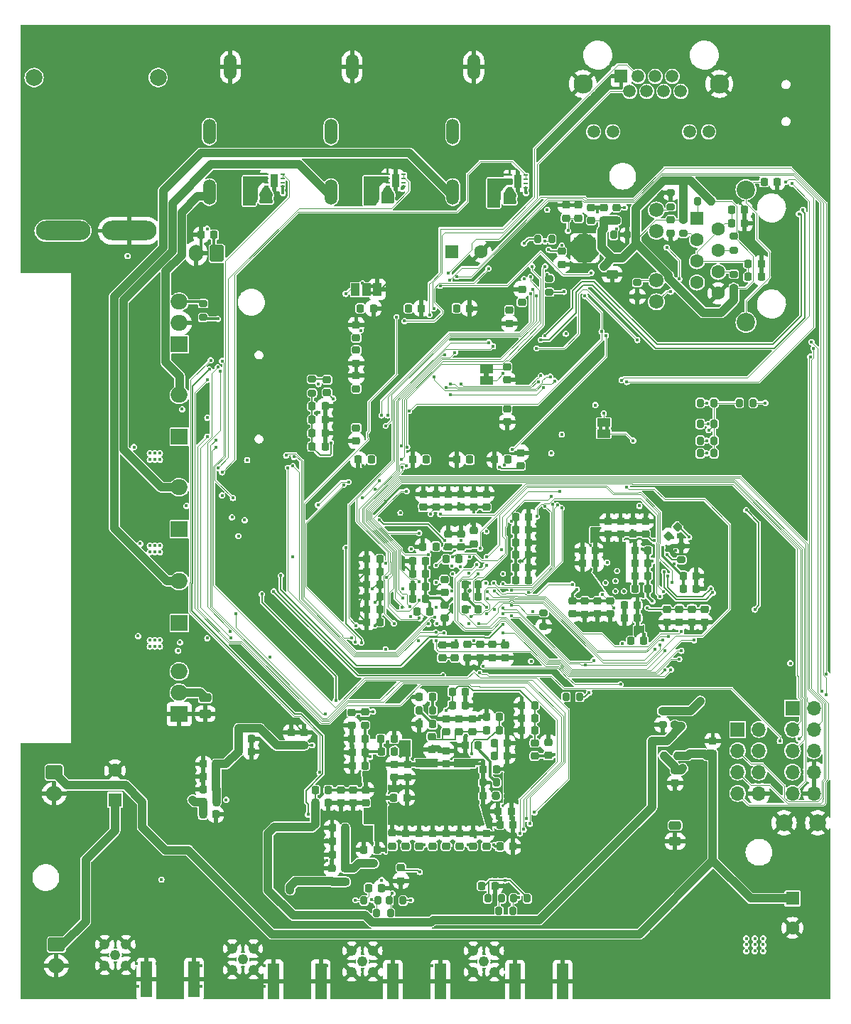
<source format=gbr>
%TF.GenerationSoftware,KiCad,Pcbnew,7.0.2*%
%TF.CreationDate,2024-03-22T17:28:18-04:00*%
%TF.ProjectId,MR-Core,4d522d43-6f72-4652-9e6b-696361645f70,rev?*%
%TF.SameCoordinates,Original*%
%TF.FileFunction,Copper,L4,Bot*%
%TF.FilePolarity,Positive*%
%FSLAX46Y46*%
G04 Gerber Fmt 4.6, Leading zero omitted, Abs format (unit mm)*
G04 Created by KiCad (PCBNEW 7.0.2) date 2024-03-22 17:28:18*
%MOMM*%
%LPD*%
G01*
G04 APERTURE LIST*
G04 Aperture macros list*
%AMRoundRect*
0 Rectangle with rounded corners*
0 $1 Rounding radius*
0 $2 $3 $4 $5 $6 $7 $8 $9 X,Y pos of 4 corners*
0 Add a 4 corners polygon primitive as box body*
4,1,4,$2,$3,$4,$5,$6,$7,$8,$9,$2,$3,0*
0 Add four circle primitives for the rounded corners*
1,1,$1+$1,$2,$3*
1,1,$1+$1,$4,$5*
1,1,$1+$1,$6,$7*
1,1,$1+$1,$8,$9*
0 Add four rect primitives between the rounded corners*
20,1,$1+$1,$2,$3,$4,$5,0*
20,1,$1+$1,$4,$5,$6,$7,0*
20,1,$1+$1,$6,$7,$8,$9,0*
20,1,$1+$1,$8,$9,$2,$3,0*%
G04 Aperture macros list end*
%TA.AperFunction,ComponentPad*%
%ADD10R,2.000000X1.905000*%
%TD*%
%TA.AperFunction,ComponentPad*%
%ADD11O,2.000000X1.905000*%
%TD*%
%TA.AperFunction,SMDPad,CuDef*%
%ADD12R,1.350000X4.200000*%
%TD*%
%TA.AperFunction,ComponentPad*%
%ADD13C,1.240000*%
%TD*%
%TA.AperFunction,ComponentPad*%
%ADD14RoundRect,0.250000X-0.750000X0.600000X-0.750000X-0.600000X0.750000X-0.600000X0.750000X0.600000X0*%
%TD*%
%TA.AperFunction,ComponentPad*%
%ADD15O,2.000000X1.700000*%
%TD*%
%TA.AperFunction,ComponentPad*%
%ADD16O,1.508000X3.016000*%
%TD*%
%TA.AperFunction,ComponentPad*%
%ADD17C,2.000000*%
%TD*%
%TA.AperFunction,ComponentPad*%
%ADD18O,6.500000X2.300000*%
%TD*%
%TA.AperFunction,ComponentPad*%
%ADD19R,1.600000X1.600000*%
%TD*%
%TA.AperFunction,ComponentPad*%
%ADD20C,1.600000*%
%TD*%
%TA.AperFunction,ComponentPad*%
%ADD21RoundRect,0.250000X0.600000X0.750000X-0.600000X0.750000X-0.600000X-0.750000X0.600000X-0.750000X0*%
%TD*%
%TA.AperFunction,ComponentPad*%
%ADD22O,1.700000X2.000000*%
%TD*%
%TA.AperFunction,ComponentPad*%
%ADD23C,0.500000*%
%TD*%
%TA.AperFunction,SMDPad,CuDef*%
%ADD24R,5.000000X5.000000*%
%TD*%
%TA.AperFunction,ComponentPad*%
%ADD25R,1.500000X1.500000*%
%TD*%
%TA.AperFunction,ComponentPad*%
%ADD26C,1.500000*%
%TD*%
%TA.AperFunction,ComponentPad*%
%ADD27C,2.300000*%
%TD*%
%TA.AperFunction,ComponentPad*%
%ADD28RoundRect,0.248000X0.552000X-0.552000X0.552000X0.552000X-0.552000X0.552000X-0.552000X-0.552000X0*%
%TD*%
%TA.AperFunction,ComponentPad*%
%ADD29C,1.720000*%
%TD*%
%TA.AperFunction,ComponentPad*%
%ADD30C,2.200000*%
%TD*%
%TA.AperFunction,ComponentPad*%
%ADD31R,1.700000X1.700000*%
%TD*%
%TA.AperFunction,ComponentPad*%
%ADD32O,1.700000X1.700000*%
%TD*%
%TA.AperFunction,SMDPad,CuDef*%
%ADD33R,2.500000X2.500000*%
%TD*%
%TA.AperFunction,SMDPad,CuDef*%
%ADD34RoundRect,0.225000X-0.225000X-0.250000X0.225000X-0.250000X0.225000X0.250000X-0.225000X0.250000X0*%
%TD*%
%TA.AperFunction,SMDPad,CuDef*%
%ADD35RoundRect,0.225000X0.225000X0.250000X-0.225000X0.250000X-0.225000X-0.250000X0.225000X-0.250000X0*%
%TD*%
%TA.AperFunction,SMDPad,CuDef*%
%ADD36RoundRect,0.225000X-0.250000X0.225000X-0.250000X-0.225000X0.250000X-0.225000X0.250000X0.225000X0*%
%TD*%
%TA.AperFunction,SMDPad,CuDef*%
%ADD37RoundRect,0.225000X0.250000X-0.225000X0.250000X0.225000X-0.250000X0.225000X-0.250000X-0.225000X0*%
%TD*%
%TA.AperFunction,SMDPad,CuDef*%
%ADD38RoundRect,0.218750X-0.256250X0.218750X-0.256250X-0.218750X0.256250X-0.218750X0.256250X0.218750X0*%
%TD*%
%TA.AperFunction,SMDPad,CuDef*%
%ADD39R,1.500000X1.000000*%
%TD*%
%TA.AperFunction,SMDPad,CuDef*%
%ADD40RoundRect,0.200000X0.200000X0.275000X-0.200000X0.275000X-0.200000X-0.275000X0.200000X-0.275000X0*%
%TD*%
%TA.AperFunction,SMDPad,CuDef*%
%ADD41RoundRect,0.200000X-0.200000X-0.275000X0.200000X-0.275000X0.200000X0.275000X-0.200000X0.275000X0*%
%TD*%
%TA.AperFunction,SMDPad,CuDef*%
%ADD42R,0.500000X0.250000*%
%TD*%
%TA.AperFunction,SMDPad,CuDef*%
%ADD43R,0.900000X1.600000*%
%TD*%
%TA.AperFunction,SMDPad,CuDef*%
%ADD44RoundRect,0.218750X0.256250X-0.218750X0.256250X0.218750X-0.256250X0.218750X-0.256250X-0.218750X0*%
%TD*%
%TA.AperFunction,SMDPad,CuDef*%
%ADD45RoundRect,0.200000X-0.275000X0.200000X-0.275000X-0.200000X0.275000X-0.200000X0.275000X0.200000X0*%
%TD*%
%TA.AperFunction,SMDPad,CuDef*%
%ADD46RoundRect,0.225000X-0.017678X0.335876X-0.335876X0.017678X0.017678X-0.335876X0.335876X-0.017678X0*%
%TD*%
%TA.AperFunction,SMDPad,CuDef*%
%ADD47RoundRect,0.200000X0.275000X-0.200000X0.275000X0.200000X-0.275000X0.200000X-0.275000X-0.200000X0*%
%TD*%
%TA.AperFunction,SMDPad,CuDef*%
%ADD48RoundRect,0.218750X-0.218750X-0.256250X0.218750X-0.256250X0.218750X0.256250X-0.218750X0.256250X0*%
%TD*%
%TA.AperFunction,SMDPad,CuDef*%
%ADD49R,1.000000X1.500000*%
%TD*%
%TA.AperFunction,SMDPad,CuDef*%
%ADD50RoundRect,0.218750X0.218750X0.256250X-0.218750X0.256250X-0.218750X-0.256250X0.218750X-0.256250X0*%
%TD*%
%TA.AperFunction,SMDPad,CuDef*%
%ADD51RoundRect,0.250000X-0.475000X0.250000X-0.475000X-0.250000X0.475000X-0.250000X0.475000X0.250000X0*%
%TD*%
%TA.AperFunction,ViaPad*%
%ADD52C,0.450000*%
%TD*%
%TA.AperFunction,ViaPad*%
%ADD53C,0.400000*%
%TD*%
%TA.AperFunction,Conductor*%
%ADD54C,0.090000*%
%TD*%
%TA.AperFunction,Conductor*%
%ADD55C,0.349000*%
%TD*%
%TA.AperFunction,Conductor*%
%ADD56C,0.200000*%
%TD*%
%TA.AperFunction,Conductor*%
%ADD57C,1.000000*%
%TD*%
G04 APERTURE END LIST*
%TA.AperFunction,EtchedComponent*%
%TO.C,JP1*%
G36*
X144300000Y-69900000D02*
G01*
X143700000Y-69900000D01*
X143700000Y-69400000D01*
X144300000Y-69400000D01*
X144300000Y-69900000D01*
G37*
%TD.AperFunction*%
%TA.AperFunction,EtchedComponent*%
%TO.C,JP4*%
G36*
X130600000Y-60100000D02*
G01*
X130100000Y-60100000D01*
X130100000Y-59700000D01*
X130600000Y-59700000D01*
X130600000Y-60100000D01*
G37*
%TD.AperFunction*%
%TA.AperFunction,EtchedComponent*%
G36*
X130600000Y-59300000D02*
G01*
X130100000Y-59300000D01*
X130100000Y-58900000D01*
X130600000Y-58900000D01*
X130600000Y-59300000D01*
G37*
%TD.AperFunction*%
%TA.AperFunction,EtchedComponent*%
%TO.C,JP9*%
G36*
X158600000Y-76250000D02*
G01*
X158200000Y-76250000D01*
X158200000Y-75750000D01*
X158600000Y-75750000D01*
X158600000Y-76250000D01*
G37*
%TD.AperFunction*%
%TA.AperFunction,EtchedComponent*%
G36*
X157800000Y-76250000D02*
G01*
X157400000Y-76250000D01*
X157400000Y-75750000D01*
X157800000Y-75750000D01*
X157800000Y-76250000D01*
G37*
%TD.AperFunction*%
%TD*%
D10*
%TO.P,R25,1*%
%TO.N,Net-(U23-OUT1)*%
X107400000Y-77040000D03*
D11*
%TO.P,R25,2*%
%TO.N,Net-(J7-Pad2)*%
X107400000Y-72040000D03*
%TD*%
D12*
%TO.P,J17,2,Ext*%
%TO.N,GND*%
X132875000Y-141887500D03*
X138525000Y-141887500D03*
%TD*%
D13*
%TO.P,J1,1,In*%
%TO.N,/DAC/DAC_OUTA*%
X143730000Y-139500000D03*
%TO.P,J1,2,Ext*%
%TO.N,GND*%
X142460000Y-138230000D03*
X142460000Y-140770000D03*
X145000000Y-138230000D03*
X145000000Y-140770000D03*
%TD*%
%TO.P,J2,1,In*%
%TO.N,/DAC/DAC_OUTB*%
X129250000Y-139500000D03*
%TO.P,J2,2,Ext*%
%TO.N,GND*%
X127980000Y-138230000D03*
X127980000Y-140770000D03*
X130520000Y-138230000D03*
X130520000Y-140770000D03*
%TD*%
D10*
%TO.P,R26,1*%
%TO.N,Net-(U22-OUT1)*%
X107400000Y-99200000D03*
D11*
%TO.P,R26,2*%
%TO.N,Net-(J5-Pad2)*%
X107400000Y-94200000D03*
%TD*%
D14*
%TO.P,J20,1,Pin_1*%
%TO.N,+12V*%
X92750000Y-137500000D03*
D15*
%TO.P,J20,2,Pin_2*%
%TO.N,GND*%
X92750000Y-140000000D03*
%TD*%
D13*
%TO.P,J3,1,In*%
%TO.N,/ADC/ADC_AINA*%
X99797500Y-138750000D03*
%TO.P,J3,2,Ext*%
%TO.N,GND*%
X101067500Y-140020000D03*
X101067500Y-137480000D03*
X98527500Y-140020000D03*
X98527500Y-137480000D03*
%TD*%
D16*
%TO.P,J22,1*%
%TO.N,GND*%
X128000000Y-33000000D03*
%TO.P,J22,2*%
%TO.N,Net-(J22-Pad2)*%
X125500000Y-47900000D03*
%TO.P,J22,3*%
%TO.N,Net-(U28-OUT1)*%
X130500000Y-47900000D03*
%TO.P,J22,4*%
%TO.N,unconnected-(J22-Pad4)*%
X125500000Y-40700000D03*
%TD*%
D17*
%TO.P,J12,*%
%TO.N,*%
X90110000Y-34260000D03*
X104890000Y-34260000D03*
D18*
%TO.P,J12,1,Pin_1*%
%TO.N,+13V8*%
X93550000Y-52500000D03*
%TO.P,J12,2,Pin_2*%
%TO.N,GND*%
X101450000Y-52500000D03*
%TD*%
D12*
%TO.P,J18,2,Ext*%
%TO.N,GND*%
X147425000Y-141887500D03*
X153075000Y-141887500D03*
%TD*%
D19*
%TO.P,C139,1*%
%TO.N,+5V*%
X180500000Y-132000000D03*
D20*
%TO.P,C139,2*%
%TO.N,GND*%
X180500000Y-135500000D03*
%TD*%
D21*
%TO.P,J19,1,Pin_1*%
%TO.N,+13V8*%
X111900000Y-55200000D03*
D22*
%TO.P,J19,2,Pin_2*%
%TO.N,GND*%
X109400000Y-55200000D03*
%TD*%
D17*
%TO.P,TP8,1,1*%
%TO.N,GND*%
X183500000Y-123000000D03*
%TD*%
D12*
%TO.P,J8,2,Ext*%
%TO.N,GND*%
X103500000Y-141637500D03*
X109150000Y-141637500D03*
%TD*%
D23*
%TO.P,U1,101,EPAD*%
%TO.N,GND*%
X136820000Y-121520429D03*
X137945000Y-121520429D03*
X139070000Y-121520429D03*
X140195000Y-121520429D03*
X141320000Y-121520429D03*
X136820000Y-120395429D03*
X137945000Y-120395429D03*
X139070000Y-120395429D03*
X140195000Y-120395429D03*
X141320000Y-120395429D03*
X136820000Y-119270429D03*
X137945000Y-119270429D03*
X139070000Y-119270429D03*
D24*
X139070000Y-119270429D03*
D23*
X140195000Y-119270429D03*
X141320000Y-119270429D03*
X136820000Y-118145429D03*
X137945000Y-118145429D03*
X139070000Y-118145429D03*
X140195000Y-118145429D03*
X141320000Y-118145429D03*
X136820000Y-117020429D03*
X137945000Y-117020429D03*
X139070000Y-117020429D03*
X140195000Y-117020429D03*
X141320000Y-117020429D03*
%TD*%
D12*
%TO.P,J16,2,Ext*%
%TO.N,GND*%
X118625000Y-141837500D03*
X124275000Y-141837500D03*
%TD*%
D25*
%TO.P,J9,1*%
%TO.N,GND*%
X160080000Y-34125000D03*
D26*
%TO.P,J9,2*%
%TO.N,/Artix-7/SW2*%
X161096000Y-35905000D03*
%TO.P,J9,3*%
%TO.N,/Artix-7/SW1*%
X162112000Y-34125000D03*
%TO.P,J9,4*%
%TO.N,/Controller/MAG_IO1*%
X163128000Y-35905000D03*
%TO.P,J9,5*%
%TO.N,/Controller/MAG_IO0*%
X164144000Y-34125000D03*
%TO.P,J9,6*%
%TO.N,/Controller/TEMP_SDA*%
X165160000Y-35905000D03*
%TO.P,J9,7*%
%TO.N,/Controller/TEMP_SCL*%
X166176000Y-34125000D03*
%TO.P,J9,8*%
%TO.N,+3V3*%
X167192000Y-35905000D03*
%TO.P,J9,9*%
%TO.N,Net-(J9-Pad9)*%
X156780000Y-40725000D03*
%TO.P,J9,10*%
%TO.N,/Controller/MC_LED1*%
X159070000Y-40725000D03*
%TO.P,J9,11*%
%TO.N,Net-(J9-Pad11)*%
X168210000Y-40725000D03*
%TO.P,J9,12*%
%TO.N,/Controller/MC_LED2*%
X170500000Y-40725000D03*
D27*
%TO.P,J9,SH*%
%TO.N,GND*%
X155510000Y-35015000D03*
X171770000Y-35015000D03*
%TD*%
D17*
%TO.P,TP7,1,1*%
%TO.N,GND*%
X179500000Y-123000000D03*
%TD*%
D28*
%TO.P,J15,1,TD+*%
%TO.N,/Controller/ETH_TX+*%
X169110000Y-51055000D03*
D20*
%TO.P,J15,2,TCT*%
%TO.N,Net-(J15-RCT)*%
X171650000Y-52325000D03*
%TO.P,J15,3,TD-*%
%TO.N,/Controller/ETH_TX-*%
X169110000Y-53595000D03*
%TO.P,J15,4,RD+*%
%TO.N,/Controller/ETH_RX+*%
X171650000Y-54865000D03*
%TO.P,J15,5,RCT*%
%TO.N,Net-(J15-RCT)*%
X169110000Y-56135000D03*
%TO.P,J15,6,RD-*%
%TO.N,/Controller/ETH_RX-*%
X171650000Y-57405000D03*
%TO.P,J15,7,NC*%
%TO.N,unconnected-(J15-NC-Pad7)*%
X169110000Y-58675000D03*
%TO.P,J15,8*%
%TO.N,GND*%
X171650000Y-59945000D03*
D29*
%TO.P,J15,9*%
%TO.N,Net-(J15-Pad9)*%
X164280000Y-50035000D03*
%TO.P,J15,10*%
%TO.N,/Controller/LED_0*%
X164280000Y-52575000D03*
%TO.P,J15,11*%
%TO.N,Net-(J15-Pad11)*%
X164280000Y-58425000D03*
%TO.P,J15,12*%
%TO.N,/Controller/LED_1*%
X164280000Y-60965000D03*
D30*
%TO.P,J15,SH*%
%TO.N,Net-(FB11-Pad1)*%
X174950000Y-47600000D03*
X174950000Y-63400000D03*
%TD*%
D19*
%TO.P,C198,1*%
%TO.N,+12V*%
X99750000Y-120250000D03*
D20*
%TO.P,C198,2*%
%TO.N,GND*%
X99750000Y-116750000D03*
%TD*%
D31*
%TO.P,J6,1,Pin_1*%
%TO.N,+3V3*%
X180500000Y-109340000D03*
D32*
%TO.P,J6,2,Pin_2*%
%TO.N,/Artix-7/IO4*%
X183040000Y-109340000D03*
%TO.P,J6,3,Pin_3*%
%TO.N,/Artix-7/IO0*%
X180500000Y-111880000D03*
%TO.P,J6,4,Pin_4*%
%TO.N,/Artix-7/IO5*%
X183040000Y-111880000D03*
%TO.P,J6,5,Pin_5*%
%TO.N,/Artix-7/IO1*%
X180500000Y-114420000D03*
%TO.P,J6,6,Pin_6*%
%TO.N,/Artix-7/IO6*%
X183040000Y-114420000D03*
%TO.P,J6,7,Pin_7*%
%TO.N,/Artix-7/IO2*%
X180500000Y-116960000D03*
%TO.P,J6,8,Pin_8*%
%TO.N,GND*%
X183040000Y-116960000D03*
%TO.P,J6,9,Pin_9*%
%TO.N,/Artix-7/IO3*%
X180500000Y-119500000D03*
%TO.P,J6,10,Pin_10*%
%TO.N,GND*%
X183040000Y-119500000D03*
%TD*%
D10*
%TO.P,U14,1,VI*%
%TO.N,+13V8*%
X107400000Y-66040000D03*
D11*
%TO.P,U14,2,GND*%
%TO.N,GND*%
X107400000Y-63500000D03*
%TO.P,U14,3,VO*%
%TO.N,+5V*%
X107400000Y-60960000D03*
%TD*%
D16*
%TO.P,J7,1*%
%TO.N,GND*%
X113500000Y-33000000D03*
%TO.P,J7,2*%
%TO.N,Net-(J7-Pad2)*%
X111000000Y-47900000D03*
%TO.P,J7,3*%
%TO.N,Net-(U24-OUT1)*%
X116000000Y-47900000D03*
%TO.P,J7,4*%
%TO.N,unconnected-(J7-Pad4)*%
X111000000Y-40700000D03*
%TD*%
D23*
%TO.P,U13,25,VSS*%
%TO.N,GND*%
X156750000Y-53562500D03*
X155750000Y-53562500D03*
X154750000Y-53562500D03*
X156750000Y-54562500D03*
X155750000Y-54562500D03*
D33*
X155750000Y-54562500D03*
D23*
X154750000Y-54562500D03*
X156750000Y-55562500D03*
X155750000Y-55562500D03*
X154750000Y-55562500D03*
%TD*%
D13*
%TO.P,J4,1,In*%
%TO.N,/ADC/ADC_AINB*%
X115000000Y-139250000D03*
%TO.P,J4,2,Ext*%
%TO.N,GND*%
X113730000Y-140520000D03*
X116270000Y-140520000D03*
X113730000Y-137980000D03*
X116270000Y-137980000D03*
%TD*%
D10*
%TO.P,R30,1*%
%TO.N,Net-(U27-OUT1)*%
X107400000Y-88040000D03*
D11*
%TO.P,R30,2*%
%TO.N,Net-(J22-Pad2)*%
X107400000Y-83040000D03*
%TD*%
D16*
%TO.P,J5,1*%
%TO.N,GND*%
X142500000Y-33000000D03*
%TO.P,J5,2*%
%TO.N,Net-(J5-Pad2)*%
X140000000Y-47900000D03*
%TO.P,J5,3*%
%TO.N,Net-(U10-OUT1)*%
X145000000Y-47900000D03*
%TO.P,J5,4*%
%TO.N,unconnected-(J5-Pad4)*%
X140000000Y-40700000D03*
%TD*%
D10*
%TO.P,U18,1,GND*%
%TO.N,GND*%
X107400000Y-110040000D03*
D11*
%TO.P,U18,2,VO*%
%TO.N,+12V*%
X107400000Y-107500000D03*
%TO.P,U18,3,VI*%
%TO.N,+13V8*%
X107400000Y-104960000D03*
%TD*%
D31*
%TO.P,J10,1,Pin_1*%
%TO.N,+3V3*%
X173960000Y-111880000D03*
D32*
%TO.P,J10,2,Pin_2*%
%TO.N,/Controller/uC_IO3*%
X176500000Y-111880000D03*
%TO.P,J10,3,Pin_3*%
%TO.N,/Controller/uC_IO0*%
X173960000Y-114420000D03*
%TO.P,J10,4,Pin_4*%
%TO.N,/Controller/uC_IO4*%
X176500000Y-114420000D03*
%TO.P,J10,5,Pin_5*%
%TO.N,/Controller/uC_IO1*%
X173960000Y-116960000D03*
%TO.P,J10,6,Pin_6*%
%TO.N,/Controller/uC_IO5*%
X176500000Y-116960000D03*
%TO.P,J10,7,Pin_7*%
%TO.N,/Controller/uC_IO2*%
X173960000Y-119500000D03*
%TO.P,J10,8,Pin_8*%
%TO.N,GND*%
X176500000Y-119500000D03*
%TD*%
D14*
%TO.P,J21,1,Pin_1*%
%TO.N,+5V*%
X92500000Y-117000000D03*
D15*
%TO.P,J21,2,Pin_2*%
%TO.N,GND*%
X92500000Y-119500000D03*
%TD*%
D19*
%TO.P,C200,1*%
%TO.N,+13V8*%
X139847349Y-55000000D03*
D20*
%TO.P,C200,2*%
%TO.N,GND*%
X143347349Y-55000000D03*
%TD*%
D34*
%TO.P,C17,1*%
%TO.N,GND*%
X136025000Y-108000000D03*
%TO.P,C17,2*%
%TO.N,Net-(U1-LPF)*%
X137575000Y-108000000D03*
%TD*%
D35*
%TO.P,C119,1*%
%TO.N,/USB-FIFO/VD10*%
X162025000Y-97085429D03*
%TO.P,C119,2*%
%TO.N,GND*%
X160475000Y-97085429D03*
%TD*%
D36*
%TO.P,C112,1*%
%TO.N,+3V3*%
X158750000Y-96570429D03*
%TO.P,C112,2*%
%TO.N,GND*%
X158750000Y-98120429D03*
%TD*%
D34*
%TO.P,C185,1*%
%TO.N,+3V3*%
X147475000Y-91095429D03*
%TO.P,C185,2*%
%TO.N,GND*%
X149025000Y-91095429D03*
%TD*%
D37*
%TO.P,C64,1*%
%TO.N,3.3VA*%
X132800000Y-125750000D03*
%TO.P,C64,2*%
%TO.N,GND*%
X132800000Y-124200000D03*
%TD*%
D34*
%TO.P,C3,1*%
%TO.N,/ADC/+1.8VA*%
X114450000Y-113000000D03*
%TO.P,C3,2*%
%TO.N,GND*%
X116000000Y-113000000D03*
%TD*%
D35*
%TO.P,C181,1*%
%TO.N,+3V3*%
X131300000Y-91595429D03*
%TO.P,C181,2*%
%TO.N,GND*%
X129750000Y-91595429D03*
%TD*%
%TO.P,C180,1*%
%TO.N,+1V0*%
X138000000Y-90100000D03*
%TO.P,C180,2*%
%TO.N,GND*%
X136450000Y-90100000D03*
%TD*%
D36*
%TO.P,C67,1*%
%TO.N,+3V3*%
X127950000Y-109825000D03*
%TO.P,C67,2*%
%TO.N,GND*%
X127950000Y-111375000D03*
%TD*%
D34*
%TO.P,C187,1*%
%TO.N,+3V3*%
X147475000Y-88095429D03*
%TO.P,C187,2*%
%TO.N,GND*%
X149025000Y-88095429D03*
%TD*%
D36*
%TO.P,C46,1*%
%TO.N,1.8VD*%
X133000000Y-116025000D03*
%TO.P,C46,2*%
%TO.N,GND*%
X133000000Y-117575000D03*
%TD*%
%TO.P,C42,1*%
%TO.N,+3V3*%
X144750000Y-101770429D03*
%TO.P,C42,2*%
%TO.N,GND*%
X144750000Y-103320429D03*
%TD*%
D35*
%TO.P,C127,1*%
%TO.N,+3V3*%
X163275000Y-92095429D03*
%TO.P,C127,2*%
%TO.N,GND*%
X161725000Y-92095429D03*
%TD*%
D38*
%TO.P,FB4,1*%
%TO.N,/Artix-7/FPGA Config/FPGA_AGND*%
X139000000Y-94012500D03*
%TO.P,FB4,2*%
%TO.N,GND*%
X139000000Y-95587500D03*
%TD*%
D36*
%TO.P,C116,1*%
%TO.N,+3V3*%
X168500000Y-97545429D03*
%TO.P,C116,2*%
%TO.N,GND*%
X168500000Y-99095429D03*
%TD*%
D37*
%TO.P,C156,1*%
%TO.N,/Controller/ETH_3V3*%
X156500000Y-51275000D03*
%TO.P,C156,2*%
%TO.N,GND*%
X156500000Y-49725000D03*
%TD*%
%TO.P,C82,1*%
%TO.N,3.3VPLL*%
X140750000Y-112175000D03*
%TO.P,C82,2*%
%TO.N,GND*%
X140750000Y-110625000D03*
%TD*%
%TO.P,C148,1*%
%TO.N,Net-(U9-PC14)*%
X128500000Y-65250000D03*
%TO.P,C148,2*%
%TO.N,GND*%
X128500000Y-63700000D03*
%TD*%
%TO.P,C208,1*%
%TO.N,Net-(U13-VDDCR)*%
X153500000Y-51000000D03*
%TO.P,C208,2*%
%TO.N,GND*%
X153500000Y-49450000D03*
%TD*%
D36*
%TO.P,C111,1*%
%TO.N,+3V3*%
X157270000Y-96570429D03*
%TO.P,C111,2*%
%TO.N,GND*%
X157270000Y-98120429D03*
%TD*%
D37*
%TO.P,C170,1*%
%TO.N,GND*%
X166500000Y-118275000D03*
%TO.P,C170,2*%
%TO.N,Net-(U20-INH)*%
X166500000Y-116725000D03*
%TD*%
%TO.P,C87,1*%
%TO.N,+1V8*%
X141000000Y-90120429D03*
%TO.P,C87,2*%
%TO.N,GND*%
X141000000Y-88570429D03*
%TD*%
D39*
%TO.P,JP1,1,A*%
%TO.N,Net-(#FLG015-pwr)*%
X144000000Y-70300000D03*
%TO.P,JP1,2,B*%
%TO.N,+3V3*%
X144000000Y-69000000D03*
%TD*%
D40*
%TO.P,R48,1*%
%TO.N,/Controller/SD_~{DET}*%
X175825000Y-73000000D03*
%TO.P,R48,2*%
%TO.N,+3V3*%
X174175000Y-73000000D03*
%TD*%
D34*
%TO.P,C167,1*%
%TO.N,Net-(J15-RCT)*%
X175225000Y-56400000D03*
%TO.P,C167,2*%
%TO.N,GND*%
X176775000Y-56400000D03*
%TD*%
D37*
%TO.P,C44,1*%
%TO.N,3.3VA*%
X144000000Y-125775000D03*
%TO.P,C44,2*%
%TO.N,GND*%
X144000000Y-124225000D03*
%TD*%
D35*
%TO.P,C176,1*%
%TO.N,+1V0*%
X136775000Y-93345429D03*
%TO.P,C176,2*%
%TO.N,GND*%
X135225000Y-93345429D03*
%TD*%
%TO.P,C25,1*%
%TO.N,+3V3*%
X131300000Y-99095429D03*
%TO.P,C25,2*%
%TO.N,GND*%
X129750000Y-99095429D03*
%TD*%
%TO.P,C129,1*%
%TO.N,+3V3*%
X163275000Y-93595429D03*
%TO.P,C129,2*%
%TO.N,GND*%
X161725000Y-93595429D03*
%TD*%
D41*
%TO.P,R89,1*%
%TO.N,Net-(U13-RBIAS)*%
X159175000Y-53000000D03*
%TO.P,R89,2*%
%TO.N,GND*%
X160825000Y-53000000D03*
%TD*%
D34*
%TO.P,C131,1*%
%TO.N,+3V3*%
X167475000Y-95095429D03*
%TO.P,C131,2*%
%TO.N,GND*%
X169025000Y-95095429D03*
%TD*%
D35*
%TO.P,C12,1*%
%TO.N,Net-(#FLG06-pwr)*%
X143025000Y-113750000D03*
%TO.P,C12,2*%
%TO.N,GND*%
X141475000Y-113750000D03*
%TD*%
D34*
%TO.P,C96,1*%
%TO.N,/Controller/VDDA*%
X123250000Y-75000000D03*
%TO.P,C96,2*%
%TO.N,GND*%
X124800000Y-75000000D03*
%TD*%
D42*
%TO.P,U10,1,VM*%
%TO.N,+13V8*%
X146800000Y-47350000D03*
%TO.P,U10,2,OUT1*%
%TO.N,Net-(U10-OUT1)*%
X146800000Y-46850000D03*
%TO.P,U10,3,OUT2*%
X146800000Y-46350000D03*
%TO.P,U10,4,GND*%
%TO.N,GND*%
X146800000Y-45850000D03*
%TO.P,U10,5,IN2/EN*%
%TO.N,/Artix-7/GRINY_2*%
X148700000Y-45850000D03*
%TO.P,U10,6,IN1/PH*%
X148700000Y-46350000D03*
%TO.P,U10,7,MODE*%
%TO.N,unconnected-(U10-MODE-Pad7)*%
X148700000Y-46850000D03*
%TO.P,U10,8,~{SLEEP}*%
%TO.N,+1V8*%
X148700000Y-47350000D03*
D43*
%TO.P,U10,9,GND*%
%TO.N,GND*%
X147750000Y-46600000D03*
%TD*%
D34*
%TO.P,C24,1*%
%TO.N,3.3VA*%
X143475000Y-130500000D03*
%TO.P,C24,2*%
%TO.N,GND*%
X145025000Y-130500000D03*
%TD*%
D41*
%TO.P,R11,1*%
%TO.N,Net-(U1-IOUTA1)*%
X147250000Y-132000000D03*
%TO.P,R11,2*%
%TO.N,3.3VA*%
X148900000Y-132000000D03*
%TD*%
D44*
%TO.P,FB5,1*%
%TO.N,+3V3*%
X127200000Y-130000000D03*
%TO.P,FB5,2*%
%TO.N,3.3VA*%
X127200000Y-128425000D03*
%TD*%
D37*
%TO.P,C19,1*%
%TO.N,+1V8*%
X142500000Y-85395429D03*
%TO.P,C19,2*%
%TO.N,GND*%
X142500000Y-83845429D03*
%TD*%
%TO.P,C58,1*%
%TO.N,3.3VA*%
X142400000Y-125775000D03*
%TO.P,C58,2*%
%TO.N,GND*%
X142400000Y-124225000D03*
%TD*%
%TO.P,C79,1*%
%TO.N,3.3VA*%
X137600000Y-125775000D03*
%TO.P,C79,2*%
%TO.N,GND*%
X137600000Y-124225000D03*
%TD*%
D34*
%TO.P,C35,1*%
%TO.N,+1V0*%
X139225000Y-91600000D03*
%TO.P,C35,2*%
%TO.N,GND*%
X140775000Y-91600000D03*
%TD*%
D45*
%TO.P,R87,1*%
%TO.N,GND*%
X166000000Y-48000000D03*
%TO.P,R87,2*%
%TO.N,Net-(J15-Pad9)*%
X166000000Y-49650000D03*
%TD*%
D36*
%TO.P,C110,1*%
%TO.N,+3V3*%
X155750000Y-96595429D03*
%TO.P,C110,2*%
%TO.N,GND*%
X155750000Y-98145429D03*
%TD*%
D34*
%TO.P,C66,1*%
%TO.N,+1V8*%
X123600000Y-120600000D03*
%TO.P,C66,2*%
%TO.N,GND*%
X125150000Y-120600000D03*
%TD*%
D35*
%TO.P,C120,1*%
%TO.N,/USB-FIFO/VD10*%
X162025000Y-98595429D03*
%TO.P,C120,2*%
%TO.N,GND*%
X160475000Y-98595429D03*
%TD*%
D37*
%TO.P,C122,1*%
%TO.N,/USB-FIFO/VD10*%
X160000000Y-88620429D03*
%TO.P,C122,2*%
%TO.N,GND*%
X160000000Y-87070429D03*
%TD*%
D35*
%TO.P,C145,1*%
%TO.N,+3V3*%
X136800000Y-79750000D03*
%TO.P,C145,2*%
%TO.N,GND*%
X135250000Y-79750000D03*
%TD*%
D34*
%TO.P,C48,1*%
%TO.N,IOVDD*%
X144975000Y-113500000D03*
%TO.P,C48,2*%
%TO.N,GND*%
X146525000Y-113500000D03*
%TD*%
%TO.P,C166,1*%
%TO.N,Net-(J15-RCT)*%
X175225000Y-58000000D03*
%TO.P,C166,2*%
%TO.N,GND*%
X176775000Y-58000000D03*
%TD*%
D36*
%TO.P,C179,1*%
%TO.N,+1V0*%
X139000000Y-97050000D03*
%TO.P,C179,2*%
%TO.N,GND*%
X139000000Y-98600000D03*
%TD*%
%TO.P,C26,1*%
%TO.N,+3V3*%
X146250000Y-101820429D03*
%TO.P,C26,2*%
%TO.N,GND*%
X146250000Y-103370429D03*
%TD*%
D34*
%TO.P,C99,1*%
%TO.N,/Controller/VDDA*%
X123250000Y-76600000D03*
%TO.P,C99,2*%
%TO.N,GND*%
X124800000Y-76600000D03*
%TD*%
D36*
%TO.P,C115,1*%
%TO.N,+3V3*%
X167000000Y-97545429D03*
%TO.P,C115,2*%
%TO.N,GND*%
X167000000Y-99095429D03*
%TD*%
D34*
%TO.P,C188,1*%
%TO.N,+3V3*%
X147500000Y-86595429D03*
%TO.P,C188,2*%
%TO.N,GND*%
X149050000Y-86595429D03*
%TD*%
D37*
%TO.P,C9,1*%
%TO.N,/ADC/+1.8VA*%
X122250000Y-113775000D03*
%TO.P,C9,2*%
%TO.N,GND*%
X122250000Y-112225000D03*
%TD*%
%TO.P,C33,1*%
%TO.N,+1V8*%
X139500000Y-85395429D03*
%TO.P,C33,2*%
%TO.N,GND*%
X139500000Y-83845429D03*
%TD*%
D35*
%TO.P,C77,1*%
%TO.N,3.3VCLK*%
X149775000Y-112000000D03*
%TO.P,C77,2*%
%TO.N,GND*%
X148225000Y-112000000D03*
%TD*%
D36*
%TO.P,C84,1*%
%TO.N,3.3VPLL*%
X137500000Y-112725000D03*
%TO.P,C84,2*%
%TO.N,GND*%
X137500000Y-114275000D03*
%TD*%
D35*
%TO.P,C143,1*%
%TO.N,+3V3*%
X146550000Y-79750000D03*
%TO.P,C143,2*%
%TO.N,GND*%
X145000000Y-79750000D03*
%TD*%
D37*
%TO.P,C72,1*%
%TO.N,+3V3*%
X151400000Y-114975000D03*
%TO.P,C72,2*%
%TO.N,GND*%
X151400000Y-113425000D03*
%TD*%
D35*
%TO.P,C178,1*%
%TO.N,+1V0*%
X136775000Y-96345429D03*
%TO.P,C178,2*%
%TO.N,GND*%
X135225000Y-96345429D03*
%TD*%
%TO.P,C182,1*%
%TO.N,+3V3*%
X131300000Y-93095429D03*
%TO.P,C182,2*%
%TO.N,GND*%
X129750000Y-93095429D03*
%TD*%
%TO.P,C177,1*%
%TO.N,+1V0*%
X136775000Y-94845429D03*
%TO.P,C177,2*%
%TO.N,GND*%
X135225000Y-94845429D03*
%TD*%
D36*
%TO.P,C149,1*%
%TO.N,Net-(U9-PC15)*%
X128500000Y-66725000D03*
%TO.P,C149,2*%
%TO.N,GND*%
X128500000Y-68275000D03*
%TD*%
D41*
%TO.P,R13,1*%
%TO.N,/Controller/SD_SCK*%
X169500000Y-75500000D03*
%TO.P,R13,2*%
%TO.N,+3V3*%
X171150000Y-75500000D03*
%TD*%
%TO.P,R101,1*%
%TO.N,Net-(U20-INH)*%
X165175000Y-115000000D03*
%TO.P,R101,2*%
%TO.N,+5V*%
X166825000Y-115000000D03*
%TD*%
D46*
%TO.P,C107,1*%
%TO.N,Net-(U6-XO)*%
X166798008Y-87797421D03*
%TO.P,C107,2*%
%TO.N,GND*%
X165701992Y-88893437D03*
%TD*%
D35*
%TO.P,C162,1*%
%TO.N,/ADC/+1.8VA*%
X111816072Y-116000000D03*
%TO.P,C162,2*%
%TO.N,GND*%
X110266072Y-116000000D03*
%TD*%
D36*
%TO.P,C114,1*%
%TO.N,+3V3*%
X165500000Y-97570429D03*
%TO.P,C114,2*%
%TO.N,GND*%
X165500000Y-99120429D03*
%TD*%
D35*
%TO.P,C117,1*%
%TO.N,/USB-FIFO/VD10*%
X157000000Y-90595429D03*
%TO.P,C117,2*%
%TO.N,GND*%
X155450000Y-90595429D03*
%TD*%
%TO.P,C73,1*%
%TO.N,3.3VA*%
X127175000Y-123612500D03*
%TO.P,C73,2*%
%TO.N,GND*%
X125625000Y-123612500D03*
%TD*%
D36*
%TO.P,C152,1*%
%TO.N,+3V3*%
X146500000Y-68725000D03*
%TO.P,C152,2*%
%TO.N,GND*%
X146500000Y-70275000D03*
%TD*%
D35*
%TO.P,C160,1*%
%TO.N,/ADC/+1.8VA*%
X111816072Y-119000000D03*
%TO.P,C160,2*%
%TO.N,GND*%
X110266072Y-119000000D03*
%TD*%
D42*
%TO.P,U28,1,VM*%
%TO.N,+13V8*%
X132250000Y-47250000D03*
%TO.P,U28,2,OUT1*%
%TO.N,Net-(U28-OUT1)*%
X132250000Y-46750000D03*
%TO.P,U28,3,OUT2*%
X132250000Y-46250000D03*
%TO.P,U28,4,GND*%
%TO.N,GND*%
X132250000Y-45750000D03*
%TO.P,U28,5,IN2/EN*%
%TO.N,/Artix-7/GRINX_2*%
X134150000Y-45750000D03*
%TO.P,U28,6,IN1/PH*%
X134150000Y-46250000D03*
%TO.P,U28,7,MODE*%
%TO.N,unconnected-(U28-MODE-Pad7)*%
X134150000Y-46750000D03*
%TO.P,U28,8,~{SLEEP}*%
%TO.N,+1V8*%
X134150000Y-47250000D03*
D43*
%TO.P,U28,9,GND*%
%TO.N,GND*%
X133200000Y-46500000D03*
%TD*%
D41*
%TO.P,R3,1*%
%TO.N,/Controller/SD~{CS}*%
X169500000Y-79000000D03*
%TO.P,R3,2*%
%TO.N,+3V3*%
X171150000Y-79000000D03*
%TD*%
D34*
%TO.P,C153,1*%
%TO.N,+3V3*%
X140450000Y-61750000D03*
%TO.P,C153,2*%
%TO.N,GND*%
X142000000Y-61750000D03*
%TD*%
D37*
%TO.P,C132,1*%
%TO.N,/USB-FIFO/VD10*%
X163000000Y-88620429D03*
%TO.P,C132,2*%
%TO.N,GND*%
X163000000Y-87070429D03*
%TD*%
D34*
%TO.P,C97,1*%
%TO.N,/Controller/VDDA*%
X123250000Y-73400000D03*
%TO.P,C97,2*%
%TO.N,GND*%
X124800000Y-73400000D03*
%TD*%
D37*
%TO.P,C5,1*%
%TO.N,+5V*%
X171000000Y-114775000D03*
%TO.P,C5,2*%
%TO.N,GND*%
X171000000Y-113225000D03*
%TD*%
D47*
%TO.P,R97,1*%
%TO.N,+1V8*%
X166500000Y-111325000D03*
%TO.P,R97,2*%
%TO.N,Net-(U20-ADJ)*%
X166500000Y-109675000D03*
%TD*%
D48*
%TO.P,FB6,1*%
%TO.N,+1V8*%
X123612500Y-119100000D03*
%TO.P,FB6,2*%
%TO.N,1.8VD*%
X125187500Y-119100000D03*
%TD*%
D36*
%TO.P,C141,1*%
%TO.N,+3V3*%
X128500000Y-75975000D03*
%TO.P,C141,2*%
%TO.N,GND*%
X128500000Y-77525000D03*
%TD*%
D44*
%TO.P,FB1,1*%
%TO.N,+3V3*%
X125025000Y-71787500D03*
%TO.P,FB1,2*%
%TO.N,Net-(FB1-Pad2)*%
X125025000Y-70212500D03*
%TD*%
D37*
%TO.P,C53,1*%
%TO.N,3.3VA*%
X140800000Y-125775000D03*
%TO.P,C53,2*%
%TO.N,GND*%
X140800000Y-124225000D03*
%TD*%
D34*
%TO.P,C54,1*%
%TO.N,IOVDD*%
X144975000Y-115000000D03*
%TO.P,C54,2*%
%TO.N,GND*%
X146525000Y-115000000D03*
%TD*%
D40*
%TO.P,R8,1*%
%TO.N,Net-(#FLG06-pwr)*%
X145225000Y-118200000D03*
%TO.P,R8,2*%
%TO.N,1.8VD*%
X143575000Y-118200000D03*
%TD*%
D35*
%TO.P,C154,1*%
%TO.N,+13V8*%
X111550000Y-53000000D03*
%TO.P,C154,2*%
%TO.N,GND*%
X110000000Y-53000000D03*
%TD*%
D45*
%TO.P,R64,1*%
%TO.N,GND*%
X167250000Y-90020429D03*
%TO.P,R64,2*%
%TO.N,Net-(U6-RREF)*%
X167250000Y-91670429D03*
%TD*%
D47*
%TO.P,R41,1*%
%TO.N,/Controller/ETH_TX-*%
X167500000Y-52825000D03*
%TO.P,R41,2*%
%TO.N,/Controller/ETH_3V3*%
X167500000Y-51175000D03*
%TD*%
D36*
%TO.P,C146,1*%
%TO.N,+3V3*%
X146750000Y-61975000D03*
%TO.P,C146,2*%
%TO.N,GND*%
X146750000Y-63525000D03*
%TD*%
D37*
%TO.P,C59,1*%
%TO.N,1.8VD*%
X139200000Y-115975000D03*
%TO.P,C59,2*%
%TO.N,GND*%
X139200000Y-114425000D03*
%TD*%
D35*
%TO.P,C172,1*%
%TO.N,+1V8*%
X143025000Y-97595429D03*
%TO.P,C172,2*%
%TO.N,GND*%
X141475000Y-97595429D03*
%TD*%
%TO.P,C68,1*%
%TO.N,3.3VA*%
X127175000Y-126812500D03*
%TO.P,C68,2*%
%TO.N,GND*%
X125625000Y-126812500D03*
%TD*%
D36*
%TO.P,C29,1*%
%TO.N,3.3VA*%
X133820000Y-128345429D03*
%TO.P,C29,2*%
%TO.N,GND*%
X133820000Y-129895429D03*
%TD*%
D41*
%TO.P,R9,1*%
%TO.N,Net-(C16-Pad2)*%
X135975000Y-109600000D03*
%TO.P,R9,2*%
%TO.N,Net-(U1-LPF)*%
X137625000Y-109600000D03*
%TD*%
D34*
%TO.P,C102,1*%
%TO.N,+3V3*%
X129000000Y-61750000D03*
%TO.P,C102,2*%
%TO.N,GND*%
X130550000Y-61750000D03*
%TD*%
D37*
%TO.P,C34,1*%
%TO.N,+1V8*%
X141000000Y-85395429D03*
%TO.P,C34,2*%
%TO.N,GND*%
X141000000Y-83845429D03*
%TD*%
D41*
%TO.P,R28,1*%
%TO.N,Net-(U1-IOUTB1)*%
X130925000Y-133750000D03*
%TO.P,R28,2*%
%TO.N,Net-(U1-IOUTB2)*%
X132575000Y-133750000D03*
%TD*%
D40*
%TO.P,R15,1*%
%TO.N,Net-(U1-IOUTB1)*%
X131075000Y-132250000D03*
%TO.P,R15,2*%
%TO.N,3.3VA*%
X129425000Y-132250000D03*
%TD*%
D34*
%TO.P,C98,1*%
%TO.N,/Controller/VDDA*%
X123250000Y-78200000D03*
%TO.P,C98,2*%
%TO.N,GND*%
X124800000Y-78200000D03*
%TD*%
D35*
%TO.P,C36,1*%
%TO.N,+1V0*%
X137275000Y-97845429D03*
%TO.P,C36,2*%
%TO.N,GND*%
X135725000Y-97845429D03*
%TD*%
%TO.P,C71,1*%
%TO.N,3.3VA*%
X145550000Y-110400000D03*
%TO.P,C71,2*%
%TO.N,GND*%
X144000000Y-110400000D03*
%TD*%
%TO.P,C147,1*%
%TO.N,+3V3*%
X142025000Y-79750000D03*
%TO.P,C147,2*%
%TO.N,GND*%
X140475000Y-79750000D03*
%TD*%
%TO.P,C183,1*%
%TO.N,+3V3*%
X131300000Y-94595429D03*
%TO.P,C183,2*%
%TO.N,GND*%
X129750000Y-94595429D03*
%TD*%
D34*
%TO.P,C52,1*%
%TO.N,1.8VD*%
X143625000Y-119800000D03*
%TO.P,C52,2*%
%TO.N,GND*%
X145175000Y-119800000D03*
%TD*%
D37*
%TO.P,C121,1*%
%TO.N,/USB-FIFO/VD10*%
X161500000Y-88620429D03*
%TO.P,C121,2*%
%TO.N,GND*%
X161500000Y-87070429D03*
%TD*%
%TO.P,C56,1*%
%TO.N,3.3VA*%
X139200000Y-125775000D03*
%TO.P,C56,2*%
%TO.N,GND*%
X139200000Y-124225000D03*
%TD*%
%TO.P,C32,1*%
%TO.N,+1V8*%
X138000000Y-85395429D03*
%TO.P,C32,2*%
%TO.N,GND*%
X138000000Y-83845429D03*
%TD*%
%TO.P,C50,1*%
%TO.N,3.3VA*%
X136000000Y-125775000D03*
%TO.P,C50,2*%
%TO.N,GND*%
X136000000Y-124225000D03*
%TD*%
D48*
%TO.P,FB11,1*%
%TO.N,Net-(FB11-Pad1)*%
X177100000Y-46700000D03*
%TO.P,FB11,2*%
%TO.N,GND*%
X178675000Y-46700000D03*
%TD*%
D47*
%TO.P,R42,1*%
%TO.N,/Controller/ETH_RX+*%
X173500000Y-54825000D03*
%TO.P,R42,2*%
%TO.N,/Controller/ETH_3V3*%
X173500000Y-53175000D03*
%TD*%
D41*
%TO.P,R4,1*%
%TO.N,/Controller/SD_SDI*%
X169500000Y-77500000D03*
%TO.P,R4,2*%
%TO.N,+3V3*%
X171150000Y-77500000D03*
%TD*%
D34*
%TO.P,C51,1*%
%TO.N,IOVDD*%
X131475000Y-114500000D03*
%TO.P,C51,2*%
%TO.N,GND*%
X133025000Y-114500000D03*
%TD*%
D36*
%TO.P,C109,1*%
%TO.N,+3V3*%
X154250000Y-96570429D03*
%TO.P,C109,2*%
%TO.N,GND*%
X154250000Y-98120429D03*
%TD*%
%TO.P,C80,1*%
%TO.N,1.8VD*%
X129650000Y-119075000D03*
%TO.P,C80,2*%
%TO.N,GND*%
X129650000Y-120625000D03*
%TD*%
D34*
%TO.P,C86,1*%
%TO.N,3.3VCLK*%
X139950000Y-107400000D03*
%TO.P,C86,2*%
%TO.N,GND*%
X141500000Y-107400000D03*
%TD*%
D37*
%TO.P,C123,1*%
%TO.N,/USB-FIFO/VD10*%
X158500000Y-88620429D03*
%TO.P,C123,2*%
%TO.N,GND*%
X158500000Y-87070429D03*
%TD*%
D49*
%TO.P,JP4,1,A*%
%TO.N,GND*%
X131000000Y-59500000D03*
%TO.P,JP4,2,C*%
%TO.N,Net-(JP4-C)*%
X129700000Y-59500000D03*
%TO.P,JP4,3,B*%
%TO.N,+3V3*%
X128400000Y-59500000D03*
%TD*%
D37*
%TO.P,C207,1*%
%TO.N,Net-(U13-VDDCR)*%
X155000000Y-51000000D03*
%TO.P,C207,2*%
%TO.N,GND*%
X155000000Y-49450000D03*
%TD*%
D38*
%TO.P,FB7,1*%
%TO.N,+3V3*%
X129550000Y-109812500D03*
%TO.P,FB7,2*%
%TO.N,IOVDD*%
X129550000Y-111387500D03*
%TD*%
D34*
%TO.P,C47,1*%
%TO.N,3.3VA*%
X145625000Y-125800000D03*
%TO.P,C47,2*%
%TO.N,GND*%
X147175000Y-125800000D03*
%TD*%
D35*
%TO.P,C75,1*%
%TO.N,IOVDD*%
X129550000Y-114600000D03*
%TO.P,C75,2*%
%TO.N,GND*%
X128000000Y-114600000D03*
%TD*%
D34*
%TO.P,C164,1*%
%TO.N,Net-(J15-RCT)*%
X173250000Y-51600000D03*
%TO.P,C164,2*%
%TO.N,GND*%
X174800000Y-51600000D03*
%TD*%
D44*
%TO.P,FB9,1*%
%TO.N,+3V3*%
X149775000Y-115037500D03*
%TO.P,FB9,2*%
%TO.N,3.3VCLK*%
X149775000Y-113462500D03*
%TD*%
D37*
%TO.P,C76,1*%
%TO.N,3.3VPLL*%
X142375000Y-112175000D03*
%TO.P,C76,2*%
%TO.N,GND*%
X142375000Y-110625000D03*
%TD*%
D36*
%TO.P,C69,1*%
%TO.N,1.8VD*%
X126650000Y-119100000D03*
%TO.P,C69,2*%
%TO.N,GND*%
X126650000Y-120650000D03*
%TD*%
D40*
%TO.P,R10,1*%
%TO.N,Net-(U1-IOUTA2)*%
X145825000Y-132000000D03*
%TO.P,R10,2*%
%TO.N,3.3VA*%
X144175000Y-132000000D03*
%TD*%
D50*
%TO.P,FB8,1*%
%TO.N,3.3VA*%
X145587500Y-112000000D03*
%TO.P,FB8,2*%
%TO.N,3.3VPLL*%
X144012500Y-112000000D03*
%TD*%
D37*
%TO.P,C100,1*%
%TO.N,Net-(U9-VCAP_2)*%
X148250000Y-61000000D03*
%TO.P,C100,2*%
%TO.N,GND*%
X148250000Y-59450000D03*
%TD*%
%TO.P,C63,1*%
%TO.N,3.3VA*%
X134400000Y-125775000D03*
%TO.P,C63,2*%
%TO.N,GND*%
X134400000Y-124225000D03*
%TD*%
D34*
%TO.P,C7,1*%
%TO.N,/ADC/+1.8VA*%
X114450000Y-114500000D03*
%TO.P,C7,2*%
%TO.N,GND*%
X116000000Y-114500000D03*
%TD*%
%TO.P,C126,1*%
%TO.N,+3V3*%
X167475000Y-93595429D03*
%TO.P,C126,2*%
%TO.N,GND*%
X169025000Y-93595429D03*
%TD*%
D37*
%TO.P,C20,1*%
%TO.N,+1V8*%
X136500000Y-85420429D03*
%TO.P,C20,2*%
%TO.N,GND*%
X136500000Y-83870429D03*
%TD*%
D36*
%TO.P,C40,1*%
%TO.N,+3V3*%
X141750000Y-101770429D03*
%TO.P,C40,2*%
%TO.N,GND*%
X141750000Y-103320429D03*
%TD*%
D34*
%TO.P,C184,1*%
%TO.N,+3V3*%
X147475000Y-92595429D03*
%TO.P,C184,2*%
%TO.N,GND*%
X149025000Y-92595429D03*
%TD*%
D41*
%TO.P,R16,1*%
%TO.N,Net-(U1-IOUTA2)*%
X145495000Y-133500000D03*
%TO.P,R16,2*%
%TO.N,Net-(U1-IOUTA1)*%
X147145000Y-133500000D03*
%TD*%
D34*
%TO.P,C159,1*%
%TO.N,Net-(U16-OUT)*%
X110225000Y-122000000D03*
%TO.P,C159,2*%
%TO.N,GND*%
X111775000Y-122000000D03*
%TD*%
D37*
%TO.P,C18,1*%
%TO.N,+1V8*%
X144000000Y-85395429D03*
%TO.P,C18,2*%
%TO.N,GND*%
X144000000Y-83845429D03*
%TD*%
D35*
%TO.P,C81,1*%
%TO.N,IOVDD*%
X129550000Y-116200000D03*
%TO.P,C81,2*%
%TO.N,GND*%
X128000000Y-116200000D03*
%TD*%
D37*
%TO.P,C65,1*%
%TO.N,+3V3*%
X125600000Y-129962500D03*
%TO.P,C65,2*%
%TO.N,GND*%
X125600000Y-128412500D03*
%TD*%
D45*
%TO.P,R27,1*%
%TO.N,Net-(U2A-IO_L3P_T0_DQS_PUDC_B_14)*%
X150850000Y-97975000D03*
%TO.P,R27,2*%
%TO.N,GND*%
X150850000Y-99625000D03*
%TD*%
D35*
%TO.P,C118,1*%
%TO.N,/USB-FIFO/VD10*%
X157025000Y-92095429D03*
%TO.P,C118,2*%
%TO.N,GND*%
X155475000Y-92095429D03*
%TD*%
D45*
%TO.P,R1,1*%
%TO.N,+5V*%
X110250000Y-61175000D03*
%TO.P,R1,2*%
%TO.N,Net-(D7-A)*%
X110250000Y-62825000D03*
%TD*%
D44*
%TO.P,FB3,1*%
%TO.N,/Controller/ETH_3V3*%
X159500000Y-51287500D03*
%TO.P,FB3,2*%
%TO.N,+3V3*%
X159500000Y-49712500D03*
%TD*%
D34*
%TO.P,C62,1*%
%TO.N,1.8VD*%
X145625000Y-123200000D03*
%TO.P,C62,2*%
%TO.N,GND*%
X147175000Y-123200000D03*
%TD*%
%TO.P,C173,1*%
%TO.N,+1V8*%
X141475000Y-96095429D03*
%TO.P,C173,2*%
%TO.N,GND*%
X143025000Y-96095429D03*
%TD*%
%TO.P,C38,1*%
%TO.N,+3V3*%
X147475000Y-94095429D03*
%TO.P,C38,2*%
%TO.N,GND*%
X149025000Y-94095429D03*
%TD*%
D45*
%TO.P,R98,1*%
%TO.N,Net-(U20-ADJ)*%
X165000000Y-109675000D03*
%TO.P,R98,2*%
%TO.N,GND*%
X165000000Y-111325000D03*
%TD*%
D51*
%TO.P,C137,1*%
%TO.N,+1V0*%
X166500000Y-123300000D03*
%TO.P,C137,2*%
%TO.N,GND*%
X166500000Y-125200000D03*
%TD*%
D35*
%TO.P,C43,1*%
%TO.N,1.8VD*%
X130975000Y-126200000D03*
%TO.P,C43,2*%
%TO.N,GND*%
X129425000Y-126200000D03*
%TD*%
D37*
%TO.P,C209,1*%
%TO.N,GND*%
X166000000Y-52775000D03*
%TO.P,C209,2*%
%TO.N,/Controller/ETH_3V3*%
X166000000Y-51225000D03*
%TD*%
D34*
%TO.P,C16,1*%
%TO.N,GND*%
X136025000Y-111250000D03*
%TO.P,C16,2*%
%TO.N,Net-(C16-Pad2)*%
X137575000Y-111250000D03*
%TD*%
%TO.P,C186,1*%
%TO.N,+3V3*%
X147475000Y-89595429D03*
%TO.P,C186,2*%
%TO.N,GND*%
X149025000Y-89595429D03*
%TD*%
D45*
%TO.P,R33,1*%
%TO.N,Net-(U13-CRS_DV{slash}MODE2)*%
X151500000Y-58175000D03*
%TO.P,R33,2*%
%TO.N,+3V3*%
X151500000Y-59825000D03*
%TD*%
D35*
%TO.P,C21,1*%
%TO.N,+3V3*%
X131300000Y-96095429D03*
%TO.P,C21,2*%
%TO.N,GND*%
X129750000Y-96095429D03*
%TD*%
D51*
%TO.P,C206,1*%
%TO.N,/Controller/ETH_3V3*%
X159000000Y-55775000D03*
%TO.P,C206,2*%
%TO.N,GND*%
X159000000Y-57675000D03*
%TD*%
D35*
%TO.P,C128,1*%
%TO.N,+3V3*%
X163275000Y-90595429D03*
%TO.P,C128,2*%
%TO.N,GND*%
X161725000Y-90595429D03*
%TD*%
%TO.P,C78,1*%
%TO.N,3.3VCLK*%
X149775000Y-109000000D03*
%TO.P,C78,2*%
%TO.N,GND*%
X148225000Y-109000000D03*
%TD*%
D42*
%TO.P,U24,1,VM*%
%TO.N,+13V8*%
X117800000Y-47250000D03*
%TO.P,U24,2,OUT1*%
%TO.N,Net-(U24-OUT1)*%
X117800000Y-46750000D03*
%TO.P,U24,3,OUT2*%
X117800000Y-46250000D03*
%TO.P,U24,4,GND*%
%TO.N,GND*%
X117800000Y-45750000D03*
%TO.P,U24,5,IN2/EN*%
%TO.N,/Artix-7/GRINZ_2*%
X119700000Y-45750000D03*
%TO.P,U24,6,IN1/PH*%
X119700000Y-46250000D03*
%TO.P,U24,7,MODE*%
%TO.N,unconnected-(U24-MODE-Pad7)*%
X119700000Y-46750000D03*
%TO.P,U24,8,~{SLEEP}*%
%TO.N,+1V8*%
X119700000Y-47250000D03*
D43*
%TO.P,U24,9,GND*%
%TO.N,GND*%
X118750000Y-46500000D03*
%TD*%
D45*
%TO.P,R43,1*%
%TO.N,/Controller/ETH_RX-*%
X173500000Y-57675000D03*
%TO.P,R43,2*%
%TO.N,/Controller/ETH_3V3*%
X173500000Y-59325000D03*
%TD*%
D37*
%TO.P,C163,1*%
%TO.N,/Controller/ETH_3V3*%
X158000000Y-51275000D03*
%TO.P,C163,2*%
%TO.N,GND*%
X158000000Y-49725000D03*
%TD*%
D35*
%TO.P,C144,1*%
%TO.N,+3V3*%
X130300000Y-79750000D03*
%TO.P,C144,2*%
%TO.N,GND*%
X128750000Y-79750000D03*
%TD*%
D34*
%TO.P,C55,1*%
%TO.N,1.8VD*%
X145425000Y-121600000D03*
%TO.P,C55,2*%
%TO.N,GND*%
X146975000Y-121600000D03*
%TD*%
D41*
%TO.P,R24,1*%
%TO.N,/Controller/SD_SDO*%
X169500000Y-73000000D03*
%TO.P,R24,2*%
%TO.N,+3V3*%
X171150000Y-73000000D03*
%TD*%
D34*
%TO.P,C49,1*%
%TO.N,1.8VD*%
X143650000Y-116600000D03*
%TO.P,C49,2*%
%TO.N,GND*%
X145200000Y-116600000D03*
%TD*%
D35*
%TO.P,C83,1*%
%TO.N,3.3VCLK*%
X149775000Y-110500000D03*
%TO.P,C83,2*%
%TO.N,GND*%
X148225000Y-110500000D03*
%TD*%
D37*
%TO.P,C150,1*%
%TO.N,+1V8*%
X139500000Y-90120429D03*
%TO.P,C150,2*%
%TO.N,GND*%
X139500000Y-88570429D03*
%TD*%
%TO.P,C101,1*%
%TO.N,Net-(U9-VCAP_1)*%
X148100000Y-80475000D03*
%TO.P,C101,2*%
%TO.N,GND*%
X148100000Y-78925000D03*
%TD*%
D41*
%TO.P,R14,1*%
%TO.N,Net-(U1-IOUTB2)*%
X132425000Y-132250000D03*
%TO.P,R14,2*%
%TO.N,3.3VA*%
X134075000Y-132250000D03*
%TD*%
D45*
%TO.P,R44,1*%
%TO.N,Net-(FB1-Pad2)*%
X123225000Y-70175000D03*
%TO.P,R44,2*%
%TO.N,/Controller/VDDA*%
X123225000Y-71825000D03*
%TD*%
D34*
%TO.P,C174,1*%
%TO.N,+1V8*%
X141475000Y-94595429D03*
%TO.P,C174,2*%
%TO.N,GND*%
X143025000Y-94595429D03*
%TD*%
D36*
%TO.P,C57,1*%
%TO.N,1.8VD*%
X134600000Y-116025000D03*
%TO.P,C57,2*%
%TO.N,GND*%
X134600000Y-117575000D03*
%TD*%
%TO.P,C113,1*%
%TO.N,+3V3*%
X170000000Y-97570429D03*
%TO.P,C113,2*%
%TO.N,GND*%
X170000000Y-99120429D03*
%TD*%
D35*
%TO.P,C161,1*%
%TO.N,/ADC/+1.8VA*%
X111816072Y-117500000D03*
%TO.P,C161,2*%
%TO.N,GND*%
X110266072Y-117500000D03*
%TD*%
D34*
%TO.P,C142,1*%
%TO.N,+3V3*%
X134725000Y-61750000D03*
%TO.P,C142,2*%
%TO.N,GND*%
X136275000Y-61750000D03*
%TD*%
D47*
%TO.P,R45,1*%
%TO.N,GND*%
X162000000Y-60325000D03*
%TO.P,R45,2*%
%TO.N,Net-(J15-Pad11)*%
X162000000Y-58675000D03*
%TD*%
D34*
%TO.P,C165,1*%
%TO.N,Net-(J15-RCT)*%
X173225000Y-50000000D03*
%TO.P,C165,2*%
%TO.N,GND*%
X174775000Y-50000000D03*
%TD*%
D41*
%TO.P,R2,1*%
%TO.N,Net-(D8-A)*%
X153500000Y-108000000D03*
%TO.P,R2,2*%
%TO.N,+3V3*%
X155150000Y-108000000D03*
%TD*%
D37*
%TO.P,C31,1*%
%TO.N,+3V3*%
X138750000Y-103345429D03*
%TO.P,C31,2*%
%TO.N,GND*%
X138750000Y-101795429D03*
%TD*%
D35*
%TO.P,C70,1*%
%TO.N,IOVDD*%
X129525000Y-113000000D03*
%TO.P,C70,2*%
%TO.N,GND*%
X127975000Y-113000000D03*
%TD*%
D36*
%TO.P,C151,1*%
%TO.N,+3V3*%
X146500000Y-73725000D03*
%TO.P,C151,2*%
%TO.N,GND*%
X146500000Y-75275000D03*
%TD*%
D40*
%TO.P,R39,1*%
%TO.N,Net-(U13-RXD0{slash}MODE0)*%
X151825000Y-53500000D03*
%TO.P,R39,2*%
%TO.N,+3V3*%
X150175000Y-53500000D03*
%TD*%
D37*
%TO.P,C88,1*%
%TO.N,+1V8*%
X142500000Y-89775000D03*
%TO.P,C88,2*%
%TO.N,GND*%
X142500000Y-88225000D03*
%TD*%
D48*
%TO.P,FB10,1*%
%TO.N,/USB-FIFO/PLL_AVDD*%
X161212500Y-101345429D03*
%TO.P,FB10,2*%
%TO.N,/USB-FIFO/VD10*%
X162787500Y-101345429D03*
%TD*%
D37*
%TO.P,C2,1*%
%TO.N,/ADC/+1.8VA*%
X120750000Y-113775000D03*
%TO.P,C2,2*%
%TO.N,GND*%
X120750000Y-112225000D03*
%TD*%
D35*
%TO.P,C175,1*%
%TO.N,+1V0*%
X136775000Y-91845429D03*
%TO.P,C175,2*%
%TO.N,GND*%
X135225000Y-91845429D03*
%TD*%
D51*
%TO.P,C199,1*%
%TO.N,+12V*%
X110500000Y-108100000D03*
%TO.P,C199,2*%
%TO.N,GND*%
X110500000Y-110000000D03*
%TD*%
D36*
%TO.P,C205,1*%
%TO.N,+3V3*%
X153000000Y-54950000D03*
%TO.P,C205,2*%
%TO.N,GND*%
X153000000Y-56500000D03*
%TD*%
D37*
%TO.P,C61,1*%
%TO.N,3.3VPLL*%
X139200000Y-112175000D03*
%TO.P,C61,2*%
%TO.N,GND*%
X139200000Y-110625000D03*
%TD*%
D36*
%TO.P,C74,1*%
%TO.N,1.8VD*%
X128150000Y-119075000D03*
%TO.P,C74,2*%
%TO.N,GND*%
X128150000Y-120625000D03*
%TD*%
D34*
%TO.P,C28,1*%
%TO.N,1.8VD*%
X132975000Y-120000000D03*
%TO.P,C28,2*%
%TO.N,GND*%
X134525000Y-120000000D03*
%TD*%
D37*
%TO.P,C30,1*%
%TO.N,+3V3*%
X140250000Y-103345429D03*
%TO.P,C30,2*%
%TO.N,GND*%
X140250000Y-101795429D03*
%TD*%
D35*
%TO.P,C22,1*%
%TO.N,+3V3*%
X131300000Y-97595429D03*
%TO.P,C22,2*%
%TO.N,GND*%
X129750000Y-97595429D03*
%TD*%
D34*
%TO.P,C27,1*%
%TO.N,3.3VA*%
X129975000Y-130750000D03*
%TO.P,C27,2*%
%TO.N,GND*%
X131525000Y-130750000D03*
%TD*%
D48*
%TO.P,FB15,1*%
%TO.N,Net-(U16-OUT)*%
X110250000Y-120500000D03*
%TO.P,FB15,2*%
%TO.N,/ADC/+1.8VA*%
X111825000Y-120500000D03*
%TD*%
D41*
%TO.P,R40,1*%
%TO.N,/Controller/ETH_TX+*%
X169175000Y-49000000D03*
%TO.P,R40,2*%
%TO.N,/Controller/ETH_3V3*%
X170825000Y-49000000D03*
%TD*%
D39*
%TO.P,JP9,1,A*%
%TO.N,Net-(JP9-A)*%
X158000000Y-75350000D03*
%TO.P,JP9,2,B*%
%TO.N,/Artix-7/FPGA Config/~{INIT}*%
X158000000Y-76650000D03*
%TD*%
D35*
%TO.P,C130,1*%
%TO.N,+3V3*%
X163275000Y-95095429D03*
%TO.P,C130,2*%
%TO.N,GND*%
X161725000Y-95095429D03*
%TD*%
D34*
%TO.P,C45,1*%
%TO.N,IOVDD*%
X131450000Y-113000000D03*
%TO.P,C45,2*%
%TO.N,GND*%
X133000000Y-113000000D03*
%TD*%
%TO.P,C85,1*%
%TO.N,3.3VCLK*%
X139950000Y-109000000D03*
%TO.P,C85,2*%
%TO.N,GND*%
X141500000Y-109000000D03*
%TD*%
D37*
%TO.P,C140,1*%
%TO.N,+3V3*%
X128500000Y-71300000D03*
%TO.P,C140,2*%
%TO.N,GND*%
X128500000Y-69750000D03*
%TD*%
D36*
%TO.P,C41,1*%
%TO.N,+3V3*%
X143250000Y-101770429D03*
%TO.P,C41,2*%
%TO.N,GND*%
X143250000Y-103320429D03*
%TD*%
D35*
%TO.P,C60,1*%
%TO.N,3.3VA*%
X127175000Y-125212500D03*
%TO.P,C60,2*%
%TO.N,GND*%
X125625000Y-125212500D03*
%TD*%
D52*
%TO.N,GND*%
X160750000Y-52250000D03*
X160750000Y-51000000D03*
X157250000Y-50250000D03*
X162500000Y-130000000D03*
X122500000Y-132500000D03*
X160000000Y-132500000D03*
X112500000Y-30000000D03*
X155000000Y-125000000D03*
D53*
X138000000Y-95345429D03*
D52*
X152500000Y-135000000D03*
X129480337Y-106812807D03*
X107500000Y-125000000D03*
X105000000Y-135000000D03*
X152750000Y-77750000D03*
X90000000Y-115000000D03*
X165000000Y-139750000D03*
X105000000Y-117701801D03*
X99775000Y-132250000D03*
D53*
X146500000Y-75275000D03*
D52*
X120000000Y-127500000D03*
X107762500Y-113600000D03*
X127500000Y-114750000D03*
X182500000Y-135000000D03*
X97500000Y-112500000D03*
X172000000Y-88000000D03*
X115000000Y-30000000D03*
X102275000Y-134750000D03*
X142363199Y-67463199D03*
D53*
X144100000Y-90400000D03*
D52*
X107500000Y-127500000D03*
X141000000Y-128200000D03*
X90000000Y-125000000D03*
X165000000Y-48250000D03*
X182000000Y-87500000D03*
X180000000Y-142500000D03*
X162500000Y-112500000D03*
X92500000Y-122500000D03*
X148489771Y-99846651D03*
X97500000Y-120000000D03*
X120000000Y-30000000D03*
X155000000Y-120000000D03*
X90000000Y-117500000D03*
X125000000Y-140000000D03*
X122500000Y-127500000D03*
X160000000Y-115000000D03*
X137500000Y-140000000D03*
X140000000Y-140000000D03*
X100000000Y-42500000D03*
X120000000Y-142500000D03*
X169600000Y-80850000D03*
X174000000Y-93000000D03*
X90000000Y-120000000D03*
X158200000Y-94400000D03*
D53*
X139916600Y-95345429D03*
D52*
X179500000Y-89500000D03*
D53*
X146000000Y-95345429D03*
D52*
X110000000Y-130000000D03*
X157500000Y-79750000D03*
X155325000Y-103500000D03*
X157500000Y-135000000D03*
X172000000Y-92500000D03*
X118925000Y-125000000D03*
X175000000Y-90500000D03*
D53*
X136015386Y-99360815D03*
D52*
X181050000Y-71600000D03*
X179000000Y-75000000D03*
X152500000Y-125000000D03*
X182500000Y-132500000D03*
X130000000Y-30000000D03*
X115952215Y-103848285D03*
X92500000Y-125000000D03*
X134131130Y-92506860D03*
X124250000Y-111500000D03*
X174250000Y-49250000D03*
X150000000Y-125000000D03*
X157500000Y-120000000D03*
X92500000Y-115000000D03*
X115000000Y-130000000D03*
X141963717Y-61803501D03*
X152400000Y-107350000D03*
X157500000Y-142500000D03*
X99775000Y-129750000D03*
X107500000Y-135000000D03*
X125000000Y-125000000D03*
X128100000Y-121700000D03*
X111550000Y-114000000D03*
X135000000Y-30000000D03*
X160000000Y-112500000D03*
D53*
X141937900Y-95345429D03*
D52*
X107500000Y-142500000D03*
X110000000Y-125000000D03*
X139432961Y-137999071D03*
X140000000Y-132500000D03*
X137500000Y-132500000D03*
D53*
X132811964Y-96533464D03*
D52*
X150600000Y-109500000D03*
X160000000Y-140000000D03*
X122503428Y-57503428D03*
X157500000Y-140000000D03*
X142000000Y-128200000D03*
X117500000Y-142500000D03*
X107500000Y-130000000D03*
D53*
X146500000Y-70275000D03*
D52*
X137650000Y-113895429D03*
X152500000Y-127500000D03*
X166200161Y-133450161D03*
X165000000Y-134750000D03*
X115000000Y-142500000D03*
X172800000Y-71300000D03*
X125000000Y-54000000D03*
X95000000Y-125000000D03*
D53*
X129300000Y-80500000D03*
D52*
X110500000Y-73500000D03*
X171000000Y-91500000D03*
X165000000Y-129750000D03*
X122500000Y-135000000D03*
X121000000Y-72500000D03*
X145800000Y-63550000D03*
X160400000Y-97200000D03*
X105000000Y-114836600D03*
X137500000Y-30000000D03*
X102500000Y-142500000D03*
X102186600Y-115000000D03*
X147500000Y-137500000D03*
X143258400Y-75768284D03*
X129250000Y-57750000D03*
X137958154Y-135436600D03*
X137500000Y-42500000D03*
D53*
X140510750Y-79785750D03*
D52*
X142650000Y-124645429D03*
X120125161Y-42374839D03*
X95000000Y-42500000D03*
X120250000Y-76250000D03*
X155000000Y-112500000D03*
X117500000Y-140000000D03*
X105512100Y-69500000D03*
D53*
X148250000Y-91845429D03*
D52*
X120003428Y-60003428D03*
D53*
X133000000Y-100350000D03*
D52*
X121000000Y-111000000D03*
X90000000Y-122500000D03*
X90000000Y-127500000D03*
X179500000Y-80500000D03*
X105000000Y-137500000D03*
D53*
X141003449Y-91337886D03*
D52*
X110000000Y-135000000D03*
X132500000Y-137500000D03*
D53*
X137000000Y-88300000D03*
X139832700Y-97397867D03*
D52*
X92500000Y-127500000D03*
X122500000Y-125000000D03*
X147500000Y-42500000D03*
X162500000Y-139750000D03*
X132577382Y-58334237D03*
X124050000Y-74100000D03*
X95000000Y-30000000D03*
X92500000Y-132500000D03*
X180000000Y-85500000D03*
X152500000Y-120000000D03*
X120500000Y-75000000D03*
X122500000Y-117500000D03*
X177500000Y-87500000D03*
X162500000Y-110000000D03*
X119300277Y-109007132D03*
X90000000Y-140000000D03*
X150500000Y-56000000D03*
X125000000Y-135000000D03*
X174500000Y-89000000D03*
X142262890Y-28267079D03*
X97500000Y-117500000D03*
X128500000Y-77525000D03*
X105000000Y-112500000D03*
X155000000Y-117500000D03*
X90000000Y-132500000D03*
X110000000Y-137500000D03*
X169550000Y-71250000D03*
X136070000Y-110682988D03*
X152500000Y-130000000D03*
X152500000Y-122500000D03*
X157500000Y-112500000D03*
X146200000Y-127200000D03*
X155000000Y-122500000D03*
X139000000Y-93200000D03*
X122500000Y-115000000D03*
X166200000Y-89000000D03*
X122500000Y-137500000D03*
X117500000Y-137500000D03*
X121250000Y-67750000D03*
X97500000Y-142500000D03*
X161600000Y-86000000D03*
X125000000Y-137500000D03*
X118000000Y-77500000D03*
X97500000Y-122500000D03*
D53*
X139000000Y-95345429D03*
D52*
X108178428Y-92328428D03*
X90000000Y-137500000D03*
X157500000Y-132500000D03*
X150750000Y-67250000D03*
X163200000Y-86200000D03*
X152500000Y-137500000D03*
X176250000Y-55000000D03*
X97500000Y-115000000D03*
X94750000Y-140000000D03*
X133350000Y-121800000D03*
X100000000Y-115000000D03*
X110000000Y-142500000D03*
X110000000Y-140000000D03*
D53*
X134190202Y-90465000D03*
D52*
X90000000Y-142500000D03*
X132500000Y-140000000D03*
X100000000Y-112500000D03*
X141474999Y-113750002D03*
X119378752Y-119378752D03*
X95000000Y-117500000D03*
X105512100Y-72250000D03*
X140548973Y-135436600D03*
X122086600Y-120000000D03*
D53*
X140368288Y-101345745D03*
D52*
X133150000Y-112895429D03*
X151500000Y-62250000D03*
X157500000Y-122500000D03*
X129400000Y-124800000D03*
X173400000Y-137750000D03*
X151500000Y-61500000D03*
X166750000Y-119250000D03*
X105000000Y-127500000D03*
X157500000Y-115000000D03*
X158600000Y-86000000D03*
X95000000Y-115000000D03*
X162500000Y-117500000D03*
X117550000Y-80450000D03*
X119699100Y-115219560D03*
X145000000Y-45000000D03*
X105000000Y-120990202D03*
X163700161Y-135950161D03*
X160000000Y-110000000D03*
X135506795Y-106665202D03*
D53*
X139123784Y-87417647D03*
D52*
X156000000Y-64500000D03*
X160000000Y-130000000D03*
X100000000Y-142500000D03*
X173500000Y-104500000D03*
D53*
X137500000Y-102500000D03*
D52*
X164800000Y-92600000D03*
X112500000Y-137500000D03*
X110000000Y-117990202D03*
D53*
X138000000Y-93345429D03*
D52*
X160400000Y-95400000D03*
X120000000Y-125000000D03*
X95000000Y-142500000D03*
X162500000Y-127500000D03*
X160600000Y-98400000D03*
X160000000Y-117500000D03*
X132500000Y-30000000D03*
X133150000Y-114145429D03*
X135000000Y-137500000D03*
X107500000Y-132500000D03*
X95000000Y-122500000D03*
X100000000Y-30000000D03*
X162500000Y-115000000D03*
X161725000Y-93595429D03*
X100000000Y-127500000D03*
X131900000Y-104701801D03*
X110000000Y-132500000D03*
X143949998Y-100399996D03*
X159400000Y-94200000D03*
X155000000Y-135000000D03*
X150000000Y-137500000D03*
X147500000Y-140000000D03*
X175250000Y-53000000D03*
X94750000Y-137500000D03*
X102275000Y-139750000D03*
X135250000Y-79750000D03*
D53*
X146700000Y-88400000D03*
D52*
X159400000Y-95400000D03*
X117500000Y-30000000D03*
X162500000Y-142500000D03*
X104775000Y-139750000D03*
D53*
X142000000Y-92345429D03*
D52*
X166750000Y-54250000D03*
X112500000Y-142500000D03*
X155000000Y-110000000D03*
X107500000Y-140000000D03*
X122500000Y-142500000D03*
X157500000Y-110000000D03*
X112500000Y-125000000D03*
X112500000Y-127500000D03*
D53*
X142000000Y-97345429D03*
D52*
X90000000Y-135000000D03*
X92500000Y-30000000D03*
X119996432Y-140003568D03*
X160500000Y-54112500D03*
X182500000Y-142500000D03*
X107500000Y-137500000D03*
X95000000Y-120000000D03*
X144800000Y-119800000D03*
D53*
X142250000Y-87350000D03*
D52*
X129800000Y-124000000D03*
D53*
X128500000Y-69750000D03*
D52*
X162500000Y-120000000D03*
X162500000Y-132250000D03*
X121550000Y-114850000D03*
X176000000Y-91500000D03*
X125000000Y-132500000D03*
X160200000Y-86000000D03*
X160000000Y-142500000D03*
D53*
X145000000Y-93345429D03*
D52*
X102500000Y-112500000D03*
D53*
X138000000Y-91345429D03*
D52*
X159600000Y-93000000D03*
D53*
X135137374Y-95508482D03*
D52*
X114074839Y-42436600D03*
X128906481Y-96618425D03*
X125000000Y-127500000D03*
X102500000Y-30000000D03*
X169250000Y-74150000D03*
X182500000Y-140000000D03*
X102275000Y-137250000D03*
X132500000Y-42436600D03*
X162500000Y-137250000D03*
X166571674Y-90571674D03*
X92500000Y-142500000D03*
D53*
X132056130Y-84725405D03*
D52*
X105000000Y-75500000D03*
X136927494Y-138060163D03*
D53*
%TO.N,+1V8*%
X134028530Y-95166600D03*
D52*
X137550000Y-85350000D03*
D53*
X141894385Y-93227247D03*
D52*
X140750000Y-85000000D03*
X123400000Y-119000000D03*
X131992100Y-92121891D03*
D53*
X141952700Y-96345429D03*
X133750000Y-86095429D03*
D52*
X167250000Y-111500000D03*
X102500000Y-100750000D03*
X118250000Y-103250000D03*
X139900000Y-92400000D03*
X148750000Y-48000000D03*
X107250000Y-102500000D03*
X119750000Y-48000000D03*
D53*
X137389250Y-86206179D03*
D52*
X136200000Y-85250000D03*
D53*
X141981506Y-94415214D03*
D52*
X102750000Y-89750000D03*
X134000000Y-47500000D03*
D53*
X139000000Y-90345429D03*
D52*
X102000000Y-78250000D03*
D53*
X135024641Y-90370070D03*
D52*
X142500000Y-86000000D03*
%TO.N,Net-(U1-LPF)*%
X137625000Y-109600000D03*
%TO.N,+3V3*%
X165000000Y-90200000D03*
X180250000Y-104000000D03*
X153000000Y-54250000D03*
D53*
X129024676Y-64375746D03*
D52*
X107750000Y-73750000D03*
X151250000Y-50000000D03*
X177000000Y-138250000D03*
D53*
X141903127Y-99267472D03*
D52*
X146054840Y-101311523D03*
X176000000Y-137500000D03*
X130750000Y-96750000D03*
D53*
X142025000Y-79750000D03*
D52*
X138750000Y-103345429D03*
X157800000Y-95800000D03*
X156250000Y-107500000D03*
X177000000Y-137500000D03*
D53*
X145000000Y-97595429D03*
X149511691Y-97829768D03*
D52*
X166400000Y-92200000D03*
D53*
X143927512Y-94421856D03*
X146155575Y-80436266D03*
X144000000Y-88300000D03*
D52*
X151430180Y-54750000D03*
X105275000Y-129750000D03*
D53*
X128500000Y-75975000D03*
D52*
X113700000Y-86600000D03*
D53*
X132000000Y-102315428D03*
D52*
X167475000Y-93595429D03*
X130500000Y-109750000D03*
X127250000Y-60000000D03*
X130750000Y-99500000D03*
X160500000Y-49750000D03*
D53*
X146364965Y-68663536D03*
D52*
X163800000Y-91800000D03*
X110750000Y-74750000D03*
X148500000Y-54000000D03*
X101250000Y-55500000D03*
D53*
X135000000Y-98417100D03*
D52*
X149350000Y-103750000D03*
X120900000Y-91300000D03*
X130444342Y-95109235D03*
X175000000Y-137500000D03*
D53*
X147000000Y-87095429D03*
D52*
X151750000Y-79000000D03*
X170400000Y-97400000D03*
X134725000Y-61750000D03*
X176000000Y-136750000D03*
X112500000Y-84000000D03*
D53*
X138000000Y-97345429D03*
D52*
X115500000Y-79800000D03*
X157000000Y-73250000D03*
D53*
X141000000Y-89345429D03*
D52*
X125750000Y-72500000D03*
X148500000Y-58250000D03*
X120622700Y-131000000D03*
X128850000Y-61600000D03*
X176000000Y-138250000D03*
D53*
X146000000Y-93345429D03*
X136732700Y-79720091D03*
D52*
X162250000Y-85250000D03*
X145800000Y-90500000D03*
X162594267Y-90385731D03*
X110750000Y-101000000D03*
X175000000Y-136750000D03*
X153250000Y-59750000D03*
X153500000Y-64750000D03*
X113000000Y-120250000D03*
X153000000Y-76750000D03*
X146750000Y-61975000D03*
X124000000Y-70750000D03*
X108250000Y-85250000D03*
X154800000Y-95200000D03*
X158400000Y-92000000D03*
X115200000Y-86950000D03*
X163800000Y-96600000D03*
X177000000Y-136750000D03*
X167640940Y-95045881D03*
X160250000Y-101641600D03*
X170500000Y-76250000D03*
X107500000Y-101500000D03*
X110750000Y-52250000D03*
X140450000Y-61750000D03*
D53*
X130300354Y-79750354D03*
D52*
X114450000Y-88850000D03*
D53*
X142500000Y-101345429D03*
D52*
X159201545Y-97396174D03*
D53*
X128500000Y-71300000D03*
X138073432Y-99248068D03*
D52*
X152100000Y-114850000D03*
X175000000Y-138250000D03*
D53*
X146500000Y-73725000D03*
D52*
X163200000Y-97400000D03*
D53*
X135869386Y-101270196D03*
D52*
X167000000Y-97545429D03*
%TO.N,/ADC_CLK+*%
X126050000Y-108450000D03*
X117250000Y-95750000D03*
%TO.N,3.3VA*%
X135000000Y-132200000D03*
X144094327Y-125551925D03*
X141820000Y-125625429D03*
X146280000Y-129855429D03*
X128600000Y-127800000D03*
X139570000Y-125625429D03*
X140820000Y-125625429D03*
X136070000Y-128845429D03*
X128400000Y-132200000D03*
X134070000Y-125625429D03*
X131530000Y-129815429D03*
X137570000Y-125625429D03*
X136570000Y-125625429D03*
X144900000Y-125625429D03*
X133070000Y-125625429D03*
X129800000Y-127800000D03*
X142250000Y-114750000D03*
X130600000Y-127800000D03*
%TO.N,1.8VD*%
X131130000Y-126145429D03*
X143650000Y-116600000D03*
X132840000Y-119895429D03*
X145359999Y-123395428D03*
X134400000Y-113600000D03*
X132860000Y-116145429D03*
X145300000Y-122395429D03*
X143625000Y-119800000D03*
%TO.N,IOVDD*%
X145095000Y-115145429D03*
X130150000Y-115145429D03*
%TO.N,3.3VPLL*%
X137570000Y-112915429D03*
%TO.N,/ADC/+1.8VA*%
X123250000Y-113750000D03*
X114450000Y-114500000D03*
%TO.N,Net-(U1-IOUTB1)*%
X130330000Y-132145429D03*
%TO.N,Net-(U1-IOUTB2)*%
X132800000Y-131400000D03*
%TO.N,Net-(U1-IOUTA2)*%
X145825002Y-132000000D03*
%TO.N,Net-(U1-IOUTA1)*%
X147810000Y-131895429D03*
%TO.N,3.3VCLK*%
X139200000Y-109613829D03*
%TO.N,/DAC_CLK+*%
X138857423Y-105391600D03*
X118650000Y-95450000D03*
D53*
%TO.N,/Controller/RMII_REF_CLK*%
X132000000Y-75750000D03*
D52*
X149963199Y-60250000D03*
%TO.N,Net-(U20-INH)*%
X167430898Y-116500000D03*
D53*
%TO.N,Net-(U9-PC14)*%
X128500000Y-65250000D03*
%TO.N,Net-(U9-PC15)*%
X128500000Y-66725000D03*
D52*
%TO.N,/Controller/ETH_3V3*%
X158000000Y-56750000D03*
X157750000Y-52500000D03*
X160224997Y-55774999D03*
%TO.N,/Controller/LED_1*%
X167000000Y-58250000D03*
X165500000Y-54500000D03*
X166000000Y-59750000D03*
D53*
%TO.N,+1V0*%
X140000000Y-93345429D03*
D52*
X166500000Y-123300000D03*
D53*
X138000000Y-92345429D03*
X138000000Y-90250000D03*
X139916600Y-96345429D03*
X140900000Y-92500000D03*
X138000000Y-94345429D03*
X142000000Y-91324500D03*
D52*
%TO.N,Net-(U16-OUT)*%
X109000000Y-120250000D03*
D53*
%TO.N,/Controller/~{RST}*%
X134833400Y-73946071D03*
D52*
X155750000Y-60250000D03*
X157750000Y-64500000D03*
%TO.N,/ADC/ADC_OF2*%
X113550000Y-101000000D03*
X112000000Y-68750000D03*
%TO.N,/ADC/ADC_OF1*%
X112250000Y-69250000D03*
X113503428Y-100253428D03*
%TO.N,Net-(U13-VDDCR)*%
X153750000Y-52500000D03*
%TO.N,Net-(D7-A)*%
X112000000Y-63000000D03*
%TO.N,Net-(U20-ADJ)*%
X169500000Y-108500000D03*
%TO.N,/DAC_SLEEP*%
X111000000Y-69000000D03*
X122750000Y-122000000D03*
%TO.N,/DAC_~{RST}*%
X111166061Y-67921503D03*
D53*
X124100000Y-117000000D03*
D52*
%TO.N,Net-(#FLG06-pwr)*%
X143025000Y-113750000D03*
%TO.N,Net-(#FLG015-pwr)*%
X146000000Y-69500000D03*
%TO.N,/Artix-7/USB_GPIO_1*%
X166100000Y-94345429D03*
X143276030Y-90338899D03*
D53*
%TO.N,/Artix-7/USB_~{WR}*%
X167250000Y-100250000D03*
X145000000Y-95345429D03*
D52*
%TO.N,/Artix-7/USB_~{RXF}*%
X165250000Y-104750000D03*
X146000000Y-100345429D03*
D53*
%TO.N,/Artix-7/USB_~{TXE}*%
X165750000Y-100833400D03*
D52*
X144108400Y-95498504D03*
%TO.N,/Controller/DACSPI.SEN*%
X148000000Y-124270429D03*
X110750000Y-70250000D03*
%TO.N,/Controller/DACSPI.SCK*%
X148450000Y-123770429D03*
X110746572Y-76996572D03*
%TO.N,/Controller/DACSPI.SDI*%
X111754577Y-78245423D03*
X149200000Y-123100000D03*
%TO.N,/Controller/DACSPI.SDO*%
X111750000Y-77400000D03*
X148800000Y-122500000D03*
%TO.N,/Artix-7/DAC_PHSTR*%
X131216155Y-86938618D03*
X129100000Y-101550000D03*
D53*
X139000000Y-89345429D03*
D52*
X127250000Y-90250000D03*
%TO.N,/Artix-7/SW1*%
X134500000Y-83500000D03*
X136000000Y-88500000D03*
X137250000Y-62500000D03*
X139007359Y-67284798D03*
X130750000Y-83250000D03*
D53*
%TO.N,/Artix-7/IO2*%
X143201602Y-105087341D03*
D52*
X179000000Y-113250000D03*
%TO.N,/Artix-7/USB_GPIO_0*%
X165100000Y-95445429D03*
X144053381Y-91310771D03*
D53*
%TO.N,/Artix-7/FPGA Config/QSPI_SCK*%
X140000000Y-91345429D03*
X152750002Y-83500000D03*
D52*
%TO.N,/Artix-7/FPGA Config/FPGA_AGND*%
X138977285Y-94322715D03*
D53*
%TO.N,/Artix-7/IO1*%
X136000000Y-94300000D03*
D52*
%TO.N,/USB-FIFO/PLL_AVDD*%
X161212500Y-101345429D03*
%TO.N,/USB-FIFO/VD10*%
X161400000Y-88200000D03*
X157000000Y-90595429D03*
X164000000Y-89400000D03*
X162025000Y-98595429D03*
%TO.N,Net-(U6-XO)*%
X168176777Y-88966571D03*
%TO.N,/USB-FIFO/D+*%
X170750000Y-95095429D03*
X165600615Y-93595429D03*
%TO.N,/USB-FIFO/D-*%
X165187215Y-93095429D03*
X171000000Y-95595429D03*
%TO.N,Net-(U6-RREF)*%
X165542390Y-91052394D03*
%TO.N,/Artix-7/USB_~{WAKEUP}*%
X143000000Y-93345429D03*
X168750000Y-101250000D03*
D53*
%TO.N,/Artix-7/IO3*%
X134865745Y-97215745D03*
%TO.N,/Controller/VDDA*%
X125516600Y-77750000D03*
D52*
%TO.N,/Artix-7/USB_~{SIWU}*%
X166000000Y-104750000D03*
X137985773Y-101330201D03*
%TO.N,/Controller/SWO*%
X144250000Y-57000000D03*
X134250000Y-63250000D03*
%TO.N,/ADC/ADCSPI.SCK*%
X127000000Y-82750000D03*
X128400000Y-101450000D03*
D53*
%TO.N,/ADC/ADCSPI.SDI*%
X133300000Y-62750000D03*
D52*
X127921057Y-100985800D03*
%TO.N,/ADC/ADCSPI.SEN*%
X124841600Y-110062749D03*
D53*
X127599100Y-82416600D03*
D52*
X114141600Y-98100000D03*
X123950000Y-85150000D03*
%TO.N,/ADC/ADCSPI.SDO*%
X131232256Y-82260889D03*
X129210969Y-84279878D03*
%TO.N,/USB-FIFO/VBUS*%
X175000000Y-85750000D03*
X176005397Y-97590033D03*
%TO.N,/Artix-7/FPGA Config/DONE*%
X156800000Y-103641600D03*
X145950560Y-97407416D03*
%TO.N,/Artix-7/IO5*%
X134003447Y-97321043D03*
D53*
%TO.N,/Artix-7/QSPI_D0*%
X151900000Y-85050000D03*
X144893891Y-94435323D03*
%TO.N,/Artix-7/QSPI_D1*%
X145999986Y-94541461D03*
X151021570Y-85273668D03*
D52*
%TO.N,/Artix-7/FPGA Config/~{INIT}*%
X160750000Y-83000000D03*
X155829875Y-104216800D03*
X161500000Y-77500000D03*
X145956386Y-98124216D03*
D53*
%TO.N,/Artix-7/QSPI_D2*%
X152500000Y-85145429D03*
X146988852Y-95277987D03*
%TO.N,/Artix-7/QSPI_D3*%
X153000000Y-85500000D03*
X149000000Y-95574596D03*
D52*
%TO.N,/Artix-7/FPGA Config/TCK*%
X137100000Y-99300000D03*
X121077574Y-79410974D03*
D53*
%TO.N,/Artix-7/FPGA Config/~{PROGRAM}*%
X143653739Y-104344181D03*
D52*
X160000000Y-106500000D03*
%TO.N,/Artix-7/QSPI_~{CS}*%
X151706204Y-84155132D03*
D53*
X144000000Y-97345429D03*
D52*
%TO.N,/Artix-7/FPGA Config/TMS*%
X120150000Y-79250000D03*
X137868505Y-98487958D03*
D53*
%TO.N,/Artix-7/FPGA Config/TDI*%
X138000000Y-100300000D03*
X120950000Y-80500000D03*
%TO.N,/Artix-7/FPGA Config/TDO*%
X120330187Y-80698314D03*
D52*
X138950000Y-100400000D03*
D53*
%TO.N,/Artix-7/IO4*%
X134050000Y-96200000D03*
D52*
%TO.N,/Artix-7/IO6*%
X181250000Y-113000000D03*
D53*
X137112461Y-91094497D03*
D52*
%TO.N,/Artix-7/USB_D_CLK*%
X154250000Y-94595429D03*
X142158351Y-98401495D03*
%TO.N,/Controller/uC_IO5*%
X139500000Y-57500000D03*
X184500000Y-105250000D03*
D53*
%TO.N,/Controller/uC_IO4*%
X139609322Y-58362178D03*
D52*
X184500000Y-107746571D03*
%TO.N,/Controller/uC_IO3*%
X184000000Y-107305633D03*
D53*
X140485397Y-57985397D03*
D52*
%TO.N,/Controller/uC_IO2*%
X182750000Y-65750000D03*
%TO.N,/Controller/uC_IO1*%
X182996572Y-66503428D03*
%TO.N,/Controller/uC_IO0*%
X182608400Y-67500000D03*
D53*
%TO.N,Net-(U9-VCAP_2)*%
X148250000Y-61000000D03*
D52*
%TO.N,Net-(U9-VCAP_1)*%
X145600000Y-80650000D03*
%TO.N,/Controller/MC_LED1*%
X160750000Y-70500000D03*
X179721572Y-46678428D03*
%TO.N,/Artix-7/SW2*%
X140250000Y-67000000D03*
D53*
X132098775Y-93750714D03*
D52*
X137750000Y-61750000D03*
%TO.N,/Artix-7/USB_~{RESET}*%
X164700000Y-96045429D03*
X150018823Y-86513199D03*
%TO.N,/Artix-7/USB_~{RD}*%
X167250000Y-102500000D03*
X144000000Y-92345429D03*
%TO.N,/Artix-7/USB_~{OE}*%
X167000000Y-103500000D03*
X142890336Y-92233248D03*
D53*
%TO.N,/Controller/MDIO*%
X132250000Y-74500000D03*
D52*
X149500000Y-59500002D03*
%TO.N,Net-(U13-CRS_DV{slash}MODE2)*%
X151250000Y-57750000D03*
D53*
%TO.N,/Artix-7/USB_BE_2*%
X165018087Y-101250000D03*
X144138200Y-96290630D03*
D52*
%TO.N,/Artix-7/USB_BE_0*%
X144000000Y-98095429D03*
X164100000Y-102300000D03*
D53*
%TO.N,/Artix-7/USB_BE_3*%
X165250000Y-102500000D03*
D52*
X147007465Y-98310663D03*
%TO.N,/Artix-7/USB_BE_1*%
X164662168Y-101800000D03*
X143100000Y-99284798D03*
%TO.N,Net-(D8-A)*%
X153500000Y-108000000D03*
%TO.N,Net-(U2A-IO_L3P_T0_DQS_PUDC_B_14)*%
X147000000Y-97114071D03*
%TO.N,Net-(JP9-A)*%
X158000000Y-74250000D03*
%TO.N,/Controller/MC_LED2*%
X180450000Y-46900000D03*
X160129576Y-70286801D03*
D53*
%TO.N,/FPGA_CLK+*%
X146000000Y-99345429D03*
D52*
X119500000Y-93550000D03*
%TO.N,/Artix-7/IO0*%
X138500000Y-86250000D03*
%TO.N,/DAC_TXEN*%
X112500000Y-68000000D03*
X149750000Y-121750000D03*
D53*
%TO.N,/Controller/RMII_CRS_DV*%
X149250000Y-58000000D03*
X133916600Y-78155431D03*
%TO.N,/Controller/RMII_RX_D1*%
X133850000Y-79750000D03*
D52*
X149461600Y-56750000D03*
%TO.N,/Controller/RMII_RX_D0*%
X151000000Y-56750002D03*
D53*
X134583400Y-78250000D03*
D52*
%TO.N,Net-(U13-RXD0{slash}MODE0)*%
X151000000Y-53750000D03*
%TO.N,Net-(U13-RBIAS)*%
X159500000Y-52250000D03*
%TO.N,/Artix-7/GRINY_2*%
X112500000Y-81250000D03*
%TO.N,/Artix-7/GRINZ_2*%
X113808832Y-84308832D03*
%TO.N,/Artix-7/GRINX_2*%
X112000000Y-80750000D03*
D53*
%TO.N,/Controller/MDC*%
X149250000Y-60000000D03*
X131500000Y-74500000D03*
D52*
%TO.N,/Artix-7/FPGASPI.SEN*%
X133965202Y-80669987D03*
X136000000Y-96500000D03*
%TO.N,/Artix-7/FPGASPI.SDI*%
X134500000Y-80500000D03*
X136016037Y-98629765D03*
D53*
%TO.N,/Controller/RMII_TXD_1*%
X147050000Y-78550000D03*
D52*
X158250000Y-65000000D03*
%TO.N,/Controller/USB_VBUS*%
X162000000Y-65500000D03*
X150000000Y-66500000D03*
%TO.N,/Controller/USB_D-*%
X181747488Y-50002512D03*
X150502512Y-65497488D03*
%TO.N,/Controller/USB_D+*%
X181252512Y-50497488D03*
X150997488Y-65002512D03*
%TO.N,/Artix-7/FPGASPI.SCK*%
X133000000Y-99250000D03*
X144788403Y-66250000D03*
%TO.N,/Artix-7/FPGASPI.SDO*%
X128500000Y-99500000D03*
X144300000Y-65800000D03*
%TO.N,/Controller/RMII_TX_EN*%
X156500000Y-57500000D03*
D53*
X138509432Y-59083400D03*
D52*
%TO.N,Net-(JP4-C)*%
X129250000Y-58750000D03*
%TO.N,+5V*%
X168000000Y-115000000D03*
X169250000Y-114750000D03*
X170250000Y-115000000D03*
%TO.N,+13V8*%
X117750000Y-49000000D03*
X105100000Y-79000000D03*
X132250000Y-48250000D03*
X147400000Y-49100000D03*
X132850000Y-49000000D03*
X104500000Y-79750000D03*
X132250000Y-49000000D03*
X104500000Y-101250000D03*
X104500000Y-90000000D03*
X131650000Y-49000000D03*
X103900000Y-79000000D03*
X117150000Y-48250000D03*
X105100000Y-101250000D03*
X132850000Y-48250000D03*
X117150000Y-49000000D03*
X131650000Y-48250000D03*
X105100000Y-79750000D03*
X118350000Y-48250000D03*
X146800000Y-48350000D03*
X117750000Y-48250000D03*
X104500000Y-90750000D03*
X105100000Y-90000000D03*
X146200000Y-48350000D03*
X104500000Y-79000000D03*
X103900000Y-102000000D03*
X118350000Y-49000000D03*
X146800000Y-49100000D03*
X146200000Y-49100000D03*
X103900000Y-90750000D03*
X103900000Y-90003428D03*
X103900000Y-79750000D03*
X104500000Y-102000000D03*
X103900000Y-101250000D03*
X147400000Y-48350000D03*
X105100000Y-102000000D03*
X105100000Y-90750000D03*
%TO.N,/Controller/SD~{CS}*%
X170250000Y-79000000D03*
X139750000Y-70750000D03*
X150233181Y-70469431D03*
%TO.N,/Controller/SD_SDI*%
X170250000Y-77500000D03*
X139750000Y-72000000D03*
X150823295Y-71145345D03*
%TO.N,/Controller/SD_SCK*%
X137752024Y-69930250D03*
X170436600Y-75500000D03*
X152141600Y-70384745D03*
%TO.N,/Controller/SD_SDO*%
X151621573Y-69871573D03*
X170250000Y-73000000D03*
X139245153Y-71141600D03*
%TO.N,/Controller/SD_~{DET}*%
X141000002Y-70750001D03*
X177250000Y-73000000D03*
X150500000Y-69750000D03*
%TD*%
D54*
%TO.N,GND*%
X157250000Y-49725000D02*
X156500000Y-49725000D01*
X158000000Y-49725000D02*
X157250000Y-49725000D01*
D55*
X157250000Y-50250000D02*
X157250000Y-49725000D01*
D54*
%TO.N,/Controller/uC_IO3*%
X183855609Y-107161242D02*
X184000000Y-107305633D01*
X183855609Y-49096457D02*
X183855609Y-107161242D01*
X180625751Y-45866599D02*
X183855609Y-49096457D01*
X164887997Y-45866599D02*
X180625751Y-45866599D01*
X161647794Y-49106802D02*
X164887997Y-45866599D01*
X155639364Y-49106802D02*
X161647794Y-49106802D01*
X155398661Y-48866100D02*
X155639364Y-49106802D01*
X151306578Y-48866100D02*
X155398661Y-48866100D01*
X142187281Y-57985397D02*
X151306578Y-48866100D01*
X140485397Y-57985397D02*
X142187281Y-57985397D01*
%TO.N,/Controller/uC_IO4*%
X184500000Y-105756855D02*
X184500000Y-107746571D01*
X184141600Y-105398455D02*
X184500000Y-105756855D01*
X184141600Y-49130151D02*
X184141600Y-105398455D01*
X180689850Y-45678401D02*
X184141600Y-49130151D01*
X142991979Y-56928401D02*
X151232682Y-48687699D01*
X141043099Y-56928401D02*
X142991979Y-56928401D01*
X155472558Y-48687699D02*
X155713260Y-48928401D01*
X139609322Y-58362178D02*
X141043099Y-56928401D01*
X161573897Y-48928401D02*
X164823897Y-45678401D01*
X155713260Y-48928401D02*
X161573897Y-48928401D01*
X151232682Y-48687699D02*
X155472558Y-48687699D01*
X164823897Y-45678401D02*
X180689850Y-45678401D01*
%TO.N,/Controller/uC_IO5*%
X142250000Y-54750000D02*
X139500000Y-57500000D01*
X142250000Y-54000000D02*
X142250000Y-54750000D01*
X145500000Y-53500000D02*
X142750000Y-53500000D01*
X150490702Y-48509298D02*
X145500000Y-53500000D01*
X161500000Y-48750000D02*
X156000000Y-48750000D01*
X180263746Y-45000000D02*
X165250000Y-45000000D01*
X156000000Y-48750000D02*
X155759298Y-48509298D01*
X142750000Y-53500000D02*
X142250000Y-54000000D01*
X155759298Y-48509298D02*
X150490702Y-48509298D01*
X184500000Y-49236254D02*
X180263746Y-45000000D01*
X184500000Y-105250000D02*
X184500000Y-49236254D01*
X165250000Y-45000000D02*
X161500000Y-48750000D01*
D56*
%TO.N,+3V3*%
X159537500Y-49750000D02*
X160500000Y-49750000D01*
X159500000Y-49712500D02*
X159537500Y-49750000D01*
D57*
%TO.N,/Controller/ETH_3V3*%
X165150360Y-46500000D02*
X167250000Y-46500000D01*
X161813900Y-49836460D02*
X165150360Y-46500000D01*
X161813900Y-54186100D02*
X161813900Y-49836460D01*
%TO.N,+12V*%
X93500000Y-137500000D02*
X92750000Y-137500000D01*
X96250000Y-127398575D02*
X96250000Y-134750000D01*
X99750000Y-123898575D02*
X96250000Y-127398575D01*
X96250000Y-134750000D02*
X93500000Y-137500000D01*
X99750000Y-120250000D02*
X99750000Y-123898575D01*
%TO.N,Net-(J5-Pad2)*%
X105950000Y-94200000D02*
X107000000Y-94200000D01*
X99661599Y-87911599D02*
X105950000Y-94200000D01*
X105500000Y-54500000D02*
X99661599Y-60338402D01*
X105500000Y-47750000D02*
X105500000Y-54500000D01*
X99661599Y-60338402D02*
X99661599Y-87911599D01*
X110000000Y-43250000D02*
X105500000Y-47750000D01*
X134850000Y-43250000D02*
X110000000Y-43250000D01*
X140000000Y-48400000D02*
X134850000Y-43250000D01*
%TO.N,Net-(J22-Pad2)*%
X100750000Y-78500000D02*
X105290000Y-83040000D01*
X121688401Y-44588401D02*
X111211599Y-44588401D01*
X106588401Y-49211599D02*
X106588401Y-54950831D01*
X100750000Y-60789232D02*
X100750000Y-78500000D01*
X125500000Y-48400000D02*
X121688401Y-44588401D01*
X106588401Y-54950831D02*
X100750000Y-60789232D01*
X105290000Y-83040000D02*
X107400000Y-83040000D01*
X111211599Y-44588401D02*
X106588401Y-49211599D01*
D56*
%TO.N,GND*%
X129650000Y-120625000D02*
X128150000Y-120625000D01*
X128895429Y-93950000D02*
X127850000Y-93950000D01*
X122250000Y-112225000D02*
X122225000Y-112225000D01*
D54*
X160825000Y-53000000D02*
X160825000Y-53787500D01*
D56*
X161500000Y-86100000D02*
X161600000Y-86000000D01*
D54*
X135725000Y-97845429D02*
X135995429Y-97845429D01*
D56*
X176775000Y-55525000D02*
X176250000Y-55000000D01*
D55*
X110000000Y-53000000D02*
X110000000Y-54600000D01*
D56*
X135225000Y-95596108D02*
X135137374Y-95508482D01*
X174800000Y-52550000D02*
X175250000Y-53000000D01*
X129750000Y-93095429D02*
X128895429Y-93950000D01*
X129429477Y-96095429D02*
X128906481Y-96618425D01*
D55*
X146525000Y-116075000D02*
X146525000Y-115000000D01*
D56*
X149000000Y-91095429D02*
X148250000Y-91845429D01*
X139229571Y-98370429D02*
X139832700Y-97767300D01*
D55*
X138378198Y-113965964D02*
X137660535Y-113965964D01*
D56*
X129750000Y-96095429D02*
X129429477Y-96095429D01*
D54*
X160825000Y-53787500D02*
X160500000Y-54112500D01*
D56*
X166500000Y-119000000D02*
X166750000Y-119250000D01*
X128906481Y-98251910D02*
X128906481Y-96618425D01*
X139000000Y-98370429D02*
X139229571Y-98370429D01*
X143025000Y-96095429D02*
X143025000Y-94595429D01*
D54*
X151450000Y-99625000D02*
X155325000Y-103500000D01*
D56*
X122225000Y-112225000D02*
X121000000Y-111000000D01*
X144311973Y-94033456D02*
X145000000Y-93345429D01*
X149025000Y-91095429D02*
X149025000Y-89595429D01*
X161500000Y-87070429D02*
X161500000Y-86100000D01*
X135225000Y-93345429D02*
X134386431Y-92506860D01*
X166000000Y-48000000D02*
X165250000Y-48000000D01*
X128150000Y-121650000D02*
X128100000Y-121700000D01*
X149025000Y-91095429D02*
X149000000Y-91095429D01*
X145825000Y-63525000D02*
X145800000Y-63550000D01*
X128150000Y-120625000D02*
X128150000Y-121650000D01*
D54*
X136550000Y-98400000D02*
X136550000Y-98826201D01*
D55*
X145200000Y-116600000D02*
X146000000Y-116600000D01*
D56*
X129750000Y-94595429D02*
X129245429Y-94595429D01*
X160000000Y-86200000D02*
X160200000Y-86000000D01*
X143586973Y-94033456D02*
X144311973Y-94033456D01*
X174800000Y-51600000D02*
X174800000Y-52550000D01*
X166500000Y-118275000D02*
X166500000Y-119000000D01*
D54*
X165701992Y-88893437D02*
X166093437Y-88893437D01*
D56*
X131000000Y-59500000D02*
X131411619Y-59500000D01*
D55*
X137660535Y-113965964D02*
X137570000Y-113875429D01*
X146000000Y-116600000D02*
X146525000Y-116075000D01*
D56*
X127650000Y-114600000D02*
X127500000Y-114750000D01*
X149025000Y-86620429D02*
X149050000Y-86595429D01*
D54*
X128750000Y-79750000D02*
X128750000Y-79800000D01*
D56*
X139832700Y-97767300D02*
X139832700Y-97397867D01*
X149025000Y-92595429D02*
X149025000Y-94095429D01*
D55*
X138378198Y-113965964D02*
X138820000Y-114407766D01*
D54*
X135995429Y-97845429D02*
X136550000Y-98400000D01*
D56*
X174775000Y-49775000D02*
X174250000Y-49250000D01*
X129245429Y-94595429D02*
X128600000Y-93950000D01*
X163000000Y-87070429D02*
X163000000Y-86400000D01*
X146750000Y-63525000D02*
X145825000Y-63525000D01*
X128000000Y-114600000D02*
X128000000Y-116200000D01*
D54*
X128750000Y-79800000D02*
X129400000Y-80450000D01*
D56*
X128000000Y-113025000D02*
X127975000Y-113000000D01*
X149025000Y-91095429D02*
X149025000Y-92595429D01*
X128000000Y-114600000D02*
X128000000Y-113025000D01*
X128000000Y-114600000D02*
X127650000Y-114600000D01*
X134386431Y-92506860D02*
X134131130Y-92506860D01*
X166000000Y-52775000D02*
X166000000Y-53500000D01*
X128000000Y-111425000D02*
X127950000Y-111375000D01*
X158500000Y-86100000D02*
X158600000Y-86000000D01*
D55*
X138775000Y-101820429D02*
X138750000Y-101795429D01*
D56*
X176775000Y-56400000D02*
X176775000Y-55525000D01*
X131411619Y-59500000D02*
X132577382Y-58334237D01*
X165250000Y-48000000D02*
X165000000Y-48250000D01*
X158500000Y-87070429D02*
X158500000Y-86100000D01*
D54*
X150850000Y-99625000D02*
X151450000Y-99625000D01*
D56*
X174775000Y-50000000D02*
X174775000Y-49775000D01*
D55*
X110000000Y-54600000D02*
X109400000Y-55200000D01*
D56*
X129750000Y-99095429D02*
X128906481Y-98251910D01*
X163000000Y-86400000D02*
X163200000Y-86200000D01*
D54*
X150850000Y-99625000D02*
X150850000Y-99763083D01*
X166093437Y-88893437D02*
X166200000Y-89000000D01*
D55*
X137630000Y-113875429D02*
X137650000Y-113895429D01*
X137570000Y-113875429D02*
X137630000Y-113875429D01*
D54*
X136550000Y-98826201D02*
X136015386Y-99360815D01*
D56*
X160000000Y-87070429D02*
X160000000Y-86200000D01*
X143025000Y-94595429D02*
X143586973Y-94033456D01*
X135225000Y-96345429D02*
X135225000Y-95596108D01*
X128000000Y-114600000D02*
X128000000Y-111425000D01*
X166000000Y-53500000D02*
X166750000Y-54250000D01*
X149025000Y-91095429D02*
X149025000Y-86620429D01*
%TO.N,+1V8*%
X123500000Y-119100000D02*
X123400000Y-119000000D01*
X123612500Y-119100000D02*
X123500000Y-119100000D01*
X123600000Y-119112500D02*
X123612500Y-119100000D01*
D57*
X123250000Y-123500000D02*
X118750000Y-123500000D01*
D55*
X141525000Y-96095429D02*
X143025000Y-97595429D01*
D57*
X163750000Y-121112501D02*
X163750000Y-113250000D01*
X118000000Y-131000000D02*
X121000000Y-134000000D01*
X130398227Y-134813900D02*
X137431609Y-134813900D01*
D55*
X141475000Y-96095429D02*
X141525000Y-96095429D01*
X136200000Y-85250000D02*
X136500000Y-85420429D01*
D57*
X129584327Y-134000000D02*
X130398227Y-134813900D01*
D54*
X137389250Y-86006179D02*
X137389250Y-86206179D01*
D57*
X137681609Y-134563900D02*
X150298601Y-134563900D01*
X118750000Y-123500000D02*
X118000000Y-124250000D01*
D55*
X136525000Y-85395429D02*
X136200000Y-85250000D01*
D57*
X150298601Y-134563900D02*
X163750000Y-121112501D01*
X118000000Y-124250000D02*
X118000000Y-131000000D01*
D55*
X137595429Y-85395429D02*
X137550000Y-85350000D01*
X119700000Y-47950000D02*
X119750000Y-48000000D01*
X148700000Y-47350000D02*
X148700000Y-47950000D01*
D54*
X138000000Y-85395429D02*
X137389250Y-86006179D01*
D57*
X166675000Y-111500000D02*
X166500000Y-111325000D01*
D55*
X144000000Y-85395429D02*
X137595429Y-85395429D01*
D57*
X165500000Y-113250000D02*
X167250000Y-111500000D01*
X137431609Y-134813900D02*
X137681609Y-134563900D01*
D56*
X141000000Y-85250000D02*
X140750000Y-85000000D01*
X141000000Y-85395429D02*
X141000000Y-85250000D01*
D55*
X137550000Y-85350000D02*
X137504571Y-85395429D01*
X137504571Y-85395429D02*
X136525000Y-85395429D01*
D56*
X123600000Y-120600000D02*
X123600000Y-119112500D01*
D55*
X119700000Y-47250000D02*
X119700000Y-47950000D01*
X134150000Y-47350000D02*
X134000000Y-47500000D01*
X142500000Y-89775000D02*
X142154571Y-90120429D01*
D57*
X123600000Y-123150000D02*
X123250000Y-123500000D01*
X121000000Y-134000000D02*
X129584327Y-134000000D01*
D56*
X142500000Y-85395429D02*
X142500000Y-86000000D01*
D55*
X142154571Y-90120429D02*
X139500000Y-90120429D01*
D57*
X163750000Y-113250000D02*
X165500000Y-113250000D01*
X123600000Y-120600000D02*
X123600000Y-123150000D01*
X167250000Y-111500000D02*
X166675000Y-111500000D01*
D55*
X134150000Y-47250000D02*
X134150000Y-47350000D01*
X141475000Y-96095429D02*
X141475000Y-94595429D01*
X148700000Y-47950000D02*
X148750000Y-48000000D01*
%TO.N,Net-(U1-LPF)*%
X137575000Y-109550000D02*
X137625000Y-109600000D01*
X137575000Y-108000000D02*
X137575000Y-109550000D01*
D54*
%TO.N,+3V3*%
X170500000Y-76250000D02*
X171150000Y-75600000D01*
D57*
X121237500Y-129962500D02*
X120622700Y-130577300D01*
D56*
X141750000Y-101770429D02*
X146200000Y-101770429D01*
X151630180Y-54950000D02*
X151430180Y-54750000D01*
D55*
X129550000Y-109812500D02*
X127962500Y-109812500D01*
D56*
X149000000Y-53500000D02*
X148500000Y-54000000D01*
X130437500Y-109812500D02*
X130500000Y-109750000D01*
D55*
X167475000Y-94879941D02*
X167640940Y-95045881D01*
D54*
X144000000Y-69000000D02*
X146028501Y-69000000D01*
D55*
X131300000Y-99095429D02*
X131300000Y-91595429D01*
X154250000Y-96570429D02*
X154250000Y-95750000D01*
D56*
X146200000Y-101770429D02*
X146250000Y-101820429D01*
D55*
X152011092Y-114938908D02*
X152100000Y-114850000D01*
D54*
X166400000Y-92200000D02*
X166200000Y-92400000D01*
X174175000Y-73000000D02*
X171150000Y-73000000D01*
D56*
X140250000Y-103345429D02*
X138750000Y-103345429D01*
D54*
X158750000Y-96570429D02*
X158570429Y-96570429D01*
D57*
X127200000Y-130000000D02*
X125637500Y-130000000D01*
D54*
X146155575Y-80436266D02*
X146155575Y-80144425D01*
D55*
X147475000Y-86620429D02*
X147500000Y-86595429D01*
D56*
X155150000Y-108000000D02*
X155750000Y-108000000D01*
D55*
X162803965Y-90595429D02*
X162594267Y-90385731D01*
X167475000Y-93595429D02*
X167475000Y-94879941D01*
X151337500Y-115037500D02*
X151400000Y-114975000D01*
D54*
X129000000Y-61750000D02*
X128850000Y-61600000D01*
D55*
X167475000Y-93595429D02*
X167395429Y-93595429D01*
X163275000Y-95095429D02*
X163275000Y-90595429D01*
X131154571Y-99095429D02*
X130750000Y-99500000D01*
D56*
X170229571Y-97570429D02*
X170400000Y-97400000D01*
X155750000Y-108000000D02*
X156250000Y-107500000D01*
D54*
X171150000Y-79000000D02*
X171150000Y-73000000D01*
D57*
X120622700Y-130577300D02*
X120622700Y-131000000D01*
D56*
X130958148Y-94595429D02*
X130444342Y-95109235D01*
X170000000Y-97570429D02*
X170229571Y-97570429D01*
D54*
X158750000Y-96570429D02*
X158750000Y-96944629D01*
D56*
X131300000Y-94595429D02*
X130958148Y-94595429D01*
X131300000Y-96095429D02*
X131300000Y-96200000D01*
D55*
X165000000Y-91200000D02*
X165000000Y-90200000D01*
D56*
X125025000Y-71787500D02*
X125037500Y-71787500D01*
D55*
X151884798Y-114938908D02*
X152011092Y-114938908D01*
D54*
X158570429Y-96570429D02*
X157800000Y-95800000D01*
D56*
X165500000Y-97570429D02*
X163370429Y-97570429D01*
D54*
X146155575Y-80144425D02*
X146550000Y-79750000D01*
D56*
X129550000Y-109812500D02*
X130437500Y-109812500D01*
D57*
X125600000Y-129962500D02*
X121237500Y-129962500D01*
D55*
X147475000Y-94095429D02*
X147475000Y-86620429D01*
D57*
X125637500Y-130000000D02*
X125600000Y-129962500D01*
D55*
X151975000Y-114975000D02*
X152100000Y-114850000D01*
D56*
X163370429Y-97570429D02*
X163200000Y-97400000D01*
X150175000Y-53500000D02*
X149000000Y-53500000D01*
D55*
X163275000Y-96075000D02*
X163800000Y-96600000D01*
D56*
X153000000Y-54950000D02*
X151630180Y-54950000D01*
D54*
X158750000Y-96944629D02*
X159201545Y-97396174D01*
D55*
X163275000Y-95095429D02*
X163275000Y-96075000D01*
X127962500Y-109812500D02*
X127950000Y-109825000D01*
D54*
X128400000Y-59500000D02*
X127750000Y-59500000D01*
X127750000Y-59500000D02*
X127250000Y-60000000D01*
D56*
X125037500Y-71787500D02*
X125750000Y-72500000D01*
D55*
X154250000Y-96570429D02*
X158750000Y-96570429D01*
D56*
X170000000Y-97570429D02*
X165500000Y-97570429D01*
D55*
X154250000Y-95750000D02*
X154800000Y-95200000D01*
D54*
X146028501Y-69000000D02*
X146364965Y-68663536D01*
D55*
X163275000Y-90595429D02*
X162803965Y-90595429D01*
X149775000Y-115037500D02*
X151337500Y-115037500D01*
X167395429Y-93595429D02*
X165000000Y-91200000D01*
D56*
X131300000Y-96200000D02*
X130750000Y-96750000D01*
D54*
X171150000Y-75600000D02*
X171150000Y-75500000D01*
D56*
X151500000Y-59825000D02*
X153175000Y-59825000D01*
D55*
X131300000Y-99095429D02*
X131154571Y-99095429D01*
X151400000Y-114975000D02*
X151975000Y-114975000D01*
D56*
X153175000Y-59825000D02*
X153250000Y-59750000D01*
D55*
X129550000Y-109812500D02*
X128346798Y-109812500D01*
D56*
%TO.N,/ADC_CLK+*%
X126050000Y-108450000D02*
X126050000Y-105550000D01*
X117250000Y-96750000D02*
X117250000Y-95750000D01*
X126050000Y-105550000D02*
X117250000Y-96750000D01*
%TO.N,3.3VA*%
X145550000Y-110600000D02*
X145550000Y-112187500D01*
X144152904Y-113086100D02*
X142627800Y-113086100D01*
D54*
X128450000Y-132250000D02*
X128400000Y-132200000D01*
D56*
X142250000Y-113463900D02*
X142250000Y-114750000D01*
D55*
X145074571Y-125800000D02*
X144900000Y-125625429D01*
D56*
X143750000Y-130500000D02*
X144250000Y-130000000D01*
X144413900Y-129836100D02*
X146260671Y-129836100D01*
X144175000Y-132000000D02*
X144250000Y-131925000D01*
D57*
X127200000Y-128425000D02*
X127200000Y-123637500D01*
D56*
X134075000Y-132250000D02*
X134950000Y-132250000D01*
D57*
X128175000Y-128425000D02*
X128600000Y-128000000D01*
D56*
X145039004Y-112200000D02*
X144152904Y-113086100D01*
D55*
X145625000Y-125800000D02*
X145074571Y-125800000D01*
D56*
X145562500Y-112200000D02*
X145039004Y-112200000D01*
X133820000Y-128640429D02*
X135865000Y-128640429D01*
X135865000Y-128640429D02*
X136070000Y-128845429D01*
X146790000Y-129855429D02*
X146280000Y-129855429D01*
X142627800Y-113086100D02*
X142250000Y-113463900D01*
X145550000Y-112187500D02*
X145562500Y-112200000D01*
D54*
X129425000Y-132250000D02*
X128450000Y-132250000D01*
D56*
X143475000Y-130500000D02*
X143750000Y-130500000D01*
D57*
X127200000Y-123637500D02*
X127175000Y-123612500D01*
X129800000Y-127800000D02*
X130600000Y-127800000D01*
D56*
X148830000Y-131895429D02*
X146790000Y-129855429D01*
X144250000Y-130000000D02*
X144413900Y-129836100D01*
D54*
X129975000Y-131700000D02*
X129975000Y-130750000D01*
D56*
X134950000Y-132250000D02*
X135000000Y-132200000D01*
D57*
X127200000Y-128425000D02*
X128175000Y-128425000D01*
D56*
X146260671Y-129836100D02*
X146280000Y-129855429D01*
X144250000Y-131925000D02*
X144250000Y-130000000D01*
D54*
X129425000Y-132250000D02*
X129975000Y-131700000D01*
D57*
X128800000Y-127800000D02*
X129800000Y-127800000D01*
D55*
%TO.N,1.8VD*%
X143600000Y-116550000D02*
X143600000Y-116000000D01*
X139225000Y-116000000D02*
X139200000Y-115975000D01*
X134600000Y-116025000D02*
X133000000Y-116025000D01*
X143625000Y-118250000D02*
X143575000Y-118200000D01*
X125187500Y-119100000D02*
X129625000Y-119100000D01*
X143600000Y-116000000D02*
X139225000Y-116000000D01*
X129625000Y-119100000D02*
X129650000Y-119075000D01*
X143625000Y-119800000D02*
X143625000Y-118250000D01*
X143650000Y-116600000D02*
X143600000Y-116550000D01*
D56*
%TO.N,IOVDD*%
X145300000Y-113895429D02*
X145300000Y-114940429D01*
D55*
X131475000Y-114500000D02*
X129650000Y-114500000D01*
X129650000Y-114500000D02*
X129550000Y-114600000D01*
X131450000Y-114475000D02*
X131475000Y-114500000D01*
X129550000Y-116200000D02*
X129550000Y-111387500D01*
D56*
X129425000Y-115145429D02*
X130150000Y-115145429D01*
D55*
X131450000Y-113000000D02*
X131450000Y-114475000D01*
D56*
X129630000Y-114940429D02*
X129425000Y-115145429D01*
X145300000Y-114940429D02*
X145095000Y-115145429D01*
%TO.N,3.3VPLL*%
X137775000Y-113120429D02*
X137570000Y-112915429D01*
X140750000Y-112175000D02*
X143962500Y-112175000D01*
X140320000Y-113107929D02*
X140320000Y-111875429D01*
X138820000Y-113120429D02*
X138820000Y-112375429D01*
X140307500Y-113120429D02*
X140320000Y-113107929D01*
X138820000Y-112375429D02*
X139320000Y-111875429D01*
X138820000Y-113120429D02*
X137775000Y-113120429D01*
X138820000Y-113120429D02*
X140307500Y-113120429D01*
D57*
%TO.N,/ADC/+1.8VA*%
X117750000Y-112500000D02*
X117000000Y-111750000D01*
X111825000Y-120500000D02*
X111825000Y-119008928D01*
X112950000Y-116000000D02*
X114450000Y-114500000D01*
X114500000Y-111750000D02*
X114500000Y-114450000D01*
D56*
X123250000Y-113750000D02*
X122275000Y-113750000D01*
X122275000Y-113750000D02*
X122250000Y-113775000D01*
X120750000Y-113775000D02*
X122250000Y-113775000D01*
D57*
X117000000Y-111750000D02*
X114500000Y-111750000D01*
X122250000Y-113775000D02*
X119025000Y-113775000D01*
D56*
X114450000Y-114500000D02*
X114450000Y-113000000D01*
D57*
X119025000Y-113775000D02*
X117750000Y-112500000D01*
X111816072Y-119000000D02*
X111816072Y-116000000D01*
X114500000Y-114450000D02*
X114450000Y-114500000D01*
X111825000Y-119008928D02*
X111816072Y-119000000D01*
X111816072Y-116000000D02*
X112950000Y-116000000D01*
D54*
%TO.N,Net-(U1-IOUTB1)*%
X131075000Y-132250000D02*
X130434571Y-132250000D01*
X130434571Y-132250000D02*
X130330000Y-132145429D01*
X130925000Y-132400000D02*
X131075000Y-132250000D01*
X130925000Y-133750000D02*
X130925000Y-132400000D01*
%TO.N,Net-(U1-IOUTB2)*%
X132425000Y-131775000D02*
X132800000Y-131400000D01*
X132575000Y-133750000D02*
X132575000Y-132400000D01*
X132575000Y-132400000D02*
X132425000Y-132250000D01*
X132425000Y-132250000D02*
X132425000Y-131775000D01*
%TO.N,Net-(U1-IOUTA2)*%
X145825000Y-132000000D02*
X145825002Y-132000000D01*
X145495000Y-133500000D02*
X145495000Y-132330000D01*
X145495000Y-132330000D02*
X145825000Y-132000000D01*
%TO.N,Net-(U1-IOUTA1)*%
X147145000Y-133500000D02*
X147145000Y-132105000D01*
X147145000Y-132105000D02*
X147250000Y-132000000D01*
D56*
%TO.N,3.3VCLK*%
X140652995Y-106697005D02*
X139950000Y-107400000D01*
X141867633Y-106697005D02*
X140652995Y-106697005D01*
X139950000Y-109000000D02*
X139813829Y-109000000D01*
X148043603Y-107268603D02*
X142439231Y-107268603D01*
X149775000Y-113462500D02*
X149775000Y-109000000D01*
X149775000Y-109000000D02*
X148043603Y-107268603D01*
X139950000Y-107400000D02*
X139950000Y-109250000D01*
X139813829Y-109000000D02*
X139200000Y-109613829D01*
X142439231Y-107268603D02*
X141867633Y-106697005D01*
D54*
X139600000Y-109213829D02*
X139200000Y-109613829D01*
D56*
%TO.N,/DAC_CLK+*%
X128700000Y-105500000D02*
X138749023Y-105500000D01*
X118650000Y-95450000D02*
X128700000Y-105500000D01*
X138749023Y-105500000D02*
X138857423Y-105391600D01*
D55*
%TO.N,Net-(C16-Pad2)*%
X137575000Y-111200000D02*
X135975000Y-109600000D01*
D54*
%TO.N,/Controller/RMII_REF_CLK*%
X148097794Y-65056802D02*
X149963199Y-63191397D01*
X149963199Y-63191397D02*
X149963199Y-60250000D01*
X132714797Y-72035203D02*
X139693199Y-65056801D01*
X132714797Y-75035203D02*
X132714797Y-72035203D01*
X139693199Y-65056801D02*
X148097794Y-65056802D01*
X132000000Y-75750000D02*
X132714797Y-75035203D01*
D57*
%TO.N,Net-(U20-INH)*%
X166500000Y-116725000D02*
X167205898Y-116725000D01*
X166500000Y-116725000D02*
X166500000Y-116325000D01*
X166500000Y-116325000D02*
X165175000Y-115000000D01*
X167205898Y-116725000D02*
X167430898Y-116500000D01*
%TO.N,/Controller/ETH_3V3*%
X173500000Y-60750000D02*
X173500000Y-59325000D01*
D54*
X166050000Y-51175000D02*
X166000000Y-51225000D01*
D57*
X162090155Y-54186100D02*
X165728900Y-57824845D01*
D54*
X173500000Y-53175000D02*
X175808900Y-55483900D01*
D57*
X168325000Y-46500000D02*
X170825000Y-49000000D01*
D54*
X173833900Y-52841100D02*
X173833900Y-49583900D01*
X164224413Y-51225000D02*
X160224997Y-55224416D01*
D57*
X167500000Y-51175000D02*
X167500000Y-46750000D01*
D54*
X174925000Y-59325000D02*
X173500000Y-59325000D01*
D57*
X158975000Y-55775000D02*
X158000000Y-56750000D01*
X167500000Y-46750000D02*
X167250000Y-46500000D01*
X160225001Y-55774999D02*
X160224997Y-55774999D01*
X158000000Y-52250000D02*
X157750000Y-52500000D01*
X169849678Y-62250000D02*
X172000000Y-62250000D01*
X159000000Y-55775000D02*
X160224996Y-55775000D01*
D54*
X166000000Y-51225000D02*
X164224413Y-51225000D01*
X156500000Y-51275000D02*
X158000000Y-51275000D01*
X160224997Y-55224416D02*
X160224997Y-55774999D01*
D57*
X161813900Y-54186100D02*
X160225001Y-55774999D01*
X159500000Y-51287500D02*
X158012500Y-51287500D01*
X161813900Y-54186100D02*
X162090155Y-54186100D01*
D54*
X175808900Y-55483900D02*
X175808900Y-58441100D01*
X173833900Y-49583900D02*
X173250000Y-49000000D01*
D57*
X159000000Y-55775000D02*
X158975000Y-55775000D01*
X167250000Y-46500000D02*
X168325000Y-46500000D01*
X157750000Y-54525000D02*
X159000000Y-55775000D01*
D54*
X173500000Y-53175000D02*
X173833900Y-52841100D01*
D57*
X158000000Y-51275000D02*
X158000000Y-52250000D01*
X172000000Y-62250000D02*
X173500000Y-60750000D01*
X158012500Y-51287500D02*
X158000000Y-51275000D01*
D54*
X175808900Y-58441100D02*
X174925000Y-59325000D01*
X173250000Y-49000000D02*
X170825000Y-49000000D01*
D57*
X160224996Y-55775000D02*
X160224997Y-55774999D01*
X157750000Y-52500000D02*
X157750000Y-54525000D01*
D54*
X167500000Y-51175000D02*
X166050000Y-51175000D01*
D57*
X165728900Y-57824845D02*
X165728900Y-58129222D01*
X165728900Y-58129222D02*
X169849678Y-62250000D01*
D54*
%TO.N,/Controller/LED_1*%
X167000000Y-56000000D02*
X165500000Y-54500000D01*
X164280000Y-60965000D02*
X165500000Y-59745000D01*
X165995000Y-59745000D02*
X166000000Y-59750000D01*
X167000000Y-58250000D02*
X167000000Y-56000000D01*
X165500000Y-59745000D02*
X165995000Y-59745000D01*
%TO.N,Net-(J15-RCT)*%
X171650000Y-52463630D02*
X171650000Y-52325000D01*
X173225000Y-50000000D02*
X173225000Y-51575000D01*
X169110000Y-56135000D02*
X169110000Y-55003630D01*
X175225000Y-56400000D02*
X175225000Y-58000000D01*
X169110000Y-55003630D02*
X171650000Y-52463630D01*
X174960000Y-56135000D02*
X169110000Y-56135000D01*
X172375000Y-51600000D02*
X171650000Y-52325000D01*
X173250000Y-51600000D02*
X172375000Y-51600000D01*
X175225000Y-56400000D02*
X174960000Y-56135000D01*
X173225000Y-51575000D02*
X173250000Y-51600000D01*
%TO.N,Net-(FB11-Pad1)*%
X174950000Y-47600000D02*
X174950000Y-49155634D01*
X177100000Y-46700000D02*
X175850000Y-46700000D01*
X174950000Y-60807561D02*
X174950000Y-63400000D01*
X177750000Y-58007561D02*
X174950000Y-60807561D01*
X176230000Y-53480000D02*
X177750000Y-55000000D01*
X176230000Y-50435634D02*
X176230000Y-53480000D01*
X174950000Y-49155634D02*
X176230000Y-50435634D01*
X177750000Y-55000000D02*
X177750000Y-58007561D01*
X175850000Y-46700000D02*
X174950000Y-47600000D01*
%TO.N,+1V0*%
X139225000Y-91600000D02*
X138745429Y-91600000D01*
D55*
X137275000Y-96845429D02*
X136775000Y-96345429D01*
X139441600Y-96820429D02*
X139916600Y-96345429D01*
X139000000Y-96750000D02*
X138500000Y-96250000D01*
X139000000Y-96820429D02*
X139000000Y-96750000D01*
X139000000Y-96820429D02*
X139441600Y-96820429D01*
X137275000Y-97845429D02*
X137275000Y-96845429D01*
X136870429Y-96250000D02*
X136775000Y-96345429D01*
X136775000Y-91845429D02*
X136775000Y-96345429D01*
D54*
X138745429Y-91600000D02*
X138000000Y-92345429D01*
D55*
X138500000Y-96250000D02*
X136870429Y-96250000D01*
D57*
%TO.N,Net-(U16-OUT)*%
X109250000Y-120500000D02*
X109000000Y-120250000D01*
X110225000Y-122000000D02*
X110225000Y-120525000D01*
X110225000Y-120525000D02*
X110250000Y-120500000D01*
X110250000Y-120500000D02*
X109250000Y-120500000D01*
D54*
%TO.N,/Controller/~{RST}*%
X155750000Y-60250000D02*
X157750000Y-62250000D01*
X157750000Y-65499296D02*
X157750000Y-64500000D01*
X135638371Y-73141100D02*
X150108196Y-73141100D01*
X134833400Y-73946071D02*
X135638371Y-73141100D01*
X150108196Y-73141100D02*
X157750000Y-65499296D01*
X157750000Y-62250000D02*
X157750000Y-64500000D01*
%TO.N,/ADC/ADC_OF2*%
X109891600Y-97341600D02*
X113550000Y-101000000D01*
X111250000Y-77000000D02*
X109891600Y-78358400D01*
X109891600Y-78358400D02*
X109891600Y-97341600D01*
X111250000Y-69500000D02*
X111250000Y-77000000D01*
X112000000Y-68750000D02*
X111250000Y-69500000D01*
%TO.N,/ADC/ADC_OF1*%
X110750000Y-97250000D02*
X113503428Y-100003428D01*
X112250000Y-69250000D02*
X112250000Y-76252298D01*
X110750000Y-77752298D02*
X110750000Y-97250000D01*
X112250000Y-76252298D02*
X110750000Y-77752298D01*
X113503428Y-100003428D02*
X113503428Y-100253428D01*
%TO.N,Net-(U13-VDDCR)*%
X153750000Y-52500000D02*
X153750000Y-51250000D01*
X153500000Y-51000000D02*
X155000000Y-51000000D01*
X153750000Y-51250000D02*
X153500000Y-51000000D01*
D57*
%TO.N,+12V*%
X109900000Y-107500000D02*
X110500000Y-108100000D01*
X107400000Y-107500000D02*
X109900000Y-107500000D01*
D55*
%TO.N,Net-(D7-A)*%
X112000000Y-63000000D02*
X110425000Y-63000000D01*
X110425000Y-63000000D02*
X110250000Y-62825000D01*
D57*
%TO.N,Net-(U20-ADJ)*%
X165000000Y-109675000D02*
X166500000Y-109675000D01*
X166500000Y-109675000D02*
X168325000Y-109675000D01*
X168325000Y-109675000D02*
X169500000Y-108500000D01*
D56*
%TO.N,/DAC_SLEEP*%
X124500000Y-112619922D02*
X124500000Y-117160996D01*
X108909797Y-94505530D02*
X108909797Y-97779718D01*
X122500000Y-120500000D02*
X122750000Y-120750000D01*
X108909797Y-97779718D02*
X121196678Y-110066599D01*
X121946677Y-110066599D02*
X124500000Y-112619922D01*
X121196678Y-110066599D02*
X121946677Y-110066599D01*
X124500000Y-117160996D02*
X122500000Y-119160996D01*
X122500000Y-119160996D02*
X122500000Y-120500000D01*
X108983401Y-71016599D02*
X108983401Y-94431926D01*
X108983401Y-94431926D02*
X108909797Y-94505530D01*
X111000000Y-69000000D02*
X108983401Y-71016599D01*
X122750000Y-120750000D02*
X122750000Y-122000000D01*
D54*
%TO.N,/DAC_~{RST}*%
X124100000Y-112550000D02*
X121850000Y-110300000D01*
X108676396Y-97876395D02*
X108676396Y-94408853D01*
X108750000Y-70250000D02*
X111078497Y-67921503D01*
X121100001Y-110300000D02*
X108676396Y-97876395D01*
X124100000Y-117000000D02*
X124100000Y-112550000D01*
X108676396Y-94408853D02*
X108750000Y-94335248D01*
X111078497Y-67921503D02*
X111166061Y-67921503D01*
X121850000Y-110300000D02*
X121100001Y-110300000D01*
X108750000Y-94335248D02*
X108750000Y-70250000D01*
D55*
%TO.N,Net-(#FLG06-pwr)*%
X144486600Y-115677302D02*
X143025000Y-114215702D01*
X144486600Y-117461600D02*
X144486600Y-115677302D01*
X143025000Y-114215702D02*
X143025000Y-113750000D01*
X145225000Y-118200000D02*
X144486600Y-117461600D01*
D54*
%TO.N,Net-(#FLG015-pwr)*%
X144000000Y-70300000D02*
X145200000Y-70300000D01*
X145200000Y-70300000D02*
X146000000Y-69500000D01*
%TO.N,/Artix-7/USB_GPIO_1*%
X158312408Y-82821599D02*
X148771533Y-82821599D01*
X164641600Y-91477038D02*
X164641600Y-89769849D01*
X162140860Y-83618331D02*
X162045587Y-83713604D01*
X164715202Y-89696246D02*
X164715202Y-85947269D01*
X148771533Y-82821599D02*
X143276030Y-88317102D01*
X162386264Y-83618331D02*
X162140860Y-83618331D01*
X166100000Y-92935438D02*
X164641600Y-91477038D01*
X164641600Y-89769849D02*
X164715202Y-89696246D01*
X166100000Y-94345429D02*
X166100000Y-92935438D01*
X164715202Y-85947269D02*
X162386264Y-83618331D01*
X159204414Y-83713604D02*
X158312408Y-82821599D01*
X143276030Y-88317102D02*
X143276030Y-90338899D01*
X162045587Y-83713604D02*
X159204414Y-83713604D01*
%TO.N,/Artix-7/USB_~{WR}*%
X157750000Y-100500000D02*
X155463763Y-100500000D01*
X164750000Y-100500000D02*
X163250000Y-102000000D01*
X145640967Y-95986396D02*
X145000000Y-95345429D01*
X155463763Y-100500000D02*
X151050160Y-96086397D01*
X167000000Y-100500000D02*
X164750000Y-100500000D01*
X159250000Y-102000000D02*
X157750000Y-100500000D01*
X151050160Y-96086397D02*
X147738422Y-96086399D01*
X147738422Y-96086399D02*
X147638419Y-95986396D01*
X147638419Y-95986396D02*
X145640967Y-95986396D01*
X167250000Y-100250000D02*
X167000000Y-100500000D01*
X163250000Y-102000000D02*
X159250000Y-102000000D01*
%TO.N,/Artix-7/USB_~{RXF}*%
X146000000Y-100345429D02*
X147350025Y-100345429D01*
X164591195Y-105408805D02*
X165250000Y-104750000D01*
X153877911Y-105408805D02*
X164591195Y-105408805D01*
X147350025Y-100345429D02*
X151147794Y-104143198D01*
X153249942Y-104745347D02*
X153249942Y-104780842D01*
X151147794Y-104143198D02*
X152647793Y-104143198D01*
X152647793Y-104143198D02*
X153249942Y-104745347D01*
X153249942Y-104780842D02*
X153877911Y-105408805D01*
%TO.N,/Artix-7/USB_~{TXE}*%
X163323897Y-102178401D02*
X164668898Y-100833400D01*
X144108400Y-95498504D02*
X144774692Y-96164796D01*
X147414476Y-96264799D02*
X150976260Y-96264799D01*
X157235295Y-102523830D02*
X162964721Y-102523830D01*
X162964721Y-102523830D02*
X163310150Y-102178401D01*
X164668898Y-100833400D02*
X165750000Y-100833400D01*
X150976260Y-96264799D02*
X157235295Y-102523830D01*
X147314475Y-96164797D02*
X147414476Y-96264799D01*
X163310150Y-102178401D02*
X163323897Y-102178401D01*
X144774692Y-96164796D02*
X147314475Y-96164797D01*
%TO.N,/Controller/DACSPI.SEN*%
X124343106Y-111100000D02*
X125254593Y-111100000D01*
X140221690Y-106485203D02*
X140243289Y-106463604D01*
X152458400Y-115737005D02*
X148000000Y-120195405D01*
X133700451Y-108978401D02*
X136193649Y-106485203D01*
X140243289Y-106463604D02*
X141964310Y-106463604D01*
X113327649Y-101536801D02*
X114779907Y-101536801D01*
X143149909Y-106706802D02*
X143228309Y-106785202D01*
X110750000Y-70250000D02*
X109216802Y-71783198D01*
X125254593Y-111100000D02*
X127376194Y-108978401D01*
X109216802Y-97425954D02*
X113327649Y-101536801D01*
X148000000Y-120195405D02*
X148000000Y-124270429D01*
X141964310Y-106463604D02*
X142207508Y-106706802D01*
X142207508Y-106706802D02*
X143149909Y-106706802D01*
X114779907Y-101536801D02*
X124343106Y-111100000D01*
X127376194Y-108978401D02*
X133700451Y-108978401D01*
X136193649Y-106485203D02*
X140221690Y-106485203D01*
X148542764Y-106785203D02*
X152458400Y-110700839D01*
X109216802Y-71783198D02*
X109216802Y-97425954D01*
X143228309Y-106785202D02*
X148542764Y-106785203D01*
X152458400Y-110700839D02*
X152458400Y-115737005D01*
%TO.N,/Controller/DACSPI.SCK*%
X114856103Y-101358400D02*
X113401545Y-101358400D01*
X152950000Y-110413604D02*
X148843198Y-106306802D01*
X148450000Y-123770429D02*
X148441600Y-123762029D01*
X142493289Y-106306802D02*
X142471690Y-106285203D01*
X134045496Y-106306802D02*
X131745496Y-108606802D01*
X127495495Y-108606802D02*
X125223895Y-110878401D01*
X140147792Y-106306802D02*
X134045496Y-106306802D01*
X148441600Y-123762029D02*
X148441600Y-120203804D01*
X113401545Y-101358400D02*
X109571599Y-97528454D01*
X148441600Y-120203804D02*
X152950000Y-115695404D01*
X142471690Y-106285203D02*
X140169391Y-106285203D01*
X140169391Y-106285203D02*
X140147792Y-106306802D01*
X131745496Y-108606802D02*
X127495495Y-108606802D01*
X109571599Y-78171545D02*
X110746572Y-76996572D01*
X124376104Y-110878401D02*
X114856103Y-101358400D01*
X109571599Y-97528454D02*
X109571599Y-78171545D01*
X152950000Y-115695404D02*
X152950000Y-110413604D01*
X125223895Y-110878401D02*
X124376104Y-110878401D01*
X148843198Y-106306802D02*
X142493289Y-106306802D01*
%TO.N,/Controller/DACSPI.SDI*%
X125002298Y-110500000D02*
X124509153Y-110500000D01*
X149200000Y-123100000D02*
X149200000Y-119950000D01*
X111284799Y-97275646D02*
X111284799Y-78715201D01*
X149428401Y-105928401D02*
X129573897Y-105928401D01*
X124509153Y-110500000D02*
X111284799Y-97275646D01*
X111284799Y-78715201D02*
X111754577Y-78245423D01*
X149200000Y-119950000D02*
X153350000Y-115799999D01*
X153350000Y-109850000D02*
X149428401Y-105928401D01*
X153350000Y-115799999D02*
X153350000Y-109850000D01*
X129573897Y-105928401D02*
X125002298Y-110500000D01*
%TO.N,/Controller/DACSPI.SDO*%
X111106397Y-78043603D02*
X111750000Y-77400000D01*
X124456855Y-110700000D02*
X111106397Y-97349542D01*
X148800000Y-120097702D02*
X153171599Y-115726103D01*
X127421599Y-108428401D02*
X125149999Y-110700000D01*
X131373896Y-108428401D02*
X127421599Y-108428401D01*
X153171599Y-115726103D02*
X153171599Y-110323896D01*
X148954505Y-106106802D02*
X133695495Y-106106802D01*
X153171599Y-110323896D02*
X148954505Y-106106802D01*
X133695495Y-106106802D02*
X131373896Y-108428401D01*
X148800000Y-122500000D02*
X148800000Y-120097702D01*
X111106397Y-97349542D02*
X111106397Y-78043603D01*
X125149999Y-110700000D02*
X124456855Y-110700000D01*
D56*
%TO.N,/Artix-7/DAC_PHSTR*%
X139000000Y-89345429D02*
X137100764Y-87446193D01*
X129100000Y-101550000D02*
X129100000Y-101149882D01*
X129100000Y-101149882D02*
X127250000Y-99299882D01*
X137100764Y-87446193D02*
X131723730Y-87446193D01*
X131723730Y-87446193D02*
X131216155Y-86938618D01*
X127250000Y-99299882D02*
X127250000Y-90250000D01*
D54*
%TO.N,/Artix-7/SW1*%
X138526013Y-67464797D02*
X138528312Y-67464797D01*
X130510341Y-86739659D02*
X132191195Y-85058805D01*
X131003853Y-83250000D02*
X133250000Y-81003853D01*
X133250000Y-72743108D02*
X133786396Y-72206712D01*
X146000000Y-52250000D02*
X138500000Y-52250000D01*
X162112000Y-34125000D02*
X160737000Y-32750000D01*
X132270681Y-88500000D02*
X130510341Y-86739659D01*
X133750000Y-83500000D02*
X134500000Y-83500000D01*
X132194229Y-85058805D02*
X132389530Y-84863504D01*
X132389530Y-84860470D02*
X133750000Y-83500000D01*
X138708311Y-67284798D02*
X139007359Y-67284798D01*
X138500000Y-57495406D02*
X137393198Y-58602208D01*
X138500000Y-52250000D02*
X138500000Y-57495406D01*
X133786396Y-72204414D02*
X138526013Y-67464797D01*
X149750000Y-42687200D02*
X149750000Y-48500000D01*
X132389530Y-84863504D02*
X132389530Y-84860470D01*
X159687200Y-32750000D02*
X149750000Y-42687200D01*
X137176390Y-62426390D02*
X137250000Y-62500000D01*
X160737000Y-32750000D02*
X159687200Y-32750000D01*
X136000000Y-88500000D02*
X132270681Y-88500000D01*
X133786396Y-72206712D02*
X133786396Y-72204414D01*
X149750000Y-48500000D02*
X146000000Y-52250000D01*
X130750000Y-83250000D02*
X131003853Y-83250000D01*
X137176390Y-58825908D02*
X137176390Y-62426390D01*
X137393198Y-58602208D02*
X137393198Y-58609100D01*
X138528312Y-67464797D02*
X138708311Y-67284798D01*
X133250000Y-81003853D02*
X133250000Y-72743108D01*
X132191195Y-85058805D02*
X132194229Y-85058805D01*
X137393198Y-58609100D02*
X137176390Y-58825908D01*
%TO.N,/Artix-7/IO2*%
X143201602Y-105097097D02*
X143201602Y-105087341D01*
X144277657Y-105525359D02*
X144073896Y-105321599D01*
X179000000Y-112733996D02*
X173266004Y-107000000D01*
X153250000Y-107000000D02*
X151775359Y-105525359D01*
X144073896Y-105321599D02*
X143426104Y-105321599D01*
X151775359Y-105525359D02*
X144277657Y-105525359D01*
X143426104Y-105321599D02*
X143201602Y-105097097D01*
X179000000Y-113250000D02*
X179000000Y-112733996D01*
X173266004Y-107000000D02*
X153250000Y-107000000D01*
%TO.N,/Artix-7/USB_GPIO_0*%
X164441600Y-89717552D02*
X164536801Y-89622351D01*
X165100000Y-95445429D02*
X164441600Y-94787029D01*
X148845430Y-83000000D02*
X145523547Y-86321883D01*
X145523547Y-86321883D02*
X145523547Y-89876453D01*
X164536801Y-86060631D02*
X162368175Y-83892005D01*
X162368175Y-83892005D02*
X159130517Y-83892005D01*
X159130517Y-83892005D02*
X158238512Y-83000000D01*
X164441600Y-94787029D02*
X164441600Y-89717552D01*
X145523547Y-89876453D02*
X144089229Y-91310771D01*
X144089229Y-91310771D02*
X144053381Y-91310771D01*
X164536801Y-89622351D02*
X164536801Y-86060631D01*
X158238512Y-83000000D02*
X148845430Y-83000000D01*
%TO.N,/Artix-7/FPGA Config/QSPI_SCK*%
X145332972Y-91767028D02*
X146200000Y-90900000D01*
X148970429Y-83500000D02*
X152750002Y-83500000D01*
X140000000Y-91345429D02*
X140354329Y-90991100D01*
X145900000Y-86570429D02*
X148970429Y-83500000D01*
X140354329Y-90991100D02*
X142691100Y-90991100D01*
X146200000Y-89200000D02*
X145900000Y-88900000D01*
X142691100Y-90991100D02*
X143467028Y-91767028D01*
X143467028Y-91767028D02*
X145332972Y-91767028D01*
X145900000Y-88900000D02*
X145900000Y-86570429D01*
X146200000Y-90900000D02*
X146200000Y-89200000D01*
%TO.N,/Artix-7/IO1*%
X181662301Y-90414600D02*
X181662301Y-108029906D01*
X130143198Y-86877111D02*
X130143198Y-85911505D01*
X173534099Y-82286397D02*
X181662301Y-90414600D01*
X133678401Y-92781391D02*
X133678401Y-90412315D01*
X181662301Y-108029906D02*
X181840702Y-108208308D01*
X133678401Y-90412315D02*
X130143198Y-86877111D01*
X136000000Y-94300000D02*
X135654329Y-93954329D01*
X135654329Y-93954329D02*
X134851339Y-93954329D01*
X130143198Y-85911505D02*
X133769906Y-82284798D01*
X181840702Y-108208308D02*
X181840702Y-113079298D01*
X181840702Y-113079298D02*
X180500000Y-114420000D01*
X161547846Y-82286396D02*
X173534099Y-82286397D01*
X161546248Y-82284798D02*
X161547846Y-82286396D01*
X133769906Y-82284798D02*
X161546248Y-82284798D01*
X134851339Y-93954329D02*
X133678401Y-92781391D01*
D56*
%TO.N,/USB-FIFO/VD10*%
X164000000Y-89400000D02*
X163779571Y-89400000D01*
D54*
X160000000Y-88620429D02*
X160020429Y-88600000D01*
D56*
X161500000Y-88620429D02*
X163000000Y-88620429D01*
D54*
X160020429Y-88600000D02*
X161000000Y-88600000D01*
X161000000Y-88600000D02*
X161400000Y-88200000D01*
D56*
X163779571Y-89400000D02*
X163000000Y-88620429D01*
%TO.N,Net-(U6-XO)*%
X167007627Y-87797421D02*
X168176777Y-88966571D01*
X166798008Y-87797421D02*
X167007627Y-87797421D01*
%TO.N,/USB-FIFO/D+*%
X170750000Y-95095429D02*
X169750000Y-96095429D01*
X165600615Y-94946044D02*
X165600615Y-93595429D01*
X166750000Y-96095429D02*
X165600615Y-94946044D01*
X169750000Y-96095429D02*
X166750000Y-96095429D01*
%TO.N,/USB-FIFO/D-*%
X170211599Y-96383830D02*
X166630541Y-96383830D01*
X166630541Y-96383830D02*
X165187215Y-94940504D01*
X165187215Y-94940504D02*
X165187215Y-93095429D01*
X171000000Y-95595429D02*
X170211599Y-96383830D01*
%TO.N,Net-(U6-RREF)*%
X166160425Y-91670429D02*
X165542390Y-91052394D01*
X167250000Y-91670429D02*
X166160425Y-91670429D01*
D54*
%TO.N,/Artix-7/USB_~{WAKEUP}*%
X153785154Y-104559159D02*
X154099598Y-104873602D01*
X153785154Y-104522962D02*
X153785154Y-104559159D01*
X142886343Y-99643198D02*
X144344930Y-99643198D01*
X141101339Y-98204329D02*
X141447474Y-98204329D01*
X152869688Y-103607496D02*
X153785154Y-104522962D01*
X140750008Y-97852998D02*
X141101339Y-98204329D01*
X167250000Y-101250000D02*
X168750000Y-101250000D01*
X151409771Y-103607496D02*
X152869688Y-103607496D01*
X154099598Y-104873602D02*
X163626398Y-104873602D01*
X144344930Y-99643198D02*
X145500000Y-98488128D01*
X141101340Y-93986529D02*
X140750008Y-94337860D01*
X146290403Y-98488128D02*
X151409771Y-103607496D01*
X140750008Y-94337860D02*
X140750008Y-97852998D01*
X142358900Y-93986529D02*
X141101340Y-93986529D01*
X145500000Y-98488128D02*
X146290403Y-98488128D01*
X141447474Y-98204329D02*
X142886343Y-99643198D01*
X163626398Y-104873602D02*
X167250000Y-101250000D01*
X143000000Y-93345429D02*
X142358900Y-93986529D01*
%TO.N,/Artix-7/IO3*%
X181840702Y-90340702D02*
X173606397Y-82106397D01*
X181840702Y-107956009D02*
X181840702Y-90340702D01*
X129963604Y-85838802D02*
X129963604Y-86949816D01*
X129963604Y-86949816D02*
X133500000Y-90486212D01*
X134532585Y-95782585D02*
X134532585Y-96882585D01*
X133696010Y-82106396D02*
X129963604Y-85838802D01*
X133500000Y-95250000D02*
X134000000Y-95750000D01*
X133500000Y-90486212D02*
X133500000Y-95250000D01*
X134532585Y-96882585D02*
X134865745Y-97215745D01*
X182019103Y-117980897D02*
X182019103Y-108134412D01*
X173606397Y-82106397D02*
X133696010Y-82106396D01*
X134500000Y-95750000D02*
X134532585Y-95782585D01*
X182019103Y-108134412D02*
X181840702Y-107956009D01*
X180500000Y-119500000D02*
X182019103Y-117980897D01*
X134000000Y-95750000D02*
X134500000Y-95750000D01*
D56*
%TO.N,/Controller/VDDA*%
X123250000Y-78250000D02*
X124200000Y-79200000D01*
X124200000Y-79200000D02*
X125400000Y-79200000D01*
X123250000Y-78200000D02*
X123250000Y-71850000D01*
X125516600Y-79083400D02*
X125516600Y-77750000D01*
X123250000Y-78200000D02*
X123250000Y-78250000D01*
X123250000Y-71850000D02*
X123225000Y-71825000D01*
X125400000Y-79200000D02*
X125516600Y-79083400D01*
D54*
%TO.N,/Artix-7/USB_~{SIWU}*%
X153071541Y-104819244D02*
X153071541Y-104854739D01*
X149311627Y-102559329D02*
X151073898Y-104321599D01*
X137985773Y-102268322D02*
X138276780Y-102559329D01*
X151073898Y-104321599D02*
X152573896Y-104321599D01*
X153804016Y-105587206D02*
X165162794Y-105587206D01*
X165162794Y-105587206D02*
X166000000Y-104750000D01*
X137985773Y-101330201D02*
X137985773Y-102268322D01*
X152573896Y-104321599D02*
X153071541Y-104819244D01*
X138276780Y-102559329D02*
X149311627Y-102559329D01*
X153071541Y-104854739D02*
X153804016Y-105587206D01*
%TO.N,/Controller/SWO*%
X138750000Y-62000000D02*
X138750000Y-62250000D01*
X138750000Y-62250000D02*
X137750000Y-63250000D01*
X144250000Y-57000000D02*
X142500000Y-58750000D01*
X142500000Y-58750000D02*
X138750000Y-58750000D01*
X138370626Y-58750000D02*
X137750000Y-59370626D01*
X138750000Y-58750000D02*
X138370626Y-58750000D01*
X137750000Y-59370626D02*
X137750000Y-61000000D01*
X137750000Y-63250000D02*
X134250000Y-63250000D01*
X137750000Y-61000000D02*
X138750000Y-62000000D01*
%TO.N,/ADC/ADCSPI.SCK*%
X122436190Y-87313810D02*
X127000000Y-82750000D01*
X128400000Y-101450000D02*
X128400000Y-100829395D01*
X128400000Y-100829395D02*
X122436190Y-94865585D01*
X122436190Y-94865585D02*
X122436190Y-87313810D01*
%TO.N,/ADC/ADCSPI.SDI*%
X133300000Y-62750000D02*
X133300000Y-69602297D01*
X122257789Y-96054340D02*
X126878845Y-100675397D01*
X133300000Y-69602297D02*
X130008400Y-72893897D01*
X129878401Y-77176104D02*
X129878401Y-77381458D01*
X127033502Y-100985800D02*
X127921057Y-100985800D01*
X130008400Y-76348455D02*
X129828401Y-76528454D01*
X129828401Y-77126104D02*
X129878401Y-77176104D01*
X126878845Y-100831143D02*
X127033502Y-100985800D01*
X129878401Y-77381458D02*
X122257789Y-85002070D01*
X122257789Y-85002070D02*
X122257789Y-96054340D01*
X126878845Y-100675397D02*
X126878845Y-100831143D01*
X129828401Y-76528454D02*
X129828401Y-77126104D01*
X130008400Y-72893897D02*
X130008400Y-76348455D01*
%TO.N,/ADC/ADCSPI.SEN*%
X124841600Y-110062749D02*
X124828851Y-110050000D01*
X127574100Y-82391600D02*
X127599100Y-82416600D01*
X114141600Y-99743897D02*
X114141600Y-98100000D01*
X124447703Y-110050000D02*
X114141600Y-99743897D01*
X123950000Y-85150000D02*
X126708400Y-82391600D01*
X126708400Y-82391600D02*
X127574100Y-82391600D01*
X124828851Y-110050000D02*
X124447703Y-110050000D01*
%TO.N,/ADC/ADCSPI.SDO*%
X129313561Y-84279878D02*
X130391600Y-83201839D01*
X129210969Y-84279878D02*
X129313561Y-84279878D01*
X130391600Y-83201839D02*
X130391600Y-83101545D01*
X130391600Y-83101545D02*
X131232256Y-82260889D01*
D56*
%TO.N,/USB-FIFO/VBUS*%
X176500000Y-87250000D02*
X175000000Y-85750000D01*
X176500000Y-97095430D02*
X176500000Y-87250000D01*
X176005397Y-97590033D02*
X176500000Y-97095430D01*
D54*
%TO.N,/Artix-7/FPGA Config/DONE*%
X156583200Y-103858400D02*
X156800000Y-103641600D01*
X146093144Y-97550000D02*
X147597702Y-97550000D01*
X153906102Y-103858400D02*
X156583200Y-103858400D01*
X145950560Y-97407416D02*
X146093144Y-97550000D01*
X147597702Y-97550000D02*
X153906102Y-103858400D01*
%TO.N,/Artix-7/IO5*%
X133113605Y-90604413D02*
X133113605Y-91726582D01*
X133514155Y-81749593D02*
X129606802Y-85656944D01*
X182321599Y-107094468D02*
X182321599Y-89817004D01*
X184023900Y-110896100D02*
X184023900Y-108796768D01*
X129606802Y-87097610D02*
X133113605Y-90604413D01*
X133113611Y-96248803D02*
X134182404Y-97317596D01*
X133113605Y-91726582D02*
X133113611Y-91726588D01*
X174254188Y-81749593D02*
X133514155Y-81749593D01*
X182321599Y-89817004D02*
X174254188Y-81749593D01*
X183040000Y-111880000D02*
X184023900Y-110896100D01*
X129606802Y-85656944D02*
X129606802Y-87097610D01*
X133113611Y-91726588D02*
X133113611Y-96248803D01*
X184023900Y-108796768D02*
X182321599Y-107094468D01*
%TO.N,/Artix-7/QSPI_D0*%
X151900000Y-85050000D02*
X151928401Y-85078401D01*
X151288199Y-93067089D02*
X149421888Y-94933400D01*
X149421888Y-94933400D02*
X145391968Y-94933400D01*
X151928401Y-92419326D02*
X151288199Y-93059528D01*
X151288199Y-93059528D02*
X151288199Y-93067089D01*
X145391968Y-94933400D02*
X144893891Y-94435323D01*
X151928401Y-85078401D02*
X151928401Y-92419326D01*
%TO.N,/Artix-7/QSPI_D1*%
X149398661Y-94704329D02*
X146162854Y-94704329D01*
X151021570Y-85273668D02*
X151750000Y-86002098D01*
X151750000Y-86002098D02*
X151750000Y-92345429D01*
X151750000Y-92345429D02*
X149608900Y-94486529D01*
X149608900Y-94494090D02*
X149398661Y-94704329D01*
X149608900Y-94486529D02*
X149608900Y-94494090D01*
X146162854Y-94704329D02*
X145999986Y-94541461D01*
%TO.N,/Artix-7/FPGA Config/~{INIT}*%
X173000000Y-87500000D02*
X173000000Y-97500000D01*
X169750000Y-100750000D02*
X166528501Y-100750000D01*
X165250000Y-84500000D02*
X170000000Y-84500000D01*
X170000000Y-84500000D02*
X173000000Y-87500000D01*
X153832206Y-104036801D02*
X155102648Y-104036801D01*
X166528501Y-100750000D02*
X163061701Y-104216800D01*
X155102648Y-104036801D02*
X155282647Y-104216800D01*
X173000000Y-97500000D02*
X169750000Y-100750000D01*
X145956386Y-98124216D02*
X146128339Y-97952263D01*
X161000000Y-83250000D02*
X164000000Y-83250000D01*
X158000000Y-76650000D02*
X160650000Y-76650000D01*
X146128339Y-97952263D02*
X147747667Y-97952263D01*
X164000000Y-83250000D02*
X165250000Y-84500000D01*
X160750000Y-83000000D02*
X161000000Y-83250000D01*
X160650000Y-76650000D02*
X161500000Y-77500000D01*
X163061701Y-104216800D02*
X155829875Y-104216800D01*
X155282647Y-104216800D02*
X155829875Y-104216800D01*
X147747667Y-97952263D02*
X153832206Y-104036801D01*
%TO.N,/Artix-7/QSPI_D2*%
X151606802Y-93000782D02*
X149366388Y-95241196D01*
X147025643Y-95241196D02*
X146988852Y-95277987D01*
X149366388Y-95241196D02*
X147025643Y-95241196D01*
X152500000Y-85145429D02*
X152106802Y-85538627D01*
X152106802Y-85538627D02*
X152106802Y-92493223D01*
X152106802Y-92493223D02*
X151606802Y-92993223D01*
X151606802Y-92993223D02*
X151606802Y-93000782D01*
%TO.N,/Artix-7/QSPI_D3*%
X149285286Y-95574596D02*
X153000000Y-91859882D01*
X149000000Y-95574596D02*
X149285286Y-95574596D01*
X153000000Y-91859882D02*
X153000000Y-85500000D01*
%TO.N,/Artix-7/FPGA Config/TCK*%
X121900987Y-96357880D02*
X121900987Y-79929488D01*
X133272769Y-102827231D02*
X128370338Y-102827231D01*
X121382473Y-79410974D02*
X121077574Y-79410974D01*
X136800000Y-99300000D02*
X133272769Y-102827231D01*
X121900987Y-79929488D02*
X121382473Y-79410974D01*
X128370338Y-102827231D02*
X121900987Y-96357880D01*
X137100000Y-99300000D02*
X136800000Y-99300000D01*
%TO.N,/Artix-7/FPGA Config/~{PROGRAM}*%
X152893135Y-104893136D02*
X152500002Y-104500002D01*
X152351498Y-104500000D02*
X143809558Y-104500000D01*
X154500000Y-106500000D02*
X153765607Y-105765607D01*
X152500002Y-104500002D02*
X152351500Y-104500002D01*
X152893140Y-104928635D02*
X152893140Y-104928629D01*
X153765607Y-105765607D02*
X153730118Y-105765607D01*
X154500000Y-106500000D02*
X160000000Y-106500000D01*
X153730118Y-105765607D02*
X152893140Y-104928635D01*
X152893135Y-104928624D02*
X152893135Y-104893136D01*
X152351500Y-104500002D02*
X152351498Y-104500000D01*
X143809558Y-104500000D02*
X143653739Y-104344181D01*
X152893140Y-104928629D02*
X152893135Y-104928624D01*
%TO.N,/Artix-7/QSPI_~{CS}*%
X142441100Y-96576091D02*
X142441100Y-94196768D01*
X142578302Y-96713293D02*
X142441100Y-96576091D01*
X146200000Y-88800000D02*
X146200000Y-87778401D01*
X151287734Y-84573602D02*
X151706204Y-84155132D01*
X144000000Y-97345429D02*
X143367864Y-96713293D01*
X146378401Y-90973896D02*
X146378401Y-88978401D01*
X146378401Y-87600000D02*
X146378401Y-86717028D01*
X143615768Y-93736529D02*
X146378401Y-90973896D01*
X146200000Y-87778401D02*
X146378401Y-87600000D01*
X142441100Y-94196768D02*
X142901339Y-93736529D01*
X146378401Y-86717028D02*
X148521827Y-84573602D01*
X146378401Y-88978401D02*
X146200000Y-88800000D01*
X148521827Y-84573602D02*
X151287734Y-84573602D01*
X142901339Y-93736529D02*
X143615768Y-93736529D01*
X143367864Y-96713293D02*
X142578302Y-96713293D01*
%TO.N,/Artix-7/FPGA Config/TMS*%
X133198872Y-102648830D02*
X128444235Y-102648830D01*
X128444235Y-102648830D02*
X122079388Y-96283983D01*
X122079388Y-79855592D02*
X121276370Y-79052574D01*
X137359744Y-98487958D02*
X133198872Y-102648830D01*
X137868505Y-98487958D02*
X137359744Y-98487958D01*
X122079388Y-96283983D02*
X122079388Y-79855592D01*
X120347426Y-79052574D02*
X120150000Y-79250000D01*
X121276370Y-79052574D02*
X120347426Y-79052574D01*
%TO.N,/Artix-7/FPGA Config/TDI*%
X121722586Y-96431777D02*
X121722586Y-81272586D01*
X128296441Y-103005632D02*
X121722586Y-96431777D01*
X121722586Y-81272586D02*
X120950000Y-80500000D01*
X133410152Y-103005632D02*
X128296441Y-103005632D01*
X136115784Y-100300000D02*
X133410152Y-103005632D01*
X138000000Y-100300000D02*
X136115784Y-100300000D01*
%TO.N,/Artix-7/FPGA Config/TDO*%
X120330187Y-95291675D02*
X128222545Y-103184033D01*
X138400000Y-100400000D02*
X138125000Y-100675000D01*
X138116600Y-100683400D02*
X138125000Y-100675000D01*
X133484049Y-103184033D02*
X135984682Y-100683400D01*
X128222545Y-103184033D02*
X133484049Y-103184033D01*
X135984682Y-100683400D02*
X138116600Y-100683400D01*
X120330187Y-80698314D02*
X120330187Y-95291675D01*
X138950000Y-100400000D02*
X138400000Y-100400000D01*
%TO.N,/Artix-7/IO4*%
X174180293Y-81927996D02*
X133588048Y-81927996D01*
X133292018Y-91652706D02*
X133292018Y-95442018D01*
X183040000Y-109340000D02*
X182197504Y-108497504D01*
X182197504Y-108497504D02*
X182197504Y-108060517D01*
X182019103Y-89766806D02*
X174180293Y-81927996D01*
X133292018Y-95442018D02*
X134050000Y-96200000D01*
X129785203Y-87023713D02*
X133292012Y-90530522D01*
X133588048Y-81927996D02*
X129785203Y-85730840D01*
X133292012Y-90530522D02*
X133292012Y-91652700D01*
X182197504Y-108060517D02*
X182019103Y-107882114D01*
X133292012Y-91652700D02*
X133292018Y-91652706D01*
X129785203Y-85730840D02*
X129785203Y-87023713D01*
X182019103Y-107882114D02*
X182019103Y-89766806D01*
%TO.N,/Artix-7/IO6*%
X130321599Y-86803215D02*
X133856802Y-90338419D01*
X181662301Y-108282203D02*
X181483900Y-108103801D01*
X133856802Y-90338419D02*
X133856802Y-90628301D01*
X181483900Y-90488496D02*
X173460202Y-82464798D01*
X133843802Y-82463199D02*
X130321599Y-85985402D01*
X181483900Y-108103801D02*
X181483900Y-90488496D01*
X181250000Y-113000000D02*
X181662301Y-112587699D01*
X181662301Y-112587699D02*
X181662301Y-108282203D01*
X133856802Y-90628301D02*
X134322998Y-91094497D01*
X161473949Y-82464797D02*
X161472351Y-82463199D01*
X161472351Y-82463199D02*
X133843802Y-82463199D01*
X130321599Y-85985402D02*
X130321599Y-86803215D01*
X173460202Y-82464798D02*
X161473949Y-82464797D01*
X134322998Y-91094497D02*
X137112461Y-91094497D01*
%TO.N,/Artix-7/USB_D_CLK*%
X144138099Y-97678829D02*
X144333400Y-97483528D01*
X142158351Y-98401495D02*
X142243934Y-98401495D01*
X143398661Y-98204329D02*
X143641600Y-97961390D01*
X148861899Y-95907996D02*
X150112434Y-95907995D01*
X142441100Y-98204329D02*
X143398661Y-98204329D01*
X145854571Y-95700000D02*
X146350000Y-95700000D01*
X146839605Y-95600239D02*
X146850753Y-95611387D01*
X144099294Y-94945429D02*
X145100000Y-94945429D01*
X142243934Y-98401495D02*
X142441100Y-98204329D01*
X151425000Y-94595429D02*
X154250000Y-94595429D01*
X144333400Y-97483528D02*
X144333400Y-96957330D01*
X150112434Y-95907995D02*
X151425000Y-94595429D01*
X143641600Y-97961390D02*
X143641600Y-97925328D01*
X146850753Y-95611387D02*
X148565290Y-95611387D01*
X145100000Y-94945429D02*
X145854571Y-95700000D01*
X143888099Y-97678829D02*
X144138099Y-97678829D01*
X146350000Y-95700000D02*
X146449761Y-95600239D01*
X143750000Y-95294723D02*
X144099294Y-94945429D01*
X143750000Y-96373930D02*
X143750000Y-95294723D01*
X148565290Y-95611387D02*
X148861899Y-95907996D01*
X143641600Y-97925328D02*
X143888099Y-97678829D01*
X146449761Y-95600239D02*
X146839605Y-95600239D01*
X144333400Y-96957330D02*
X143750000Y-96373930D01*
%TO.N,/Controller/uC_IO2*%
X184750000Y-117761404D02*
X184750000Y-110750000D01*
X175300702Y-120840702D02*
X184159298Y-120840702D01*
X184380702Y-120619298D02*
X184380702Y-118130702D01*
X183500000Y-107500000D02*
X183500000Y-106750000D01*
X183750000Y-107750000D02*
X183500000Y-107500000D01*
X183894527Y-107895233D02*
X183894527Y-107894527D01*
X184499294Y-108500000D02*
X183894527Y-107895233D01*
X173960000Y-119500000D02*
X175300702Y-120840702D01*
X183894527Y-107894527D02*
X183750000Y-107750000D01*
X183500000Y-106750000D02*
X183500000Y-66500000D01*
X184159298Y-120840702D02*
X184250000Y-120750000D01*
X184750000Y-108750000D02*
X184500000Y-108500000D01*
X183500000Y-66500000D02*
X182750000Y-65750000D01*
X184250000Y-120750000D02*
X184380702Y-120619298D01*
X184380702Y-118130702D02*
X184750000Y-117761404D01*
X184750000Y-110750000D02*
X184750000Y-108750000D01*
X184500000Y-108500000D02*
X184499294Y-108500000D01*
%TO.N,/Controller/uC_IO1*%
X175516100Y-118516100D02*
X177766100Y-118516100D01*
X182750000Y-67865962D02*
X182996572Y-67619390D01*
X173960000Y-116960000D02*
X175516100Y-118516100D01*
X179912302Y-120662301D02*
X183835402Y-120662301D01*
X184202301Y-120045401D02*
X184202301Y-118056805D01*
X184428900Y-108697174D02*
X182750000Y-107018274D01*
X183835402Y-120662301D02*
X184071599Y-120426104D01*
X184071599Y-120176104D02*
X184202301Y-120045401D01*
X182996572Y-67619390D02*
X182996572Y-66503428D01*
X182750000Y-107018274D02*
X182750000Y-67865962D01*
X184202301Y-118056805D02*
X184428900Y-117830206D01*
X184071599Y-120426104D02*
X184071599Y-120176104D01*
X177766100Y-118516100D02*
X179912302Y-120662301D01*
X184428900Y-117830206D02*
X184428900Y-108697174D01*
%TO.N,/Controller/uC_IO0*%
X182500000Y-67608400D02*
X182608400Y-67500000D01*
X175516100Y-115976100D02*
X176907545Y-115976100D01*
X179516100Y-118584655D02*
X179516100Y-120013801D01*
X184023900Y-119971505D02*
X184023901Y-117982907D01*
X183511505Y-120483900D02*
X184023900Y-119971505D01*
X179986198Y-120483900D02*
X183511505Y-120483900D01*
X184023901Y-117982907D02*
X184250000Y-117756808D01*
X173960000Y-114420000D02*
X175516100Y-115976100D01*
X176907545Y-115976100D02*
X179516100Y-118584655D01*
X184250000Y-108770572D02*
X182500000Y-107020572D01*
X184250000Y-117756808D02*
X184250000Y-108770572D01*
X179516100Y-120013801D02*
X179986198Y-120483900D01*
X182500000Y-107020572D02*
X182500000Y-67608400D01*
D56*
%TO.N,Net-(U9-VCAP_1)*%
X148100000Y-80475000D02*
X147750334Y-80824666D01*
X145774666Y-80824666D02*
X145600000Y-80650000D01*
X147750334Y-80824666D02*
X145774666Y-80824666D01*
D54*
%TO.N,/Controller/ETH_TX+*%
X169175000Y-50990000D02*
X169175000Y-49000000D01*
X169110000Y-51055000D02*
X169175000Y-50990000D01*
%TO.N,/Controller/ETH_TX-*%
X168340000Y-52825000D02*
X167500000Y-52825000D01*
X169110000Y-53595000D02*
X168340000Y-52825000D01*
%TO.N,/Controller/ETH_RX+*%
X173500000Y-54825000D02*
X173460000Y-54865000D01*
X173460000Y-54865000D02*
X171650000Y-54865000D01*
%TO.N,/Controller/ETH_RX-*%
X173500000Y-57675000D02*
X173230000Y-57405000D01*
X173230000Y-57405000D02*
X171650000Y-57405000D01*
%TO.N,Net-(J15-Pad9)*%
X165615000Y-50035000D02*
X166000000Y-49650000D01*
X164280000Y-50035000D02*
X165615000Y-50035000D01*
%TO.N,Net-(J15-Pad11)*%
X162000000Y-58675000D02*
X162250000Y-58425000D01*
X162250000Y-58425000D02*
X164280000Y-58425000D01*
%TO.N,/Controller/MC_LED1*%
X183000000Y-48529303D02*
X180814330Y-46343633D01*
X180814330Y-46343633D02*
X180056367Y-46343633D01*
X160750000Y-70500000D02*
X176500000Y-70500000D01*
X183000000Y-64000000D02*
X183000000Y-48529303D01*
X180056367Y-46343633D02*
X179721572Y-46678428D01*
X176500000Y-70500000D02*
X183000000Y-64000000D01*
%TO.N,/Artix-7/SW2*%
X139000000Y-52750000D02*
X138678401Y-53071599D01*
X133428401Y-81077750D02*
X131108400Y-83397750D01*
X133428401Y-72817005D02*
X133428401Y-81077750D01*
X128821599Y-85685256D02*
X128821599Y-87069301D01*
X137571599Y-61571599D02*
X137750000Y-61750000D01*
X138599909Y-67643198D02*
X133964797Y-72278311D01*
X132578401Y-91948262D02*
X132578401Y-93271089D01*
X133964797Y-72278311D02*
X133964797Y-72280609D01*
X132528401Y-91898261D02*
X132578401Y-91948262D01*
X132578401Y-93271089D02*
X132374745Y-93474745D01*
X138678401Y-53071599D02*
X138678401Y-57569302D01*
X161096000Y-35905000D02*
X158770000Y-35905000D01*
X140250000Y-67000000D02*
X139606802Y-67643198D01*
X139606802Y-67643198D02*
X138599909Y-67643198D01*
X131108400Y-83398455D02*
X128821599Y-85685256D01*
X128821599Y-87069301D02*
X132528401Y-90776103D01*
X131108400Y-83397750D02*
X131108400Y-83398455D01*
X150071599Y-44603401D02*
X150071599Y-48676103D01*
X145997702Y-52750000D02*
X139000000Y-52750000D01*
X137571599Y-58676104D02*
X137571599Y-61571599D01*
X133964797Y-72280609D02*
X133428401Y-72817005D01*
X132528401Y-90776103D02*
X132528401Y-91898261D01*
X138678401Y-57569302D02*
X137571599Y-58676104D01*
X150071599Y-48676103D02*
X145997702Y-52750000D01*
X132098775Y-93750714D02*
X132374745Y-93474745D01*
X158770000Y-35905000D02*
X150071599Y-44603401D01*
%TO.N,/Artix-7/USB_~{RESET}*%
X152050053Y-84402231D02*
X151512016Y-84940268D01*
X164263199Y-89643656D02*
X164358400Y-89548455D01*
X162404504Y-84402231D02*
X152050053Y-84402231D01*
X150573896Y-85023830D02*
X150018823Y-85578903D01*
X150018823Y-85578903D02*
X150018823Y-86513199D01*
X150799909Y-85023830D02*
X150573896Y-85023830D01*
X164358400Y-86356127D02*
X162404504Y-84402231D01*
X164358400Y-89548455D02*
X164358400Y-86356127D01*
X151512016Y-84940268D02*
X150883471Y-84940268D01*
X164263199Y-95608628D02*
X164263199Y-89643656D01*
X150883471Y-84940268D02*
X150799909Y-85023830D01*
X164700000Y-96045429D02*
X164263199Y-95608628D01*
%TO.N,/Artix-7/USB_~{RD}*%
X153606750Y-104633052D02*
X154025702Y-105052003D01*
X154025702Y-105052003D02*
X164188845Y-105052003D01*
X151335875Y-103785897D02*
X152795792Y-103785897D01*
X146217005Y-98667028D02*
X151335875Y-103785897D01*
X142095650Y-99821599D02*
X144595429Y-99821599D01*
X144000000Y-92345429D02*
X143500000Y-92845429D01*
X152795792Y-103785897D02*
X153606750Y-104596856D01*
X153606750Y-104596856D02*
X153606750Y-104633052D01*
X140571599Y-98919325D02*
X141464098Y-99811825D01*
X141464098Y-99811825D02*
X142085876Y-99811825D01*
X142750000Y-92845429D02*
X141928401Y-93667028D01*
X166740848Y-102500000D02*
X167250000Y-102500000D01*
X140571607Y-94263964D02*
X140571599Y-98919325D01*
X164188845Y-105052003D02*
X166740848Y-102500000D01*
X145750000Y-98667028D02*
X146217005Y-98667028D01*
X144595429Y-99821599D02*
X145750000Y-98667028D01*
X141928401Y-93667028D02*
X141168543Y-93667028D01*
X142085876Y-99811825D02*
X142095650Y-99821599D01*
X143500000Y-92845429D02*
X142750000Y-92845429D01*
X141168543Y-93667028D02*
X140571607Y-94263964D01*
%TO.N,/Artix-7/USB_~{OE}*%
X151261977Y-103964298D02*
X152721895Y-103964298D01*
X144700024Y-100000000D02*
X145750000Y-98950024D01*
X141399976Y-100000000D02*
X144700024Y-100000000D01*
X165993145Y-103500000D02*
X167000000Y-103500000D01*
X153428349Y-104706951D02*
X153951806Y-105230404D01*
X142278155Y-92845429D02*
X141250000Y-92845429D01*
X140250000Y-98850024D02*
X141399976Y-100000000D01*
X153428349Y-104670752D02*
X153428349Y-104706951D01*
X142890336Y-92233248D02*
X142278155Y-92845429D01*
X141250000Y-92845429D02*
X140250000Y-93845429D01*
X153951806Y-105230404D02*
X164262741Y-105230404D01*
X152721895Y-103964298D02*
X153428349Y-104670752D01*
X146247703Y-98950024D02*
X151261977Y-103964298D01*
X164262741Y-105230404D02*
X165993145Y-103500000D01*
X145750000Y-98950024D02*
X146247703Y-98950024D01*
X140250000Y-93845429D02*
X140250000Y-98850024D01*
D56*
%TO.N,Net-(FB1-Pad2)*%
X123225000Y-70175000D02*
X124987500Y-70175000D01*
X124987500Y-70175000D02*
X125025000Y-70212500D01*
D54*
%TO.N,/Controller/MDIO*%
X139619302Y-64878401D02*
X148023897Y-64878401D01*
X132250000Y-74500000D02*
X132250000Y-72247703D01*
X149604799Y-63253905D02*
X149604799Y-59604799D01*
X132250000Y-72247703D02*
X139619302Y-64878401D01*
X149428401Y-63430303D02*
X149604799Y-63253905D01*
X149604799Y-59604799D02*
X149500000Y-59500000D01*
X148023897Y-64878401D02*
X149428401Y-63473896D01*
X149428401Y-63473896D02*
X149428401Y-63430303D01*
%TO.N,Net-(U13-CRS_DV{slash}MODE2)*%
X151250000Y-57750000D02*
X151250000Y-57925000D01*
X151250000Y-57925000D02*
X151500000Y-58175000D01*
%TO.N,/Artix-7/USB_BE_2*%
X164504596Y-101250000D02*
X165018087Y-101250000D01*
X146659421Y-96443199D02*
X146759425Y-96343198D01*
X163038618Y-102702231D02*
X163384047Y-102356802D01*
X147340580Y-96443200D02*
X150902363Y-96443200D01*
X146382617Y-96443199D02*
X146659421Y-96443199D01*
X144138200Y-96290630D02*
X144290775Y-96443205D01*
X150902363Y-96443200D02*
X157161399Y-102702231D01*
X157161399Y-102702231D02*
X163038618Y-102702231D01*
X147240578Y-96343198D02*
X147340580Y-96443200D01*
X163397794Y-102356802D02*
X164504596Y-101250000D01*
X163384047Y-102356802D02*
X163397794Y-102356802D01*
X146759425Y-96343198D02*
X147240578Y-96343198D01*
X144290775Y-96443205D02*
X146382609Y-96443205D01*
X146382609Y-96443205D02*
X146382617Y-96443199D01*
%TO.N,/Artix-7/USB_BE_0*%
X144000000Y-98095429D02*
X145473823Y-96621606D01*
X146833320Y-96521599D02*
X147166681Y-96521599D01*
X147166681Y-96521599D02*
X147266686Y-96621604D01*
X150828471Y-96621604D02*
X157802298Y-103595429D01*
X145473823Y-96621606D02*
X146733313Y-96621606D01*
X162804571Y-103595429D02*
X164100000Y-102300000D01*
X146733313Y-96621606D02*
X146833320Y-96521599D01*
X157802298Y-103595429D02*
X162804571Y-103595429D01*
X147266686Y-96621604D02*
X150828471Y-96621604D01*
%TO.N,/Artix-7/USB_BE_3*%
X153963549Y-104449058D02*
X153963549Y-104485256D01*
X163054799Y-104695201D02*
X165250000Y-102500000D01*
X147207005Y-98510203D02*
X148024694Y-98510203D01*
X154173494Y-104695201D02*
X163054799Y-104695201D01*
X148024694Y-98510203D02*
X153963549Y-104449058D01*
X153963549Y-104485256D02*
X154173494Y-104695201D01*
X147007465Y-98310663D02*
X147207005Y-98510203D01*
%TO.N,/Artix-7/USB_BE_1*%
X146907216Y-96700000D02*
X147092784Y-96700000D01*
X144060630Y-99284798D02*
X145400000Y-97945428D01*
X145400000Y-97945428D02*
X145400000Y-97400000D01*
X163050000Y-103950000D02*
X164662168Y-102337832D01*
X143100000Y-99284798D02*
X144060630Y-99284798D01*
X147192789Y-96800005D02*
X150754574Y-96800005D01*
X145999993Y-96800007D02*
X146807209Y-96800007D01*
X157904569Y-103950000D02*
X163050000Y-103950000D01*
X146807209Y-96800007D02*
X146907216Y-96700000D01*
X164662168Y-102337832D02*
X164662168Y-101800000D01*
X145400000Y-97400000D02*
X145999993Y-96800007D01*
X147092784Y-96700000D02*
X147192789Y-96800005D01*
X150754574Y-96800005D02*
X157904569Y-103950000D01*
%TO.N,Net-(U2A-IO_L3P_T0_DQS_PUDC_B_14)*%
X150850000Y-97975000D02*
X150661832Y-98163168D01*
X150661832Y-98163168D02*
X148863168Y-98163168D01*
X148863168Y-98163168D02*
X147814071Y-97114071D01*
X147814071Y-97114071D02*
X147000000Y-97114071D01*
%TO.N,Net-(JP9-A)*%
X158000000Y-74250000D02*
X158000000Y-75350000D01*
%TO.N,/Controller/MC_LED2*%
X160416377Y-70000000D02*
X175148279Y-70000000D01*
X182500000Y-62648279D02*
X182500000Y-48950000D01*
X182500000Y-48950000D02*
X180450000Y-46900000D01*
X175148279Y-70000000D02*
X182500000Y-62648279D01*
X160129576Y-70286801D02*
X160416377Y-70000000D01*
D56*
%TO.N,/FPGA_CLK+*%
X133818166Y-104288401D02*
X128530540Y-104288401D01*
X137189766Y-100916801D02*
X133818166Y-104288401D01*
X143772773Y-100916801D02*
X137189766Y-100916801D01*
X144335825Y-101009604D02*
X143865576Y-101009604D01*
X146000000Y-99345429D02*
X144335825Y-101009604D01*
X119500000Y-95257861D02*
X119500000Y-93550000D01*
X143865576Y-101009604D02*
X143772773Y-100916801D01*
X128530540Y-104288401D02*
X119500000Y-95257861D01*
D54*
%TO.N,/Artix-7/IO0*%
X148699234Y-82641600D02*
X161398455Y-82641600D01*
X161400053Y-82643198D02*
X173386304Y-82643198D01*
X181073897Y-105469393D02*
X181178401Y-105573897D01*
X181483900Y-108356100D02*
X181483900Y-110896100D01*
X138608400Y-86358400D02*
X144982434Y-86358400D01*
X181178401Y-105573897D02*
X181178401Y-108050601D01*
X138500000Y-86250000D02*
X138608400Y-86358400D01*
X181073897Y-90330791D02*
X181073897Y-105469393D01*
X161398455Y-82641600D02*
X161400053Y-82643198D01*
X173386304Y-82643198D02*
X181073897Y-90330791D01*
X181178401Y-108050601D02*
X181483900Y-108356100D01*
X181483900Y-110896100D02*
X180500000Y-111880000D01*
X144982434Y-86358400D02*
X148699234Y-82641600D01*
%TO.N,/DAC_TXEN*%
X142500000Y-105000000D02*
X141750000Y-105750000D01*
X153750000Y-117750000D02*
X153750000Y-109500000D01*
X112713199Y-68213199D02*
X112500000Y-68000000D01*
X143250000Y-105750000D02*
X142500000Y-105000000D01*
X129500000Y-105750000D02*
X126000000Y-109250000D01*
X150000000Y-105750000D02*
X143250000Y-105750000D01*
X111463199Y-94713199D02*
X111463199Y-80527648D01*
X153750000Y-109500000D02*
X150000000Y-105750000D01*
X126000000Y-109250000D02*
X111463199Y-94713199D01*
X149750000Y-121750000D02*
X153750000Y-117750000D01*
X112713199Y-79277648D02*
X112713199Y-68213199D01*
X141750000Y-105750000D02*
X129500000Y-105750000D01*
X111463199Y-80527648D02*
X112713199Y-79277648D01*
%TO.N,/Controller/RMII_CRS_DV*%
X133945538Y-72552165D02*
X133945538Y-78126493D01*
X134143198Y-72352208D02*
X134143198Y-72354505D01*
X149250000Y-58000000D02*
X149250000Y-58502297D01*
X133945538Y-78126493D02*
X133916600Y-78155431D01*
X149250000Y-58502297D02*
X150321599Y-59573896D01*
X134143198Y-72354505D02*
X133945538Y-72552165D01*
X145676104Y-67821599D02*
X138673805Y-67821599D01*
X138673805Y-67821599D02*
X134143198Y-72352208D01*
X150321599Y-63176104D02*
X145676104Y-67821599D01*
X150321599Y-59573896D02*
X150321599Y-63176104D01*
%TO.N,/Controller/RMII_RX_D1*%
X148573897Y-65428401D02*
X150500000Y-63502298D01*
X133850000Y-79750000D02*
X134250000Y-79350000D01*
X134321599Y-72526238D02*
X134321599Y-72426104D01*
X134250000Y-79350000D02*
X134250000Y-72597837D01*
X145990142Y-68000000D02*
X148561741Y-65428401D01*
X150500000Y-58250000D02*
X149461600Y-57211600D01*
X134321599Y-72426104D02*
X138747702Y-68000000D01*
X150500000Y-63502298D02*
X150500000Y-58250000D01*
X138747702Y-68000000D02*
X145990142Y-68000000D01*
X134250000Y-72597837D02*
X134321599Y-72526238D01*
X148561741Y-65428401D02*
X148573897Y-65428401D01*
X149461600Y-57211600D02*
X149461600Y-56750000D01*
%TO.N,/Controller/RMII_RX_D0*%
X138633900Y-68366100D02*
X145876340Y-68366100D01*
X150750000Y-57000000D02*
X151000000Y-56750000D01*
X146314039Y-67928401D02*
X146576193Y-67928401D01*
X145876340Y-68366100D02*
X146314039Y-67928401D01*
X134583400Y-78250000D02*
X134500000Y-78166600D01*
X150750000Y-63754594D02*
X150750000Y-57000000D01*
X134500000Y-72500000D02*
X138633900Y-68366100D01*
X146576193Y-67928401D02*
X150750000Y-63754594D01*
X134500000Y-78166600D02*
X134500000Y-72500000D01*
%TO.N,Net-(U13-RXD0{slash}MODE0)*%
X151575000Y-53750000D02*
X151000000Y-53750000D01*
X151825000Y-53500000D02*
X151575000Y-53750000D01*
%TO.N,Net-(U13-RBIAS)*%
X159500000Y-52250000D02*
X159500000Y-52675000D01*
X159500000Y-52675000D02*
X159175000Y-53000000D01*
%TO.N,/Artix-7/GRINY_2*%
X114000000Y-79750000D02*
X112500000Y-81250000D01*
X148700000Y-45850000D02*
X147100000Y-44250000D01*
X121500000Y-50250000D02*
X114000000Y-57750000D01*
X141750000Y-49000000D02*
X140500000Y-50250000D01*
X143250000Y-44250000D02*
X141750000Y-45750000D01*
X147100000Y-44250000D02*
X143250000Y-44250000D01*
X141750000Y-45750000D02*
X141750000Y-49000000D01*
X114000000Y-57750000D02*
X114000000Y-79750000D01*
X140500000Y-50250000D02*
X121500000Y-50250000D01*
X148700000Y-46350000D02*
X148700000Y-45850000D01*
%TO.N,/Artix-7/GRINZ_2*%
X111641600Y-82141600D02*
X113808832Y-84308832D01*
X112891600Y-79351545D02*
X111641600Y-80601545D01*
X120500000Y-46550000D02*
X120500000Y-48500000D01*
X119700000Y-45750000D02*
X119700000Y-46250000D01*
X119700000Y-45750000D02*
X120500000Y-46550000D01*
X112891600Y-56108400D02*
X112891600Y-79351545D01*
X111641600Y-80601545D02*
X111641600Y-82141600D01*
X120500000Y-48500000D02*
X112891600Y-56108400D01*
%TO.N,/Artix-7/GRINX_2*%
X113250000Y-79500000D02*
X112000000Y-80750000D01*
X132697702Y-49800000D02*
X121697703Y-49800000D01*
X121697703Y-49800000D02*
X113250000Y-58247703D01*
X134150000Y-45750000D02*
X134150000Y-46250000D01*
X134750000Y-46725000D02*
X134750000Y-47747702D01*
X134750000Y-47747702D02*
X132697702Y-49800000D01*
X134275000Y-46250000D02*
X134750000Y-46725000D01*
X134150000Y-46250000D02*
X134275000Y-46250000D01*
X113250000Y-58247703D02*
X113250000Y-79500000D01*
%TO.N,/Controller/MDC*%
X139545406Y-64700000D02*
X147950000Y-64700000D01*
X131500000Y-74500000D02*
X131500000Y-72745406D01*
X131500000Y-72745406D02*
X139545406Y-64700000D01*
X147950000Y-64700000D02*
X149250000Y-63400000D01*
X149250000Y-63400000D02*
X149250000Y-60000000D01*
%TO.N,/Artix-7/FPGASPI.SEN*%
X133438658Y-81572789D02*
X133438661Y-81572789D01*
X132928401Y-90671507D02*
X129428401Y-87171507D01*
X133250000Y-97750000D02*
X132428401Y-96928401D01*
X136000000Y-96552990D02*
X134802990Y-97750000D01*
X129428401Y-85583047D02*
X133438658Y-81572789D01*
X132935204Y-95067094D02*
X132935204Y-91800472D01*
X132935204Y-91800472D02*
X132928401Y-91793669D01*
X129428401Y-87171507D02*
X129428401Y-85583047D01*
X132428401Y-95573897D02*
X132935204Y-95067094D01*
X132428401Y-96928401D02*
X132428401Y-95573897D01*
X136000000Y-96500000D02*
X136000000Y-96552990D01*
X134802990Y-97750000D02*
X133250000Y-97750000D01*
X133438661Y-81572789D02*
X133965202Y-81046248D01*
X133965202Y-81046248D02*
X133965202Y-80669987D01*
X132928401Y-91793669D02*
X132928401Y-90671507D01*
%TO.N,/Artix-7/FPGASPI.SDI*%
X134500000Y-80500000D02*
X134250000Y-80250000D01*
X132756803Y-91874368D02*
X132756803Y-93564892D01*
X132750000Y-90745404D02*
X132750000Y-91867564D01*
X129179594Y-87174998D02*
X132750000Y-90745404D01*
X129179594Y-85579558D02*
X129179594Y-87174998D01*
X133606802Y-80393198D02*
X133606802Y-81152347D01*
X133750500Y-98750500D02*
X135895302Y-98750500D01*
X133606802Y-81152347D02*
X129179594Y-85579558D01*
X132750000Y-91867564D02*
X132756803Y-91874368D01*
X132756803Y-93564892D02*
X132250000Y-94071695D01*
X133750000Y-80250000D02*
X133606802Y-80393198D01*
X132250000Y-97250000D02*
X133750500Y-98750500D01*
X132250000Y-94071695D02*
X132250000Y-97250000D01*
X134250000Y-80250000D02*
X133750000Y-80250000D01*
X135895302Y-98750500D02*
X136016037Y-98629765D01*
%TO.N,/Controller/RMII_TXD_1*%
X147164885Y-78550000D02*
X147050000Y-78550000D01*
X158250000Y-67464885D02*
X147164885Y-78550000D01*
X158250000Y-65000000D02*
X158250000Y-67464885D01*
%TO.N,/Controller/USB_VBUS*%
X153250000Y-66500000D02*
X150000000Y-66500000D01*
X155000000Y-64750000D02*
X153250000Y-66500000D01*
X162000000Y-65500000D02*
X156000000Y-59500000D01*
X155500000Y-59500000D02*
X155000000Y-60000000D01*
X156000000Y-59500000D02*
X155500000Y-59500000D01*
X155000000Y-60000000D02*
X155000000Y-64750000D01*
D56*
%TO.N,/Controller/USB_D-*%
X150502512Y-65497488D02*
X151502512Y-65497488D01*
X156656800Y-58975000D02*
X164156800Y-66475000D01*
X178343200Y-66475000D02*
X181975000Y-62843200D01*
X151502512Y-65497488D02*
X154725000Y-62275000D01*
X181747488Y-50179289D02*
X181747488Y-50002512D01*
X155593200Y-58975000D02*
X156656800Y-58975000D01*
X154725000Y-59843200D02*
X155593200Y-58975000D01*
X181975000Y-62843200D02*
X181975000Y-50406801D01*
X154725000Y-62275000D02*
X154725000Y-59843200D01*
X181975000Y-50406801D02*
X181747488Y-50179289D01*
X164156800Y-66475000D02*
X178343200Y-66475000D01*
%TO.N,/Controller/USB_D+*%
X181429289Y-50497488D02*
X181252512Y-50497488D01*
X178156800Y-66025000D02*
X181525000Y-62656800D01*
X154275000Y-59656800D02*
X155406800Y-58525000D01*
X181525000Y-62656800D02*
X181525000Y-50593199D01*
X155406800Y-58525000D02*
X156843200Y-58525000D01*
X156843200Y-58525000D02*
X164343200Y-66025000D01*
X181525000Y-50593199D02*
X181429289Y-50497488D01*
X154275000Y-61725000D02*
X154275000Y-59656800D01*
X150997488Y-65002512D02*
X154275000Y-61725000D01*
X164343200Y-66025000D02*
X178156800Y-66025000D01*
D54*
%TO.N,/Artix-7/FPGASPI.SCK*%
X131883900Y-94196768D02*
X131883900Y-98133900D01*
X132350500Y-91972658D02*
X132350500Y-93027490D01*
X131750000Y-93627990D02*
X131750000Y-94062868D01*
X131750000Y-94062868D02*
X131883900Y-94196768D01*
X144430003Y-66608400D02*
X139130113Y-66608400D01*
X132250000Y-91872158D02*
X132350500Y-91972658D01*
X144788403Y-66250000D02*
X144430003Y-66608400D01*
X128572792Y-87072792D02*
X132250000Y-90750000D01*
X132350500Y-93027490D02*
X131750000Y-93627990D01*
X133071599Y-79912393D02*
X128572792Y-84411200D01*
X133071599Y-72666914D02*
X133071599Y-79912393D01*
X139130113Y-66608400D02*
X133071599Y-72666914D01*
X128572792Y-84411200D02*
X128572792Y-87072792D01*
X132250000Y-90750000D02*
X132250000Y-91872158D01*
X131883900Y-98133900D02*
X133000000Y-99250000D01*
%TO.N,/Artix-7/FPGASPI.SDO*%
X132893198Y-79838497D02*
X132893198Y-72593018D01*
X127616100Y-85115595D02*
X132893198Y-79838497D01*
X132893198Y-72593018D02*
X139686216Y-65800000D01*
X139686216Y-65800000D02*
X144300000Y-65800000D01*
X127616100Y-98616100D02*
X127616100Y-85115595D01*
X128500000Y-99500000D02*
X127616100Y-98616100D01*
%TO.N,/Controller/RMII_TX_EN*%
X146481064Y-59016638D02*
X150456837Y-55040865D01*
X153165972Y-57750000D02*
X156250000Y-57750000D01*
X150456837Y-55040865D02*
X153165972Y-57750000D01*
X138576194Y-59016638D02*
X138509432Y-59083400D01*
X156250000Y-57750000D02*
X156500000Y-57500000D01*
X146481064Y-59016638D02*
X138576194Y-59016638D01*
%TO.N,Net-(JP4-C)*%
X129250000Y-59050000D02*
X129250000Y-58750000D01*
X129700000Y-59500000D02*
X129250000Y-59050000D01*
D57*
%TO.N,+5V*%
X171000000Y-127500000D02*
X175500000Y-132000000D01*
D55*
X110035000Y-60960000D02*
X110250000Y-61175000D01*
D57*
X170475000Y-114775000D02*
X170250000Y-115000000D01*
X170250000Y-115000000D02*
X170025000Y-114775000D01*
X103000000Y-123500000D02*
X103000000Y-120500000D01*
X168225000Y-114775000D02*
X168000000Y-115000000D01*
X169275000Y-114775000D02*
X169250000Y-114750000D01*
X169250000Y-114750000D02*
X169225000Y-114775000D01*
X105750000Y-126250000D02*
X103000000Y-123500000D01*
X175500000Y-132000000D02*
X180500000Y-132000000D01*
X103000000Y-120500000D02*
X101000000Y-118500000D01*
X169225000Y-114775000D02*
X168225000Y-114775000D01*
X118500000Y-136250000D02*
X108500000Y-126250000D01*
X166825000Y-115000000D02*
X168000000Y-115000000D01*
D55*
X107400000Y-60960000D02*
X110035000Y-60960000D01*
D57*
X171000000Y-114775000D02*
X170475000Y-114775000D01*
X94000000Y-118500000D02*
X92500000Y-117000000D01*
X108500000Y-126250000D02*
X105750000Y-126250000D01*
X162250000Y-136250000D02*
X118500000Y-136250000D01*
X170025000Y-114775000D02*
X169275000Y-114775000D01*
X101000000Y-118500000D02*
X94000000Y-118500000D01*
X171000000Y-127500000D02*
X162250000Y-136250000D01*
X171000000Y-114775000D02*
X171000000Y-127500000D01*
D55*
%TO.N,+13V8*%
X111550000Y-53000000D02*
X111550000Y-54850000D01*
X111550000Y-54850000D02*
X111900000Y-55200000D01*
D57*
%TO.N,Net-(J7-Pad2)*%
X107676802Y-50323198D02*
X107676802Y-55401662D01*
X111000000Y-48400000D02*
X109600000Y-48400000D01*
X105801300Y-57277164D02*
X105801300Y-68163078D01*
X107450000Y-69811778D02*
X107450000Y-71700000D01*
X105801300Y-68163078D02*
X107450000Y-69811778D01*
X107676802Y-55401662D02*
X105801300Y-57277164D01*
X109600000Y-48400000D02*
X107676802Y-50323198D01*
D54*
%TO.N,/Controller/SD~{CS}*%
X170250000Y-79000000D02*
X169500000Y-79000000D01*
X140247703Y-70750000D02*
X139750000Y-70750000D01*
X150032867Y-70469431D02*
X149323897Y-71178401D01*
X150233181Y-70469431D02*
X150032867Y-70469431D01*
X140676104Y-71178401D02*
X140247703Y-70750000D01*
X149323897Y-71178401D02*
X140676104Y-71178401D01*
%TO.N,/Controller/SD_SDI*%
X150823295Y-71145345D02*
X149968640Y-72000000D01*
X170250000Y-77500000D02*
X169500000Y-77500000D01*
X149968640Y-72000000D02*
X139750000Y-72000000D01*
%TO.N,/Controller/SD_SCK*%
X149471677Y-71535203D02*
X140528310Y-71535203D01*
X152141600Y-70384745D02*
X151739400Y-70786945D01*
X137752024Y-70252024D02*
X137752024Y-69930250D01*
X139000000Y-71500000D02*
X137752024Y-70252024D01*
X150674840Y-70786945D02*
X149961784Y-71500001D01*
X140528310Y-71535203D02*
X140493108Y-71500000D01*
X140493108Y-71500000D02*
X139000000Y-71500000D01*
X149961784Y-71500001D02*
X149506879Y-71500001D01*
X149506879Y-71500001D02*
X149471677Y-71535203D01*
X170436600Y-75500000D02*
X169500000Y-75500000D01*
X151739400Y-70786945D02*
X150674840Y-70786945D01*
%TO.N,/Controller/SD_SDO*%
X150661118Y-70548370D02*
X150661118Y-70602592D01*
X149432993Y-71321600D02*
X149397792Y-71356802D01*
X150661118Y-70602592D02*
X150655166Y-70608544D01*
X149887888Y-71321600D02*
X149432993Y-71321600D01*
X150672174Y-70325529D02*
X150672174Y-70537314D01*
X140602207Y-71356802D02*
X140387005Y-71141600D01*
X140387005Y-71141600D02*
X139245153Y-71141600D01*
X150672174Y-70537314D02*
X150661118Y-70548370D01*
X151126129Y-69871573D02*
X150672174Y-70325529D01*
X151621573Y-69871573D02*
X151126129Y-69871573D01*
X150600943Y-70608544D02*
X149887888Y-71321600D01*
X170250000Y-73000000D02*
X169500000Y-73000000D01*
X150655166Y-70608544D02*
X150600943Y-70608544D01*
X149397792Y-71356802D02*
X140602207Y-71356802D01*
%TO.N,/Controller/SD_~{DET}*%
X177250000Y-73000000D02*
X175825000Y-73000000D01*
X149195757Y-71000000D02*
X141250000Y-71000000D01*
X150138969Y-70111031D02*
X150084726Y-70111031D01*
X150500000Y-69750000D02*
X150138969Y-70111031D01*
X150084726Y-70111031D02*
X149195757Y-71000000D01*
X141250000Y-71000000D02*
X141000000Y-70750000D01*
%TD*%
%TA.AperFunction,Conductor*%
%TO.N,GND*%
G36*
X123869654Y-73872861D02*
G01*
X123897454Y-73910201D01*
X123913453Y-73958484D01*
X124002427Y-74102732D01*
X124047369Y-74147674D01*
X124068761Y-74193550D01*
X124055660Y-74242445D01*
X124047369Y-74252326D01*
X124002427Y-74297267D01*
X123913453Y-74441515D01*
X123897454Y-74489798D01*
X123866058Y-74529504D01*
X123816484Y-74539740D01*
X123774884Y-74518847D01*
X123696210Y-74440173D01*
X123583624Y-74385133D01*
X123563831Y-74382250D01*
X123519258Y-74358260D01*
X123500533Y-74311232D01*
X123500500Y-74309023D01*
X123500500Y-74090976D01*
X123517813Y-74043410D01*
X123561650Y-74018100D01*
X123563806Y-74017753D01*
X123583625Y-74014866D01*
X123696211Y-73959826D01*
X123774885Y-73881151D01*
X123820760Y-73859760D01*
X123869654Y-73872861D01*
G37*
%TD.AperFunction*%
%TA.AperFunction,Conductor*%
G36*
X184973066Y-28017813D02*
G01*
X184998376Y-28061650D01*
X184999500Y-28074500D01*
X184999500Y-105094980D01*
X184982187Y-105142546D01*
X184938350Y-105167856D01*
X184888500Y-105159066D01*
X184859566Y-105128575D01*
X184807574Y-105026536D01*
X184717174Y-104936136D01*
X184695782Y-104890260D01*
X184695500Y-104883810D01*
X184695500Y-49282045D01*
X184699346Y-49259408D01*
X184695965Y-49229399D01*
X184695500Y-49221114D01*
X184695500Y-49214223D01*
X184693967Y-49207510D01*
X184692575Y-49199321D01*
X184691608Y-49190735D01*
X184689275Y-49170024D01*
X184689274Y-49170022D01*
X184689195Y-49169321D01*
X184681110Y-49149801D01*
X184662281Y-49126190D01*
X184657479Y-49119421D01*
X184653817Y-49113593D01*
X184648945Y-49108721D01*
X184643415Y-49102533D01*
X184632186Y-49088452D01*
X184625027Y-49079475D01*
X184625026Y-49079474D01*
X184624587Y-49078924D01*
X184605859Y-49065635D01*
X180434363Y-44894138D01*
X180421079Y-44875415D01*
X180420525Y-44874973D01*
X180397467Y-44856585D01*
X180391289Y-44851063D01*
X180386412Y-44846186D01*
X180386407Y-44846183D01*
X180380565Y-44842512D01*
X180373803Y-44837714D01*
X180350199Y-44818890D01*
X180330676Y-44810803D01*
X180300668Y-44807421D01*
X180292494Y-44806033D01*
X180285775Y-44804500D01*
X180278885Y-44804500D01*
X180270600Y-44804035D01*
X180240592Y-44800653D01*
X180217954Y-44804500D01*
X165295792Y-44804500D01*
X165273153Y-44800653D01*
X165243146Y-44804035D01*
X165234861Y-44804500D01*
X165227971Y-44804500D01*
X165223055Y-44805621D01*
X165221253Y-44806033D01*
X165213078Y-44807422D01*
X165183068Y-44810803D01*
X165163544Y-44818891D01*
X165139936Y-44837717D01*
X165133179Y-44842512D01*
X165127338Y-44846183D01*
X165122460Y-44851060D01*
X165116281Y-44856581D01*
X165092670Y-44875410D01*
X165079381Y-44894139D01*
X161440695Y-48532826D01*
X161394819Y-48554218D01*
X161388369Y-48554500D01*
X156111631Y-48554500D01*
X156064065Y-48537187D01*
X156059305Y-48532826D01*
X155929915Y-48403436D01*
X155916631Y-48384713D01*
X155910947Y-48380180D01*
X155893019Y-48365883D01*
X155886841Y-48360361D01*
X155881964Y-48355484D01*
X155881961Y-48355482D01*
X155876119Y-48351811D01*
X155869355Y-48347012D01*
X155845751Y-48328188D01*
X155826228Y-48320101D01*
X155796220Y-48316719D01*
X155788046Y-48315331D01*
X155781327Y-48313798D01*
X155774437Y-48313798D01*
X155766152Y-48313333D01*
X155736144Y-48309951D01*
X155713506Y-48313798D01*
X150536493Y-48313798D01*
X150513855Y-48309952D01*
X150483851Y-48313333D01*
X150475565Y-48313798D01*
X150468671Y-48313798D01*
X150461944Y-48315333D01*
X150453769Y-48316722D01*
X150423773Y-48320102D01*
X150404242Y-48328192D01*
X150387235Y-48341754D01*
X150339252Y-48357874D01*
X150292132Y-48339379D01*
X150267925Y-48294924D01*
X150267099Y-48283897D01*
X150267099Y-46500000D01*
X150267099Y-46000000D01*
X158644550Y-46000000D01*
X158664317Y-46251151D01*
X158723125Y-46496108D01*
X158770889Y-46611420D01*
X158819534Y-46728859D01*
X158858915Y-46793123D01*
X158951163Y-46943658D01*
X159114775Y-47135224D01*
X159243829Y-47245446D01*
X159306341Y-47298836D01*
X159521141Y-47430466D01*
X159709851Y-47508632D01*
X159753891Y-47526874D01*
X159974381Y-47579808D01*
X159998852Y-47585683D01*
X160250000Y-47605449D01*
X160501148Y-47585683D01*
X160668757Y-47545444D01*
X160746108Y-47526874D01*
X160746109Y-47526873D01*
X160746111Y-47526873D01*
X160978859Y-47430466D01*
X161193659Y-47298836D01*
X161385224Y-47135224D01*
X161548836Y-46943659D01*
X161680466Y-46728859D01*
X161776873Y-46496111D01*
X161777315Y-46494273D01*
X161806944Y-46370855D01*
X161835683Y-46251148D01*
X161855449Y-46000000D01*
X161835683Y-45748852D01*
X161828084Y-45717200D01*
X161776874Y-45503891D01*
X161742850Y-45421751D01*
X161680466Y-45271141D01*
X161548836Y-45056341D01*
X161548836Y-45056340D01*
X161385224Y-44864775D01*
X161193658Y-44701163D01*
X160987509Y-44574835D01*
X160978859Y-44569534D01*
X160877350Y-44527487D01*
X160746108Y-44473125D01*
X160501151Y-44414317D01*
X160249999Y-44394550D01*
X159998848Y-44414317D01*
X159753891Y-44473125D01*
X159521139Y-44569535D01*
X159306341Y-44701163D01*
X159114775Y-44864775D01*
X158951163Y-45056341D01*
X158819535Y-45271139D01*
X158723125Y-45503891D01*
X158664317Y-45748848D01*
X158644550Y-46000000D01*
X150267099Y-46000000D01*
X150267099Y-44715028D01*
X150284411Y-44667465D01*
X150288761Y-44662716D01*
X154226477Y-40725000D01*
X155874539Y-40725000D01*
X155894326Y-40913258D01*
X155952819Y-41093282D01*
X156032824Y-41231854D01*
X156047467Y-41257216D01*
X156174129Y-41397888D01*
X156174131Y-41397890D01*
X156327269Y-41509151D01*
X156500196Y-41586144D01*
X156685354Y-41625500D01*
X156874646Y-41625500D01*
X157059803Y-41586144D01*
X157232730Y-41509151D01*
X157385868Y-41397890D01*
X157385867Y-41397890D01*
X157385871Y-41397888D01*
X157512533Y-41257216D01*
X157607179Y-41093284D01*
X157665674Y-40913256D01*
X157685460Y-40725000D01*
X158164539Y-40725000D01*
X158184326Y-40913258D01*
X158242819Y-41093282D01*
X158322824Y-41231853D01*
X158337467Y-41257216D01*
X158464129Y-41397888D01*
X158464131Y-41397890D01*
X158617269Y-41509151D01*
X158790196Y-41586144D01*
X158975354Y-41625500D01*
X159164646Y-41625500D01*
X159349803Y-41586144D01*
X159522730Y-41509151D01*
X159675868Y-41397890D01*
X159675867Y-41397890D01*
X159675871Y-41397888D01*
X159802533Y-41257216D01*
X159897179Y-41093284D01*
X159955674Y-40913256D01*
X159975460Y-40725000D01*
X167304539Y-40725000D01*
X167324326Y-40913258D01*
X167382819Y-41093282D01*
X167462824Y-41231853D01*
X167477467Y-41257216D01*
X167604129Y-41397888D01*
X167604131Y-41397890D01*
X167757269Y-41509151D01*
X167930196Y-41586144D01*
X168115354Y-41625500D01*
X168304646Y-41625500D01*
X168489803Y-41586144D01*
X168662730Y-41509151D01*
X168815868Y-41397890D01*
X168815867Y-41397890D01*
X168815871Y-41397888D01*
X168942533Y-41257216D01*
X169037179Y-41093284D01*
X169095674Y-40913256D01*
X169115460Y-40725000D01*
X169594539Y-40725000D01*
X169614326Y-40913258D01*
X169672819Y-41093282D01*
X169752824Y-41231854D01*
X169767467Y-41257216D01*
X169894129Y-41397888D01*
X169894131Y-41397890D01*
X170047269Y-41509151D01*
X170220196Y-41586144D01*
X170405354Y-41625500D01*
X170594646Y-41625500D01*
X170779803Y-41586144D01*
X170952730Y-41509151D01*
X171105868Y-41397890D01*
X171105867Y-41397890D01*
X171105871Y-41397888D01*
X171232533Y-41257216D01*
X171327179Y-41093284D01*
X171385674Y-40913256D01*
X171405460Y-40725000D01*
X171385674Y-40536744D01*
X171383565Y-40530254D01*
X171327180Y-40356717D01*
X171287177Y-40287431D01*
X171232533Y-40192784D01*
X171105871Y-40052112D01*
X171105870Y-40052111D01*
X171105868Y-40052109D01*
X170952730Y-39940848D01*
X170779803Y-39863855D01*
X170594646Y-39824500D01*
X170405354Y-39824500D01*
X170220196Y-39863855D01*
X170047269Y-39940848D01*
X169894131Y-40052109D01*
X169767466Y-40192785D01*
X169672819Y-40356717D01*
X169614326Y-40536741D01*
X169594539Y-40725000D01*
X169115460Y-40725000D01*
X169095674Y-40536744D01*
X169093565Y-40530254D01*
X169037180Y-40356717D01*
X168997177Y-40287430D01*
X168942533Y-40192784D01*
X168815871Y-40052112D01*
X168815870Y-40052111D01*
X168815868Y-40052109D01*
X168662730Y-39940848D01*
X168489803Y-39863855D01*
X168304646Y-39824500D01*
X168115354Y-39824500D01*
X167930196Y-39863855D01*
X167757269Y-39940848D01*
X167604131Y-40052109D01*
X167477466Y-40192785D01*
X167382819Y-40356717D01*
X167324326Y-40536741D01*
X167304539Y-40725000D01*
X159975460Y-40725000D01*
X159955674Y-40536744D01*
X159953565Y-40530254D01*
X159897180Y-40356717D01*
X159857177Y-40287430D01*
X159802533Y-40192784D01*
X159675871Y-40052112D01*
X159675870Y-40052111D01*
X159675868Y-40052109D01*
X159522730Y-39940848D01*
X159349803Y-39863855D01*
X159164646Y-39824500D01*
X158975354Y-39824500D01*
X158790196Y-39863855D01*
X158617269Y-39940848D01*
X158464131Y-40052109D01*
X158337466Y-40192785D01*
X158242819Y-40356717D01*
X158184326Y-40536741D01*
X158164539Y-40725000D01*
X157685460Y-40725000D01*
X157665674Y-40536744D01*
X157663565Y-40530254D01*
X157607180Y-40356717D01*
X157567177Y-40287431D01*
X157512533Y-40192784D01*
X157385871Y-40052112D01*
X157385870Y-40052111D01*
X157385868Y-40052109D01*
X157232730Y-39940848D01*
X157059803Y-39863855D01*
X156874646Y-39824500D01*
X156685354Y-39824500D01*
X156500196Y-39863855D01*
X156327269Y-39940848D01*
X156174131Y-40052109D01*
X156047466Y-40192785D01*
X155952819Y-40356717D01*
X155894326Y-40536741D01*
X155874539Y-40725000D01*
X154226477Y-40725000D01*
X155413558Y-39537919D01*
X179170618Y-39537919D01*
X179201407Y-39686085D01*
X179271029Y-39820448D01*
X179344018Y-39898599D01*
X179374320Y-39931044D01*
X179503618Y-40009672D01*
X179649335Y-40050500D01*
X179760125Y-40050500D01*
X179762658Y-40050500D01*
X179874920Y-40035070D01*
X180013720Y-39974780D01*
X180131108Y-39879278D01*
X180218377Y-39755647D01*
X180269054Y-39613056D01*
X180279381Y-39462079D01*
X180248592Y-39313915D01*
X180248592Y-39313914D01*
X180178970Y-39179551D01*
X180075682Y-39068958D01*
X180075681Y-39068957D01*
X180075680Y-39068956D01*
X179989481Y-39016537D01*
X179946381Y-38990327D01*
X179800665Y-38949500D01*
X179687342Y-38949500D01*
X179684844Y-38949843D01*
X179684834Y-38949844D01*
X179575077Y-38964930D01*
X179436281Y-39025219D01*
X179318893Y-39120720D01*
X179231621Y-39244355D01*
X179180945Y-39386944D01*
X179170618Y-39537919D01*
X155413558Y-39537919D01*
X158829303Y-36122173D01*
X158875180Y-36100782D01*
X158881630Y-36100500D01*
X160158916Y-36100500D01*
X160206482Y-36117813D01*
X160229294Y-36151633D01*
X160255988Y-36233790D01*
X160268821Y-36273284D01*
X160363467Y-36437216D01*
X160429487Y-36510538D01*
X160490131Y-36577890D01*
X160643269Y-36689151D01*
X160816196Y-36766144D01*
X161001354Y-36805500D01*
X161190646Y-36805500D01*
X161375803Y-36766144D01*
X161548730Y-36689151D01*
X161701868Y-36577890D01*
X161701867Y-36577890D01*
X161701871Y-36577888D01*
X161828533Y-36437216D01*
X161923179Y-36273284D01*
X161936012Y-36233790D01*
X161973695Y-36117813D01*
X161981674Y-36093256D01*
X162001460Y-35905000D01*
X162001460Y-35904999D01*
X162222539Y-35904999D01*
X162242326Y-36093258D01*
X162300819Y-36273282D01*
X162347426Y-36354007D01*
X162395467Y-36437216D01*
X162461487Y-36510538D01*
X162522131Y-36577890D01*
X162675269Y-36689151D01*
X162848196Y-36766144D01*
X163033354Y-36805500D01*
X163222646Y-36805500D01*
X163407803Y-36766144D01*
X163580730Y-36689151D01*
X163733868Y-36577890D01*
X163733867Y-36577890D01*
X163733871Y-36577888D01*
X163860533Y-36437216D01*
X163955179Y-36273284D01*
X163968012Y-36233790D01*
X164005695Y-36117813D01*
X164013674Y-36093256D01*
X164033460Y-35905000D01*
X164033460Y-35904999D01*
X164254539Y-35904999D01*
X164274326Y-36093258D01*
X164332819Y-36273282D01*
X164379426Y-36354007D01*
X164427467Y-36437216D01*
X164493487Y-36510538D01*
X164554131Y-36577890D01*
X164707269Y-36689151D01*
X164880196Y-36766144D01*
X165065354Y-36805500D01*
X165254646Y-36805500D01*
X165439803Y-36766144D01*
X165612730Y-36689151D01*
X165765868Y-36577890D01*
X165765867Y-36577890D01*
X165765871Y-36577888D01*
X165892533Y-36437216D01*
X165987179Y-36273284D01*
X166000012Y-36233790D01*
X166037695Y-36117813D01*
X166045674Y-36093256D01*
X166065460Y-35905000D01*
X166065460Y-35904999D01*
X166286539Y-35904999D01*
X166306326Y-36093258D01*
X166364819Y-36273282D01*
X166411426Y-36354007D01*
X166459467Y-36437216D01*
X166525487Y-36510538D01*
X166586131Y-36577890D01*
X166739269Y-36689151D01*
X166912196Y-36766144D01*
X167097354Y-36805500D01*
X167286646Y-36805500D01*
X167471803Y-36766144D01*
X167644730Y-36689151D01*
X167797868Y-36577890D01*
X167797867Y-36577890D01*
X167797871Y-36577888D01*
X167924533Y-36437216D01*
X168019179Y-36273284D01*
X168032012Y-36233790D01*
X168069695Y-36117813D01*
X168077674Y-36093256D01*
X168097460Y-35905000D01*
X168077674Y-35716744D01*
X168055868Y-35649633D01*
X168019180Y-35536717D01*
X167965985Y-35444581D01*
X167924533Y-35372784D01*
X167797871Y-35232112D01*
X167797870Y-35232111D01*
X167797868Y-35232109D01*
X167644730Y-35120848D01*
X167471803Y-35043855D01*
X167336042Y-35014999D01*
X170114897Y-35014999D01*
X170135275Y-35273918D01*
X170195902Y-35526452D01*
X170295292Y-35766397D01*
X170430997Y-35987850D01*
X170436799Y-35994644D01*
X170436801Y-35994644D01*
X171064216Y-35367228D01*
X171152379Y-35507536D01*
X171277464Y-35632621D01*
X171417770Y-35720781D01*
X170790354Y-36348197D01*
X170797157Y-36354007D01*
X171018597Y-36489705D01*
X171258547Y-36589097D01*
X171511081Y-36649724D01*
X171770000Y-36670102D01*
X172028918Y-36649724D01*
X172281452Y-36589097D01*
X172521402Y-36489705D01*
X172742844Y-36354006D01*
X172749644Y-36348198D01*
X172122229Y-35720782D01*
X172262536Y-35632621D01*
X172387621Y-35507536D01*
X172475782Y-35367228D01*
X173103198Y-35994644D01*
X173109006Y-35987844D01*
X173244705Y-35766402D01*
X173344097Y-35526452D01*
X173404724Y-35273918D01*
X173415428Y-35137919D01*
X179170618Y-35137919D01*
X179201407Y-35286085D01*
X179271029Y-35420448D01*
X179352365Y-35507536D01*
X179374320Y-35531044D01*
X179503618Y-35609672D01*
X179649335Y-35650500D01*
X179760125Y-35650500D01*
X179762658Y-35650500D01*
X179874920Y-35635070D01*
X180013720Y-35574780D01*
X180131108Y-35479278D01*
X180218377Y-35355647D01*
X180269054Y-35213056D01*
X180279381Y-35062079D01*
X180248592Y-34913915D01*
X180248592Y-34913914D01*
X180178970Y-34779551D01*
X180075682Y-34668958D01*
X180075681Y-34668957D01*
X180075680Y-34668956D01*
X179989481Y-34616537D01*
X179946381Y-34590327D01*
X179800665Y-34549500D01*
X179687342Y-34549500D01*
X179684844Y-34549843D01*
X179684834Y-34549844D01*
X179575077Y-34564930D01*
X179436281Y-34625219D01*
X179318893Y-34720720D01*
X179231621Y-34844355D01*
X179180945Y-34986944D01*
X179170618Y-35137919D01*
X173415428Y-35137919D01*
X173425102Y-35014999D01*
X173404724Y-34756081D01*
X173344097Y-34503547D01*
X173244705Y-34263597D01*
X173109007Y-34042157D01*
X173103197Y-34035354D01*
X172475781Y-34662769D01*
X172387621Y-34522464D01*
X172262536Y-34397379D01*
X172122228Y-34309216D01*
X172749644Y-33681801D01*
X172749644Y-33681799D01*
X172742850Y-33675997D01*
X172521397Y-33540292D01*
X172281452Y-33440902D01*
X172028918Y-33380275D01*
X171770000Y-33359897D01*
X171511081Y-33380275D01*
X171258547Y-33440902D01*
X171018597Y-33540294D01*
X170797156Y-33675993D01*
X170790354Y-33681801D01*
X171417770Y-34309217D01*
X171277464Y-34397379D01*
X171152379Y-34522464D01*
X171064217Y-34662770D01*
X170436801Y-34035354D01*
X170430993Y-34042156D01*
X170295294Y-34263597D01*
X170195902Y-34503547D01*
X170135275Y-34756081D01*
X170114897Y-35014999D01*
X167336042Y-35014999D01*
X167286646Y-35004500D01*
X167097354Y-35004500D01*
X166912196Y-35043855D01*
X166739269Y-35120848D01*
X166586131Y-35232109D01*
X166459466Y-35372785D01*
X166364819Y-35536717D01*
X166306326Y-35716741D01*
X166286539Y-35904999D01*
X166065460Y-35904999D01*
X166045674Y-35716744D01*
X166023868Y-35649633D01*
X165987180Y-35536717D01*
X165933985Y-35444581D01*
X165892533Y-35372784D01*
X165765871Y-35232112D01*
X165765870Y-35232111D01*
X165765868Y-35232109D01*
X165612730Y-35120848D01*
X165439803Y-35043855D01*
X165254646Y-35004500D01*
X165065354Y-35004500D01*
X164880196Y-35043855D01*
X164707269Y-35120848D01*
X164554131Y-35232109D01*
X164427466Y-35372785D01*
X164332819Y-35536717D01*
X164274326Y-35716741D01*
X164254539Y-35904999D01*
X164033460Y-35904999D01*
X164013674Y-35716744D01*
X163991868Y-35649633D01*
X163955180Y-35536717D01*
X163901985Y-35444581D01*
X163860533Y-35372784D01*
X163733871Y-35232112D01*
X163733870Y-35232111D01*
X163733868Y-35232109D01*
X163580730Y-35120848D01*
X163407803Y-35043855D01*
X163222646Y-35004500D01*
X163033354Y-35004500D01*
X162848196Y-35043855D01*
X162675269Y-35120848D01*
X162522131Y-35232109D01*
X162395466Y-35372785D01*
X162300819Y-35536717D01*
X162242326Y-35716741D01*
X162222539Y-35904999D01*
X162001460Y-35904999D01*
X161981674Y-35716744D01*
X161959868Y-35649633D01*
X161923180Y-35536717D01*
X161869985Y-35444581D01*
X161828533Y-35372784D01*
X161701871Y-35232112D01*
X161701870Y-35232111D01*
X161701868Y-35232109D01*
X161548730Y-35120848D01*
X161368913Y-35040787D01*
X161332501Y-35005624D01*
X161325436Y-34965274D01*
X161329788Y-34924797D01*
X161330000Y-34920844D01*
X161330000Y-34795053D01*
X161347313Y-34747487D01*
X161391150Y-34722177D01*
X161441000Y-34730967D01*
X161458993Y-34745538D01*
X161506129Y-34797888D01*
X161659269Y-34909151D01*
X161832196Y-34986144D01*
X162017354Y-35025500D01*
X162206646Y-35025500D01*
X162391803Y-34986144D01*
X162564730Y-34909151D01*
X162588587Y-34891818D01*
X162717871Y-34797888D01*
X162844533Y-34657216D01*
X162939179Y-34493284D01*
X162945995Y-34472309D01*
X162997673Y-34313258D01*
X162997674Y-34313256D01*
X163017460Y-34125000D01*
X163017460Y-34124999D01*
X163238539Y-34124999D01*
X163258326Y-34313258D01*
X163316819Y-34493282D01*
X163372849Y-34590328D01*
X163411467Y-34657216D01*
X163538129Y-34797888D01*
X163538131Y-34797890D01*
X163691269Y-34909151D01*
X163864196Y-34986144D01*
X164049354Y-35025500D01*
X164238646Y-35025500D01*
X164423803Y-34986144D01*
X164596730Y-34909151D01*
X164620587Y-34891818D01*
X164749871Y-34797888D01*
X164876533Y-34657216D01*
X164971179Y-34493284D01*
X164977995Y-34472309D01*
X165029673Y-34313258D01*
X165029674Y-34313256D01*
X165049460Y-34125000D01*
X165270539Y-34125000D01*
X165290326Y-34313258D01*
X165348819Y-34493282D01*
X165404849Y-34590328D01*
X165443467Y-34657216D01*
X165570129Y-34797888D01*
X165570131Y-34797890D01*
X165723269Y-34909151D01*
X165896196Y-34986144D01*
X166081354Y-35025500D01*
X166270646Y-35025500D01*
X166455803Y-34986144D01*
X166628730Y-34909151D01*
X166652587Y-34891818D01*
X166781871Y-34797888D01*
X166908533Y-34657216D01*
X167003179Y-34493284D01*
X167009995Y-34472309D01*
X167061673Y-34313258D01*
X167061674Y-34313256D01*
X167081460Y-34125000D01*
X167061674Y-33936744D01*
X167049731Y-33899987D01*
X167003180Y-33756717D01*
X166942574Y-33651745D01*
X166908533Y-33592784D01*
X166781871Y-33452112D01*
X166781870Y-33452111D01*
X166781868Y-33452109D01*
X166628730Y-33340848D01*
X166455803Y-33263855D01*
X166270646Y-33224500D01*
X166081354Y-33224500D01*
X165896196Y-33263855D01*
X165723269Y-33340848D01*
X165570131Y-33452109D01*
X165443466Y-33592785D01*
X165348819Y-33756717D01*
X165290326Y-33936741D01*
X165270539Y-34125000D01*
X165049460Y-34125000D01*
X165029674Y-33936744D01*
X165017731Y-33899987D01*
X164971180Y-33756717D01*
X164910574Y-33651745D01*
X164876533Y-33592784D01*
X164749871Y-33452112D01*
X164749870Y-33452111D01*
X164749868Y-33452109D01*
X164596730Y-33340848D01*
X164423803Y-33263855D01*
X164238646Y-33224500D01*
X164049354Y-33224500D01*
X163864196Y-33263855D01*
X163691269Y-33340848D01*
X163538131Y-33452109D01*
X163411466Y-33592785D01*
X163316819Y-33756717D01*
X163258326Y-33936741D01*
X163238539Y-34124999D01*
X163017460Y-34124999D01*
X162997674Y-33936744D01*
X162985731Y-33899987D01*
X162939180Y-33756717D01*
X162878574Y-33651745D01*
X162844533Y-33592784D01*
X162717871Y-33452112D01*
X162717870Y-33452111D01*
X162717868Y-33452109D01*
X162564730Y-33340848D01*
X162391803Y-33263855D01*
X162206646Y-33224500D01*
X162017354Y-33224500D01*
X161832196Y-33263855D01*
X161667715Y-33337088D01*
X161617219Y-33340619D01*
X161585290Y-33321812D01*
X160907617Y-32644138D01*
X160894333Y-32625415D01*
X160893779Y-32624973D01*
X160870721Y-32606585D01*
X160864543Y-32601063D01*
X160859666Y-32596186D01*
X160859661Y-32596183D01*
X160853819Y-32592512D01*
X160847057Y-32587714D01*
X160823453Y-32568890D01*
X160803930Y-32560803D01*
X160773922Y-32557421D01*
X160765748Y-32556033D01*
X160759029Y-32554500D01*
X160752139Y-32554500D01*
X160743854Y-32554035D01*
X160713846Y-32550653D01*
X160691208Y-32554500D01*
X159732992Y-32554500D01*
X159710353Y-32550653D01*
X159680346Y-32554035D01*
X159672061Y-32554500D01*
X159665171Y-32554500D01*
X159660255Y-32555621D01*
X159658453Y-32556033D01*
X159650278Y-32557422D01*
X159620268Y-32560803D01*
X159600743Y-32568891D01*
X159577140Y-32587714D01*
X159570379Y-32592512D01*
X159564536Y-32596183D01*
X159559655Y-32601064D01*
X159553476Y-32606585D01*
X159529869Y-32625411D01*
X159516582Y-32644137D01*
X159304606Y-32856113D01*
X159260191Y-32877363D01*
X159222622Y-32881402D01*
X159087913Y-32931646D01*
X158972811Y-33017811D01*
X158886646Y-33132913D01*
X158836402Y-33267622D01*
X158832363Y-33305190D01*
X158811113Y-33349605D01*
X157277191Y-34883527D01*
X157231315Y-34904919D01*
X157182420Y-34891818D01*
X157153386Y-34850354D01*
X157151093Y-34837006D01*
X157144724Y-34756082D01*
X157084097Y-34503547D01*
X156984705Y-34263597D01*
X156849007Y-34042157D01*
X156843197Y-34035354D01*
X156215781Y-34662769D01*
X156127621Y-34522464D01*
X156002536Y-34397379D01*
X155862228Y-34309216D01*
X156489644Y-33681801D01*
X156489644Y-33681799D01*
X156482850Y-33675997D01*
X156261397Y-33540292D01*
X156021452Y-33440902D01*
X155768918Y-33380275D01*
X155510000Y-33359897D01*
X155251081Y-33380275D01*
X154998547Y-33440902D01*
X154758597Y-33540294D01*
X154537156Y-33675993D01*
X154530354Y-33681801D01*
X155157770Y-34309217D01*
X155017464Y-34397379D01*
X154892379Y-34522464D01*
X154804217Y-34662770D01*
X154176801Y-34035354D01*
X154170993Y-34042156D01*
X154035294Y-34263597D01*
X153935902Y-34503547D01*
X153875275Y-34756081D01*
X153854897Y-35014999D01*
X153875275Y-35273918D01*
X153935902Y-35526452D01*
X154035292Y-35766397D01*
X154170997Y-35987850D01*
X154176799Y-35994644D01*
X154176801Y-35994644D01*
X154804217Y-35367228D01*
X154892379Y-35507536D01*
X155017464Y-35632621D01*
X155157770Y-35720781D01*
X154530354Y-36348197D01*
X154537157Y-36354007D01*
X154758597Y-36489705D01*
X154998547Y-36589097D01*
X155251082Y-36649724D01*
X155332006Y-36656093D01*
X155378068Y-36677084D01*
X155399860Y-36722772D01*
X155387187Y-36771779D01*
X155378527Y-36782191D01*
X149644137Y-42516582D01*
X149625411Y-42529869D01*
X149606585Y-42553476D01*
X149601064Y-42559655D01*
X149596183Y-42564536D01*
X149592512Y-42570379D01*
X149587714Y-42577140D01*
X149568891Y-42600743D01*
X149560803Y-42620268D01*
X149557422Y-42650278D01*
X149556033Y-42658453D01*
X149554500Y-42665171D01*
X149554500Y-42672060D01*
X149554035Y-42680345D01*
X149550653Y-42710354D01*
X149554500Y-42732991D01*
X149554500Y-48388369D01*
X149537187Y-48435935D01*
X149532826Y-48440695D01*
X145940695Y-52032826D01*
X145894819Y-52054218D01*
X145888369Y-52054500D01*
X138544622Y-52054500D01*
X138455378Y-52054500D01*
X138442527Y-52060688D01*
X138426893Y-52066158D01*
X138412993Y-52069330D01*
X138401840Y-52078224D01*
X138387818Y-52087034D01*
X138374973Y-52093220D01*
X138366081Y-52104370D01*
X138354370Y-52116081D01*
X138343220Y-52124973D01*
X138337034Y-52137818D01*
X138328224Y-52151840D01*
X138319330Y-52162993D01*
X138316158Y-52176893D01*
X138310687Y-52192531D01*
X138304500Y-52205379D01*
X138304500Y-57383774D01*
X138287187Y-57431340D01*
X138282826Y-57436100D01*
X137287335Y-58431590D01*
X137268609Y-58444877D01*
X137249783Y-58468484D01*
X137244262Y-58474663D01*
X137239380Y-58479546D01*
X137235708Y-58485389D01*
X137230911Y-58492150D01*
X137222646Y-58502514D01*
X137217116Y-58508702D01*
X137070527Y-58655290D01*
X137051801Y-58668577D01*
X137032975Y-58692184D01*
X137027454Y-58698363D01*
X137022573Y-58703244D01*
X137018902Y-58709087D01*
X137014104Y-58715848D01*
X136995281Y-58739451D01*
X136987193Y-58758976D01*
X136983812Y-58788986D01*
X136982423Y-58797161D01*
X136980890Y-58803879D01*
X136980890Y-58810768D01*
X136980425Y-58819053D01*
X136977043Y-58849062D01*
X136980890Y-58871699D01*
X136980890Y-60812206D01*
X136963577Y-60859772D01*
X136919740Y-60885082D01*
X136869890Y-60876292D01*
X136868042Y-60875189D01*
X136808483Y-60838453D01*
X136647606Y-60785144D01*
X136550182Y-60775190D01*
X136546436Y-60775000D01*
X136525000Y-60775000D01*
X136525000Y-62724999D01*
X136546435Y-62724999D01*
X136550182Y-62724808D01*
X136647606Y-62714855D01*
X136808485Y-62661546D01*
X136818057Y-62655642D01*
X136867630Y-62645404D01*
X136912185Y-62669426D01*
X136922841Y-62685027D01*
X136942425Y-62723463D01*
X137026536Y-62807574D01*
X137132516Y-62861574D01*
X137153688Y-62864927D01*
X137250000Y-62880181D01*
X137351419Y-62864117D01*
X137367483Y-62861574D01*
X137473463Y-62807574D01*
X137473462Y-62807574D01*
X137473465Y-62807573D01*
X137557573Y-62723465D01*
X137559873Y-62718951D01*
X137611574Y-62617483D01*
X137616610Y-62585683D01*
X137630181Y-62500000D01*
X137615504Y-62407332D01*
X137611574Y-62382516D01*
X137557575Y-62276537D01*
X137515898Y-62234860D01*
X137473758Y-62192720D01*
X137452367Y-62146846D01*
X137465468Y-62097952D01*
X137506932Y-62068918D01*
X137557358Y-62073329D01*
X137559680Y-62074462D01*
X137632516Y-62111574D01*
X137655841Y-62115268D01*
X137750000Y-62130181D01*
X137851419Y-62114117D01*
X137867483Y-62111574D01*
X137973463Y-62057574D01*
X137973462Y-62057574D01*
X137973465Y-62057573D01*
X138057573Y-61973465D01*
X138072760Y-61943659D01*
X138111574Y-61867483D01*
X138117358Y-61830960D01*
X138120223Y-61812867D01*
X138144762Y-61768596D01*
X138192019Y-61750454D01*
X138239880Y-61766933D01*
X138245637Y-61772117D01*
X138532826Y-62059305D01*
X138554218Y-62105180D01*
X138554500Y-62111630D01*
X138554500Y-62138369D01*
X138537187Y-62185935D01*
X138532826Y-62190695D01*
X137690695Y-63032826D01*
X137644819Y-63054218D01*
X137638369Y-63054500D01*
X134616189Y-63054500D01*
X134568623Y-63037187D01*
X134563863Y-63032826D01*
X134557573Y-63026536D01*
X134557573Y-63026535D01*
X134473465Y-62942427D01*
X134473464Y-62942426D01*
X134473462Y-62942424D01*
X134367483Y-62888425D01*
X134250000Y-62869819D01*
X134132516Y-62888425D01*
X134026536Y-62942425D01*
X133942425Y-63026536D01*
X133888425Y-63132516D01*
X133869819Y-63249999D01*
X133888425Y-63367483D01*
X133942425Y-63473463D01*
X134026536Y-63557574D01*
X134132516Y-63611574D01*
X134160778Y-63616049D01*
X134250000Y-63630181D01*
X134351419Y-63614117D01*
X134367483Y-63611574D01*
X134473462Y-63557575D01*
X134473462Y-63557574D01*
X134473465Y-63557573D01*
X134557573Y-63473465D01*
X134557574Y-63473462D01*
X134563863Y-63467174D01*
X134609739Y-63445782D01*
X134616189Y-63445500D01*
X137704208Y-63445500D01*
X137726846Y-63449346D01*
X137727547Y-63449266D01*
X137727548Y-63449267D01*
X137756854Y-63445964D01*
X137765139Y-63445500D01*
X137772025Y-63445500D01*
X137772029Y-63445500D01*
X137778758Y-63443963D01*
X137786915Y-63442577D01*
X137816230Y-63439275D01*
X137816231Y-63439274D01*
X137816935Y-63439195D01*
X137836450Y-63431111D01*
X137837003Y-63430669D01*
X137837006Y-63430669D01*
X137860058Y-63412283D01*
X137866821Y-63407485D01*
X137872663Y-63403816D01*
X137877543Y-63398934D01*
X137883726Y-63393410D01*
X137906779Y-63375027D01*
X137906779Y-63375025D01*
X137907332Y-63374585D01*
X137920615Y-63355862D01*
X138001477Y-63275000D01*
X145775000Y-63275000D01*
X147724999Y-63275000D01*
X147724999Y-63253565D01*
X147724808Y-63249817D01*
X147714855Y-63152393D01*
X147661547Y-62991516D01*
X147572572Y-62847267D01*
X147452732Y-62727427D01*
X147308484Y-62638453D01*
X147260201Y-62622454D01*
X147220495Y-62591058D01*
X147210259Y-62541485D01*
X147231150Y-62499886D01*
X147309826Y-62421211D01*
X147364866Y-62308625D01*
X147375500Y-62235636D01*
X147375500Y-61714364D01*
X147364866Y-61641375D01*
X147309826Y-61528789D01*
X147221211Y-61440174D01*
X147221210Y-61440173D01*
X147108624Y-61385133D01*
X147035636Y-61374500D01*
X146464364Y-61374500D01*
X146391375Y-61385133D01*
X146278789Y-61440173D01*
X146190173Y-61528789D01*
X146135133Y-61641375D01*
X146124500Y-61714364D01*
X146124500Y-62235635D01*
X146135133Y-62308624D01*
X146190173Y-62421210D01*
X146268847Y-62499884D01*
X146290239Y-62545760D01*
X146277138Y-62594655D01*
X146239798Y-62622454D01*
X146191515Y-62638453D01*
X146047267Y-62727427D01*
X145927427Y-62847267D01*
X145838452Y-62991516D01*
X145785144Y-63152393D01*
X145775190Y-63249817D01*
X145775000Y-63253563D01*
X145775000Y-63275000D01*
X138001477Y-63275000D01*
X138855862Y-62420615D01*
X138874585Y-62407332D01*
X138875025Y-62406779D01*
X138875027Y-62406779D01*
X138893413Y-62383722D01*
X138898934Y-62377543D01*
X138903817Y-62372662D01*
X138907489Y-62366815D01*
X138912278Y-62360065D01*
X138930669Y-62337006D01*
X138930669Y-62337002D01*
X138931109Y-62336452D01*
X138939195Y-62316934D01*
X138939274Y-62316230D01*
X138939275Y-62316229D01*
X138942577Y-62286916D01*
X138943964Y-62278753D01*
X138945500Y-62272029D01*
X138945500Y-62265139D01*
X138945965Y-62256854D01*
X138949219Y-62227971D01*
X138949267Y-62227548D01*
X138949266Y-62227547D01*
X138949346Y-62226846D01*
X138945500Y-62204208D01*
X138945500Y-62045791D01*
X138947225Y-62035635D01*
X139849500Y-62035635D01*
X139860133Y-62108624D01*
X139915173Y-62221210D01*
X139915174Y-62221211D01*
X140003789Y-62309826D01*
X140116375Y-62364866D01*
X140189364Y-62375500D01*
X140710636Y-62375500D01*
X140783625Y-62364866D01*
X140896211Y-62309826D01*
X140974885Y-62231151D01*
X141020760Y-62209760D01*
X141069654Y-62222861D01*
X141097454Y-62260201D01*
X141113453Y-62308484D01*
X141202427Y-62452732D01*
X141322267Y-62572572D01*
X141466516Y-62661547D01*
X141627393Y-62714855D01*
X141724819Y-62724809D01*
X141728562Y-62724999D01*
X141750000Y-62724999D01*
X141750000Y-62000000D01*
X142250000Y-62000000D01*
X142250000Y-62724999D01*
X142271435Y-62724999D01*
X142275182Y-62724808D01*
X142372606Y-62714855D01*
X142533483Y-62661547D01*
X142677732Y-62572572D01*
X142797572Y-62452732D01*
X142886547Y-62308483D01*
X142939855Y-62147606D01*
X142949809Y-62050182D01*
X142950000Y-62046436D01*
X142950000Y-62000000D01*
X142250000Y-62000000D01*
X141750000Y-62000000D01*
X141750000Y-60775000D01*
X142250000Y-60775000D01*
X142250000Y-61500000D01*
X142949999Y-61500000D01*
X142949999Y-61453565D01*
X142949808Y-61449817D01*
X142939855Y-61352393D01*
X142886547Y-61191516D01*
X142797572Y-61047267D01*
X142677732Y-60927427D01*
X142533483Y-60838452D01*
X142372606Y-60785144D01*
X142275182Y-60775190D01*
X142271436Y-60775000D01*
X142250000Y-60775000D01*
X141750000Y-60775000D01*
X141728566Y-60775000D01*
X141724816Y-60775191D01*
X141627393Y-60785144D01*
X141466516Y-60838452D01*
X141322267Y-60927427D01*
X141202427Y-61047267D01*
X141113453Y-61191515D01*
X141097454Y-61239798D01*
X141066058Y-61279504D01*
X141016484Y-61289740D01*
X140974884Y-61268847D01*
X140896210Y-61190173D01*
X140783624Y-61135133D01*
X140710636Y-61124500D01*
X140189364Y-61124500D01*
X140116375Y-61135133D01*
X140003789Y-61190173D01*
X139915173Y-61278789D01*
X139860133Y-61391375D01*
X139849500Y-61464364D01*
X139849500Y-62035635D01*
X138947225Y-62035635D01*
X138949346Y-62023154D01*
X138945965Y-61993146D01*
X138945500Y-61984861D01*
X138945500Y-61977972D01*
X138945500Y-61977971D01*
X138943964Y-61971245D01*
X138942575Y-61963067D01*
X138939275Y-61933771D01*
X138939273Y-61933769D01*
X138939195Y-61933069D01*
X138931110Y-61913547D01*
X138914025Y-61892124D01*
X138912284Y-61889941D01*
X138907489Y-61883184D01*
X138903817Y-61877338D01*
X138898941Y-61872462D01*
X138893411Y-61866273D01*
X138874588Y-61842670D01*
X138855860Y-61829381D01*
X137967174Y-60940694D01*
X137945782Y-60894817D01*
X137945500Y-60888368D01*
X137945500Y-59482255D01*
X137962813Y-59434689D01*
X137967164Y-59429939D01*
X138111401Y-59285701D01*
X138157277Y-59264310D01*
X138206172Y-59277411D01*
X138216053Y-59285702D01*
X138222336Y-59291985D01*
X138222337Y-59291987D01*
X138300845Y-59370495D01*
X138399771Y-59420900D01*
X138509432Y-59438269D01*
X138619093Y-59420900D01*
X138718019Y-59370495D01*
X138796527Y-59291987D01*
X138799729Y-59285702D01*
X138816626Y-59252542D01*
X138853646Y-59218021D01*
X138882560Y-59212138D01*
X146435272Y-59212138D01*
X146457910Y-59215984D01*
X146458611Y-59215904D01*
X146458612Y-59215905D01*
X146487918Y-59212602D01*
X146496203Y-59212138D01*
X146503089Y-59212138D01*
X146503093Y-59212138D01*
X146509822Y-59210601D01*
X146517979Y-59209215D01*
X146547294Y-59205913D01*
X146547295Y-59205912D01*
X146547999Y-59205833D01*
X146567514Y-59197749D01*
X146568067Y-59197307D01*
X146568070Y-59197307D01*
X146591122Y-59178921D01*
X146597885Y-59174123D01*
X146603727Y-59170454D01*
X146608607Y-59165572D01*
X146614790Y-59160048D01*
X146621736Y-59154509D01*
X146637843Y-59141665D01*
X146637843Y-59141663D01*
X146638396Y-59141223D01*
X146651679Y-59122500D01*
X148970897Y-56803282D01*
X149016772Y-56781891D01*
X149065667Y-56794992D01*
X149094701Y-56836456D01*
X149096311Y-56844032D01*
X149100025Y-56867483D01*
X149154025Y-56973463D01*
X149244426Y-57063864D01*
X149265818Y-57109740D01*
X149266100Y-57116190D01*
X149266100Y-57165808D01*
X149262253Y-57188446D01*
X149265635Y-57218454D01*
X149266100Y-57226739D01*
X149266100Y-57233629D01*
X149267633Y-57240348D01*
X149269021Y-57248522D01*
X149272403Y-57278530D01*
X149280490Y-57298053D01*
X149299314Y-57321657D01*
X149304117Y-57328426D01*
X149307786Y-57334266D01*
X149312663Y-57339143D01*
X149318185Y-57345321D01*
X149335400Y-57366908D01*
X149337015Y-57368933D01*
X149355738Y-57382217D01*
X149822889Y-57849368D01*
X150282826Y-58309304D01*
X150304218Y-58355180D01*
X150304500Y-58361630D01*
X150304500Y-59101665D01*
X150287187Y-59149231D01*
X150243350Y-59174541D01*
X150193500Y-59165751D01*
X150178174Y-59153991D01*
X149467174Y-58442992D01*
X149445782Y-58397116D01*
X149445500Y-58390666D01*
X149445500Y-58330833D01*
X149462813Y-58283267D01*
X149467163Y-58278518D01*
X149537095Y-58208587D01*
X149587500Y-58109661D01*
X149604869Y-58000000D01*
X149587500Y-57890339D01*
X149537095Y-57791413D01*
X149458587Y-57712905D01*
X149359661Y-57662500D01*
X149250000Y-57645131D01*
X149249999Y-57645131D01*
X149221835Y-57649592D01*
X149140339Y-57662500D01*
X149116788Y-57674500D01*
X149041412Y-57712905D01*
X148962905Y-57791412D01*
X148921788Y-57872110D01*
X148912500Y-57890339D01*
X148904227Y-57942575D01*
X148902251Y-57955049D01*
X148877710Y-57999321D01*
X148830453Y-58017461D01*
X148782592Y-58000980D01*
X148776836Y-57995798D01*
X148723463Y-57942425D01*
X148617483Y-57888425D01*
X148508858Y-57871222D01*
X148500000Y-57869819D01*
X148499999Y-57869819D01*
X148382516Y-57888425D01*
X148276536Y-57942425D01*
X148192425Y-58026536D01*
X148138425Y-58132516D01*
X148119819Y-58250000D01*
X148138425Y-58367483D01*
X148151124Y-58392405D01*
X148157293Y-58442646D01*
X148129724Y-58485099D01*
X148085191Y-58500000D01*
X147953565Y-58500000D01*
X147949817Y-58500191D01*
X147852393Y-58510144D01*
X147691516Y-58563452D01*
X147547267Y-58652427D01*
X147427427Y-58772267D01*
X147338452Y-58916516D01*
X147285144Y-59077393D01*
X147275190Y-59174817D01*
X147275000Y-59178563D01*
X147275000Y-59200000D01*
X148426000Y-59200000D01*
X148473566Y-59217313D01*
X148498876Y-59261150D01*
X148500000Y-59274000D01*
X148500000Y-59626000D01*
X148482687Y-59673566D01*
X148438850Y-59698876D01*
X148426000Y-59700000D01*
X147275001Y-59700000D01*
X147275001Y-59721434D01*
X147275191Y-59725182D01*
X147285144Y-59822606D01*
X147338452Y-59983483D01*
X147427427Y-60127732D01*
X147547267Y-60247572D01*
X147691516Y-60336546D01*
X147739797Y-60352545D01*
X147779503Y-60383940D01*
X147789740Y-60433513D01*
X147768847Y-60475115D01*
X147690173Y-60553788D01*
X147635133Y-60666375D01*
X147624500Y-60739364D01*
X147624500Y-61260635D01*
X147635133Y-61333624D01*
X147690173Y-61446210D01*
X147690174Y-61446211D01*
X147778789Y-61534826D01*
X147891375Y-61589866D01*
X147964364Y-61600500D01*
X148535636Y-61600500D01*
X148608625Y-61589866D01*
X148721211Y-61534826D01*
X148809826Y-61446211D01*
X148864866Y-61333625D01*
X148875500Y-61260636D01*
X148875500Y-60739364D01*
X148864866Y-60666375D01*
X148809826Y-60553789D01*
X148731152Y-60475115D01*
X148709760Y-60429239D01*
X148722861Y-60380344D01*
X148760203Y-60352545D01*
X148808483Y-60336547D01*
X148933335Y-60259536D01*
X148982908Y-60249299D01*
X149024507Y-60270188D01*
X149032823Y-60278505D01*
X149054218Y-60324379D01*
X149054500Y-60330833D01*
X149054500Y-63288369D01*
X149037187Y-63335935D01*
X149032826Y-63340695D01*
X147890695Y-64482826D01*
X147844819Y-64504218D01*
X147838369Y-64504500D01*
X147418715Y-64504500D01*
X147371149Y-64487187D01*
X147345839Y-64443350D01*
X147354629Y-64393500D01*
X147379867Y-64367517D01*
X147452732Y-64322572D01*
X147572572Y-64202732D01*
X147661547Y-64058483D01*
X147714855Y-63897606D01*
X147724809Y-63800182D01*
X147725000Y-63796436D01*
X147725000Y-63775000D01*
X145775001Y-63775000D01*
X145775001Y-63796434D01*
X145775191Y-63800182D01*
X145785144Y-63897606D01*
X145838452Y-64058483D01*
X145927427Y-64202732D01*
X146047267Y-64322572D01*
X146120133Y-64367517D01*
X146151529Y-64407224D01*
X146150057Y-64457821D01*
X146116405Y-64495635D01*
X146081285Y-64504500D01*
X139591198Y-64504500D01*
X139568559Y-64500653D01*
X139538552Y-64504035D01*
X139530267Y-64504500D01*
X139523377Y-64504500D01*
X139518461Y-64505621D01*
X139516659Y-64506033D01*
X139508484Y-64507422D01*
X139478474Y-64510803D01*
X139458949Y-64518891D01*
X139435346Y-64537714D01*
X139428585Y-64542512D01*
X139422742Y-64546183D01*
X139417861Y-64551064D01*
X139411682Y-64556585D01*
X139388075Y-64575411D01*
X139374788Y-64594137D01*
X131394137Y-72574788D01*
X131375411Y-72588075D01*
X131356585Y-72611682D01*
X131351064Y-72617861D01*
X131346183Y-72622742D01*
X131342512Y-72628585D01*
X131337714Y-72635346D01*
X131318891Y-72658949D01*
X131310803Y-72678474D01*
X131307422Y-72708484D01*
X131306033Y-72716659D01*
X131304500Y-72723377D01*
X131304500Y-72730266D01*
X131304035Y-72738551D01*
X131300653Y-72768562D01*
X131304499Y-72791196D01*
X131304499Y-74169167D01*
X131287186Y-74216733D01*
X131282825Y-74221493D01*
X131212905Y-74291412D01*
X131200955Y-74314866D01*
X131162500Y-74390339D01*
X131145131Y-74500000D01*
X131162500Y-74609661D01*
X131212905Y-74708587D01*
X131291413Y-74787095D01*
X131390339Y-74837500D01*
X131500000Y-74854869D01*
X131609661Y-74837500D01*
X131708587Y-74787095D01*
X131787095Y-74708587D01*
X131809066Y-74665465D01*
X131846085Y-74630945D01*
X131896635Y-74628295D01*
X131937061Y-74658758D01*
X131940929Y-74665458D01*
X131962905Y-74708587D01*
X132041413Y-74787095D01*
X132140339Y-74837500D01*
X132250000Y-74854869D01*
X132359661Y-74837500D01*
X132411702Y-74810983D01*
X132461942Y-74804815D01*
X132504395Y-74832383D01*
X132519296Y-74876918D01*
X132519296Y-74923571D01*
X132501983Y-74971137D01*
X132497622Y-74975897D01*
X132094332Y-75379187D01*
X132048456Y-75400579D01*
X132030432Y-75399950D01*
X132000002Y-75395131D01*
X132000001Y-75395131D01*
X132000000Y-75395131D01*
X131890339Y-75412500D01*
X131848704Y-75433714D01*
X131791412Y-75462905D01*
X131712905Y-75541412D01*
X131708437Y-75550182D01*
X131662500Y-75640339D01*
X131662499Y-75640340D01*
X131662500Y-75640340D01*
X131645392Y-75748355D01*
X131645131Y-75750000D01*
X131662500Y-75859661D01*
X131712905Y-75958587D01*
X131791413Y-76037095D01*
X131890339Y-76087500D01*
X132000000Y-76104869D01*
X132109661Y-76087500D01*
X132208587Y-76037095D01*
X132287095Y-75958587D01*
X132337500Y-75859661D01*
X132354869Y-75750000D01*
X132350048Y-75719567D01*
X132359705Y-75669882D01*
X132370807Y-75655670D01*
X132571372Y-75455106D01*
X132617249Y-75433714D01*
X132666143Y-75446815D01*
X132695177Y-75488280D01*
X132697698Y-75507432D01*
X132697697Y-79726865D01*
X132680384Y-79774431D01*
X132676023Y-79779191D01*
X127510237Y-84944977D01*
X127491511Y-84958264D01*
X127472685Y-84981871D01*
X127467164Y-84988050D01*
X127462283Y-84992931D01*
X127458612Y-84998774D01*
X127453814Y-85005535D01*
X127434991Y-85029138D01*
X127426903Y-85048663D01*
X127423522Y-85078673D01*
X127422133Y-85086848D01*
X127420600Y-85093566D01*
X127420600Y-85100455D01*
X127420135Y-85108739D01*
X127416754Y-85138748D01*
X127420599Y-85161381D01*
X127420599Y-89810196D01*
X127403286Y-89857762D01*
X127359449Y-89883072D01*
X127335023Y-89883285D01*
X127292625Y-89876570D01*
X127250000Y-89869819D01*
X127249999Y-89869819D01*
X127132516Y-89888425D01*
X127026536Y-89942425D01*
X126942425Y-90026536D01*
X126888425Y-90132516D01*
X126872073Y-90235768D01*
X126869819Y-90250000D01*
X126871468Y-90260409D01*
X126888425Y-90367483D01*
X126942425Y-90473463D01*
X126977826Y-90508864D01*
X126999218Y-90554740D01*
X126999500Y-90561190D01*
X126999500Y-98973764D01*
X126982187Y-99021330D01*
X126938350Y-99046640D01*
X126888500Y-99037850D01*
X126873174Y-99026090D01*
X124766591Y-96919507D01*
X122653362Y-94806278D01*
X122631971Y-94760404D01*
X122631690Y-94753976D01*
X122631690Y-87425439D01*
X122649003Y-87377874D01*
X122653353Y-87373125D01*
X126883815Y-83142662D01*
X126929690Y-83121271D01*
X126947714Y-83121899D01*
X127000000Y-83130181D01*
X127101419Y-83114117D01*
X127117483Y-83111574D01*
X127223463Y-83057574D01*
X127223462Y-83057574D01*
X127223465Y-83057573D01*
X127307573Y-82973465D01*
X127329428Y-82930573D01*
X127361574Y-82867483D01*
X127365747Y-82841132D01*
X127371806Y-82802878D01*
X127396345Y-82758607D01*
X127443601Y-82740466D01*
X127478486Y-82748519D01*
X127489439Y-82754100D01*
X127599100Y-82771469D01*
X127708761Y-82754100D01*
X127807687Y-82703695D01*
X127886195Y-82625187D01*
X127936600Y-82526261D01*
X127953969Y-82416600D01*
X127936600Y-82306939D01*
X127886195Y-82208013D01*
X127807687Y-82129505D01*
X127708761Y-82079100D01*
X127599100Y-82061731D01*
X127489439Y-82079100D01*
X127439975Y-82104302D01*
X127390512Y-82129505D01*
X127345592Y-82174426D01*
X127299716Y-82195818D01*
X127293266Y-82196100D01*
X126754192Y-82196100D01*
X126731553Y-82192253D01*
X126701546Y-82195635D01*
X126693261Y-82196100D01*
X126686371Y-82196100D01*
X126681455Y-82197221D01*
X126679653Y-82197633D01*
X126671478Y-82199022D01*
X126641468Y-82202403D01*
X126621944Y-82210491D01*
X126598336Y-82229317D01*
X126591579Y-82234112D01*
X126585738Y-82237783D01*
X126580860Y-82242660D01*
X126574681Y-82248181D01*
X126551070Y-82267010D01*
X126537781Y-82285739D01*
X124066183Y-84757336D01*
X124020307Y-84778728D01*
X124002282Y-84778099D01*
X123950000Y-84769819D01*
X123832516Y-84788425D01*
X123726536Y-84842425D01*
X123642425Y-84926536D01*
X123588425Y-85032516D01*
X123569819Y-85150000D01*
X123588425Y-85267483D01*
X123642425Y-85373463D01*
X123642427Y-85373465D01*
X123726535Y-85457573D01*
X123827508Y-85509021D01*
X123862029Y-85546041D01*
X123864679Y-85596590D01*
X123846238Y-85627281D01*
X122579615Y-86893905D01*
X122533739Y-86915297D01*
X122484844Y-86902196D01*
X122455810Y-86860732D01*
X122453289Y-86841579D01*
X122453289Y-85113699D01*
X122470602Y-85066133D01*
X122474952Y-85061384D01*
X127673678Y-79862657D01*
X127719550Y-79841268D01*
X127768445Y-79854369D01*
X127797479Y-79895833D01*
X127800000Y-79914985D01*
X127800000Y-80046434D01*
X127800191Y-80050182D01*
X127810144Y-80147606D01*
X127863452Y-80308483D01*
X127952427Y-80452732D01*
X128072267Y-80572572D01*
X128216516Y-80661547D01*
X128377393Y-80714855D01*
X128474819Y-80724809D01*
X128478562Y-80724999D01*
X128499999Y-80724999D01*
X128500000Y-80724998D01*
X128500000Y-79574000D01*
X128517313Y-79526434D01*
X128561150Y-79501124D01*
X128574000Y-79500000D01*
X128926000Y-79500000D01*
X128973566Y-79517313D01*
X128998876Y-79561150D01*
X129000000Y-79574000D01*
X129000000Y-80724999D01*
X129021435Y-80724999D01*
X129025182Y-80724808D01*
X129122606Y-80714855D01*
X129283483Y-80661547D01*
X129427732Y-80572572D01*
X129547572Y-80452732D01*
X129636547Y-80308482D01*
X129652545Y-80260203D01*
X129683940Y-80220496D01*
X129733513Y-80210259D01*
X129775115Y-80231152D01*
X129853789Y-80309826D01*
X129966375Y-80364866D01*
X130039364Y-80375500D01*
X130560636Y-80375500D01*
X130633625Y-80364866D01*
X130746211Y-80309826D01*
X130834826Y-80221211D01*
X130889866Y-80108625D01*
X130900500Y-80035636D01*
X130900500Y-79464364D01*
X130889866Y-79391375D01*
X130834826Y-79278789D01*
X130746211Y-79190174D01*
X130746210Y-79190174D01*
X130746210Y-79190173D01*
X130633624Y-79135133D01*
X130560636Y-79124500D01*
X130039364Y-79124500D01*
X129966375Y-79135133D01*
X129853788Y-79190173D01*
X129775115Y-79268847D01*
X129729238Y-79290239D01*
X129680344Y-79277138D01*
X129652545Y-79239797D01*
X129636546Y-79191516D01*
X129547572Y-79047267D01*
X129427732Y-78927427D01*
X129283483Y-78838452D01*
X129122606Y-78785144D01*
X129025182Y-78775190D01*
X129021436Y-78775000D01*
X128939987Y-78775000D01*
X128892421Y-78757687D01*
X128867111Y-78713850D01*
X128875901Y-78664000D01*
X128887657Y-78648678D01*
X129984261Y-77552074D01*
X130002987Y-77538789D01*
X130003426Y-77538237D01*
X130003428Y-77538237D01*
X130021818Y-77515175D01*
X130027339Y-77508996D01*
X130032217Y-77504120D01*
X130035889Y-77498274D01*
X130040681Y-77491520D01*
X130059070Y-77468464D01*
X130059070Y-77468462D01*
X130059512Y-77467909D01*
X130067596Y-77448393D01*
X130067675Y-77447689D01*
X130067676Y-77447688D01*
X130070978Y-77418373D01*
X130072364Y-77410216D01*
X130073901Y-77403487D01*
X130073900Y-77396591D01*
X130074365Y-77388309D01*
X130077668Y-77359006D01*
X130077667Y-77359003D01*
X130077746Y-77358305D01*
X130073901Y-77335670D01*
X130073901Y-77221892D01*
X130077747Y-77199258D01*
X130077612Y-77198057D01*
X130074365Y-77169252D01*
X130073900Y-77160963D01*
X130073900Y-77159826D01*
X130073901Y-77154075D01*
X130073046Y-77150333D01*
X130072368Y-77147359D01*
X130070976Y-77139170D01*
X130070741Y-77137085D01*
X130067676Y-77109874D01*
X130067675Y-77109872D01*
X130067596Y-77109171D01*
X130059511Y-77089651D01*
X130044805Y-77071211D01*
X130040678Y-77066036D01*
X130035853Y-77059230D01*
X130035212Y-77058208D01*
X130023901Y-77018888D01*
X130023901Y-76640084D01*
X130041214Y-76592518D01*
X130045566Y-76587767D01*
X130114262Y-76519070D01*
X130132985Y-76505787D01*
X130133425Y-76505234D01*
X130133427Y-76505234D01*
X130151813Y-76482177D01*
X130157334Y-76475998D01*
X130162216Y-76471118D01*
X130165885Y-76465276D01*
X130170683Y-76458513D01*
X130189069Y-76435461D01*
X130189069Y-76435458D01*
X130189511Y-76434905D01*
X130197595Y-76415390D01*
X130197674Y-76414686D01*
X130197675Y-76414685D01*
X130200977Y-76385370D01*
X130202363Y-76377213D01*
X130203900Y-76370484D01*
X130203900Y-76363594D01*
X130204365Y-76355309D01*
X130207746Y-76325301D01*
X130203900Y-76302663D01*
X130203900Y-73005527D01*
X130221213Y-72957961D01*
X130225563Y-72953212D01*
X133405862Y-69772912D01*
X133424585Y-69759629D01*
X133425025Y-69759076D01*
X133425027Y-69759076D01*
X133443413Y-69736019D01*
X133448934Y-69729840D01*
X133453816Y-69724960D01*
X133457485Y-69719118D01*
X133462283Y-69712355D01*
X133480669Y-69689303D01*
X133480669Y-69689300D01*
X133481111Y-69688747D01*
X133489195Y-69669232D01*
X133489274Y-69668528D01*
X133489275Y-69668527D01*
X133492577Y-69639212D01*
X133493963Y-69631055D01*
X133495500Y-69624326D01*
X133495500Y-69617436D01*
X133495965Y-69609151D01*
X133497304Y-69597267D01*
X133499267Y-69579845D01*
X133499266Y-69579843D01*
X133499345Y-69579145D01*
X133495499Y-69556510D01*
X133495499Y-63080833D01*
X133512812Y-63033268D01*
X133517162Y-63028519D01*
X133587095Y-62958587D01*
X133637500Y-62859661D01*
X133654869Y-62750000D01*
X133637500Y-62640339D01*
X133587095Y-62541413D01*
X133508587Y-62462905D01*
X133409661Y-62412500D01*
X133300000Y-62395131D01*
X133299999Y-62395131D01*
X133245169Y-62403815D01*
X133190339Y-62412500D01*
X133155079Y-62430466D01*
X133091412Y-62462905D01*
X133012905Y-62541412D01*
X133006981Y-62553039D01*
X132962500Y-62640339D01*
X132958129Y-62667937D01*
X132945514Y-62747585D01*
X132945131Y-62750000D01*
X132962500Y-62859661D01*
X133003634Y-62940391D01*
X133012905Y-62958587D01*
X133082826Y-63028508D01*
X133104218Y-63074384D01*
X133104500Y-63080834D01*
X133104500Y-69490665D01*
X133087187Y-69538231D01*
X133082826Y-69542991D01*
X129902537Y-72723279D01*
X129883811Y-72736566D01*
X129864985Y-72760173D01*
X129859464Y-72766352D01*
X129854583Y-72771233D01*
X129850912Y-72777076D01*
X129846114Y-72783837D01*
X129827291Y-72807440D01*
X129819203Y-72826965D01*
X129815822Y-72856975D01*
X129814433Y-72865150D01*
X129812900Y-72871868D01*
X129812900Y-72878757D01*
X129812435Y-72887042D01*
X129809053Y-72917051D01*
X129812900Y-72939688D01*
X129812900Y-76236822D01*
X129795587Y-76284388D01*
X129791226Y-76289148D01*
X129722538Y-76357836D01*
X129703812Y-76371123D01*
X129684986Y-76394730D01*
X129679465Y-76400909D01*
X129674584Y-76405790D01*
X129670913Y-76411633D01*
X129666115Y-76418394D01*
X129647292Y-76441997D01*
X129639204Y-76461522D01*
X129635823Y-76491532D01*
X129634434Y-76499707D01*
X129632901Y-76506425D01*
X129632901Y-76513314D01*
X129632436Y-76521599D01*
X129629054Y-76551611D01*
X129632900Y-76574245D01*
X129632901Y-77080312D01*
X129629054Y-77102950D01*
X129632436Y-77132958D01*
X129632901Y-77141243D01*
X129632901Y-77148133D01*
X129634434Y-77154852D01*
X129635822Y-77163026D01*
X129639204Y-77193034D01*
X129647291Y-77212557D01*
X129660865Y-77229578D01*
X129676987Y-77277561D01*
X129658494Y-77324681D01*
X129655336Y-77328043D01*
X129601325Y-77382054D01*
X129555449Y-77403446D01*
X129506554Y-77390345D01*
X129477520Y-77348881D01*
X129474999Y-77329728D01*
X129474999Y-77253565D01*
X129474808Y-77249817D01*
X129464855Y-77152393D01*
X129411547Y-76991516D01*
X129322572Y-76847267D01*
X129202732Y-76727427D01*
X129058484Y-76638453D01*
X129010201Y-76622454D01*
X128970495Y-76591058D01*
X128960259Y-76541485D01*
X128981150Y-76499886D01*
X129059826Y-76421211D01*
X129114866Y-76308625D01*
X129125500Y-76235636D01*
X129125500Y-75714364D01*
X129114866Y-75641375D01*
X129059826Y-75528789D01*
X128971211Y-75440174D01*
X128971210Y-75440174D01*
X128971210Y-75440173D01*
X128858624Y-75385133D01*
X128785636Y-75374500D01*
X128214364Y-75374500D01*
X128141375Y-75385133D01*
X128028789Y-75440173D01*
X127940173Y-75528789D01*
X127885133Y-75641375D01*
X127874500Y-75714364D01*
X127874500Y-76235635D01*
X127885133Y-76308624D01*
X127940173Y-76421210D01*
X128018847Y-76499884D01*
X128040239Y-76545760D01*
X128027138Y-76594655D01*
X127989798Y-76622454D01*
X127941515Y-76638453D01*
X127797267Y-76727427D01*
X127677427Y-76847267D01*
X127588452Y-76991516D01*
X127535144Y-77152393D01*
X127525190Y-77249817D01*
X127525000Y-77253563D01*
X127525000Y-77275000D01*
X128676000Y-77275000D01*
X128723566Y-77292313D01*
X128748876Y-77336150D01*
X128750000Y-77349000D01*
X128750000Y-77701000D01*
X128732687Y-77748566D01*
X128688850Y-77773876D01*
X128676000Y-77775000D01*
X127525001Y-77775000D01*
X127525001Y-77796434D01*
X127525191Y-77800182D01*
X127535144Y-77897606D01*
X127588452Y-78058483D01*
X127677427Y-78202732D01*
X127797267Y-78322572D01*
X127941516Y-78411547D01*
X128102393Y-78464855D01*
X128199817Y-78474809D01*
X128203563Y-78474999D01*
X128329726Y-78474999D01*
X128377293Y-78492311D01*
X128402603Y-78536148D01*
X128393813Y-78585998D01*
X128382053Y-78601325D01*
X122401214Y-84582165D01*
X122355338Y-84603557D01*
X122306443Y-84590456D01*
X122277409Y-84548992D01*
X122274888Y-84529839D01*
X122274888Y-79901383D01*
X122278734Y-79878746D01*
X122275353Y-79848737D01*
X122274888Y-79840452D01*
X122274888Y-79833561D01*
X122273355Y-79826848D01*
X122271963Y-79818659D01*
X122271769Y-79816935D01*
X122268663Y-79789362D01*
X122268662Y-79789360D01*
X122268583Y-79788659D01*
X122260498Y-79769139D01*
X122241669Y-79745528D01*
X122236867Y-79738759D01*
X122233205Y-79732931D01*
X122228333Y-79728059D01*
X122222803Y-79721871D01*
X122208717Y-79704208D01*
X122204415Y-79698813D01*
X122204414Y-79698812D01*
X122203975Y-79698262D01*
X122185247Y-79684973D01*
X121446987Y-78946712D01*
X121433703Y-78927989D01*
X121433149Y-78927547D01*
X121410091Y-78909159D01*
X121403913Y-78903637D01*
X121399036Y-78898760D01*
X121399033Y-78898758D01*
X121393191Y-78895087D01*
X121386427Y-78890288D01*
X121363699Y-78872163D01*
X121363376Y-78871905D01*
X121363375Y-78871904D01*
X121362823Y-78871464D01*
X121343300Y-78863377D01*
X121313292Y-78859995D01*
X121305118Y-78858607D01*
X121298399Y-78857074D01*
X121291509Y-78857074D01*
X121283224Y-78856609D01*
X121253216Y-78853227D01*
X121230578Y-78857074D01*
X120393218Y-78857074D01*
X120370579Y-78853227D01*
X120340572Y-78856609D01*
X120332287Y-78857074D01*
X120325396Y-78857074D01*
X120318677Y-78858607D01*
X120310504Y-78859995D01*
X120280503Y-78863376D01*
X120259291Y-78872163D01*
X120243961Y-78875664D01*
X120243417Y-78873285D01*
X120221812Y-78880541D01*
X120212093Y-78879653D01*
X120150000Y-78869819D01*
X120032516Y-78888425D01*
X119926536Y-78942425D01*
X119842425Y-79026536D01*
X119788425Y-79132516D01*
X119769819Y-79249999D01*
X119788425Y-79367483D01*
X119842425Y-79473463D01*
X119926536Y-79557574D01*
X120032516Y-79611574D01*
X120057767Y-79615573D01*
X120150000Y-79630181D01*
X120251419Y-79614117D01*
X120267483Y-79611574D01*
X120373463Y-79557574D01*
X120373462Y-79557574D01*
X120373465Y-79557573D01*
X120457573Y-79473465D01*
X120465207Y-79458483D01*
X120511574Y-79367483D01*
X120520599Y-79310499D01*
X120545139Y-79266226D01*
X120592396Y-79248085D01*
X120593688Y-79248074D01*
X120636551Y-79248074D01*
X120684117Y-79265387D01*
X120709427Y-79309224D01*
X120709639Y-79333648D01*
X120699902Y-79395131D01*
X120697393Y-79410974D01*
X120715999Y-79528457D01*
X120769999Y-79634437D01*
X120854110Y-79718548D01*
X120960090Y-79772548D01*
X120992216Y-79777635D01*
X121077574Y-79791155D01*
X121195056Y-79772548D01*
X121301039Y-79718547D01*
X121304975Y-79714610D01*
X121350849Y-79693217D01*
X121399744Y-79706316D01*
X121409628Y-79714609D01*
X121683812Y-79988793D01*
X121705204Y-80034669D01*
X121705486Y-80041119D01*
X121705486Y-80800355D01*
X121688173Y-80847921D01*
X121644336Y-80873231D01*
X121594486Y-80864441D01*
X121579160Y-80852681D01*
X121320812Y-80594333D01*
X121299420Y-80548457D01*
X121300049Y-80530430D01*
X121304869Y-80499999D01*
X121302493Y-80485005D01*
X121287500Y-80390339D01*
X121237095Y-80291413D01*
X121158587Y-80212905D01*
X121059661Y-80162500D01*
X120950000Y-80145131D01*
X120949999Y-80145131D01*
X120924493Y-80149171D01*
X120840339Y-80162500D01*
X120805640Y-80180180D01*
X120741412Y-80212905D01*
X120662905Y-80291412D01*
X120622454Y-80370803D01*
X120585433Y-80405325D01*
X120534884Y-80407975D01*
X120522924Y-80403143D01*
X120486572Y-80384621D01*
X120439848Y-80360814D01*
X120330187Y-80343445D01*
X120220526Y-80360814D01*
X120177929Y-80382518D01*
X120121599Y-80411219D01*
X120043092Y-80489726D01*
X120024798Y-80525631D01*
X119992687Y-80588653D01*
X119975318Y-80698314D01*
X119992687Y-80807975D01*
X120043091Y-80906900D01*
X120043092Y-80906901D01*
X120113013Y-80976822D01*
X120134405Y-81022698D01*
X120134687Y-81029148D01*
X120134687Y-95245883D01*
X120130840Y-95268521D01*
X120134222Y-95298529D01*
X120134687Y-95306814D01*
X120134687Y-95313704D01*
X120136220Y-95320423D01*
X120137608Y-95328597D01*
X120140928Y-95358055D01*
X120129052Y-95407261D01*
X120088325Y-95437321D01*
X120037804Y-95434169D01*
X120015068Y-95418669D01*
X119772174Y-95175775D01*
X119750782Y-95129899D01*
X119750500Y-95123449D01*
X119750500Y-93861190D01*
X119767813Y-93813624D01*
X119772174Y-93808864D01*
X119786404Y-93794634D01*
X119807573Y-93773465D01*
X119829534Y-93730365D01*
X119861574Y-93667483D01*
X119868426Y-93624218D01*
X119880181Y-93550000D01*
X119864985Y-93454054D01*
X119861574Y-93432516D01*
X119807574Y-93326536D01*
X119723463Y-93242425D01*
X119617483Y-93188425D01*
X119509673Y-93171351D01*
X119500000Y-93169819D01*
X119499999Y-93169819D01*
X119382516Y-93188425D01*
X119276536Y-93242425D01*
X119192425Y-93326536D01*
X119138425Y-93432516D01*
X119119819Y-93550000D01*
X119138425Y-93667483D01*
X119192425Y-93773463D01*
X119227826Y-93808864D01*
X119249218Y-93854740D01*
X119249500Y-93861190D01*
X119249499Y-95225898D01*
X119248077Y-95240333D01*
X119244591Y-95257858D01*
X119264034Y-95355603D01*
X119279801Y-95379200D01*
X119319059Y-95437953D01*
X119319399Y-95438462D01*
X119331314Y-95446423D01*
X119334258Y-95448390D01*
X119345472Y-95457593D01*
X128330806Y-104442927D01*
X128340008Y-104454140D01*
X128349367Y-104468146D01*
X128349939Y-104469002D01*
X128395884Y-104499701D01*
X128432799Y-104524367D01*
X128505866Y-104538901D01*
X128530539Y-104543809D01*
X128530539Y-104543808D01*
X128530540Y-104543809D01*
X128548065Y-104540322D01*
X128562502Y-104538901D01*
X133786204Y-104538901D01*
X133800640Y-104540322D01*
X133818166Y-104543809D01*
X133915907Y-104524367D01*
X133952822Y-104499701D01*
X133998767Y-104469002D01*
X134008699Y-104454135D01*
X134017893Y-104442932D01*
X137271851Y-101188975D01*
X137317728Y-101167583D01*
X137324178Y-101167301D01*
X137544750Y-101167301D01*
X137592316Y-101184614D01*
X137617626Y-101228451D01*
X137617838Y-101252875D01*
X137608550Y-101311523D01*
X137605592Y-101330201D01*
X137624198Y-101447684D01*
X137678197Y-101553663D01*
X137678199Y-101553665D01*
X137678200Y-101553666D01*
X137762308Y-101637774D01*
X137762309Y-101637774D01*
X137768599Y-101644064D01*
X137789991Y-101689940D01*
X137790273Y-101696390D01*
X137790273Y-101999505D01*
X137775001Y-102041463D01*
X137775001Y-102066863D01*
X137775191Y-102070611D01*
X137785144Y-102168035D01*
X137786517Y-102172178D01*
X137790273Y-102195454D01*
X137790273Y-102222530D01*
X137786426Y-102245168D01*
X137789808Y-102275176D01*
X137790273Y-102283461D01*
X137790273Y-102290351D01*
X137791806Y-102297070D01*
X137793194Y-102305244D01*
X137796576Y-102335252D01*
X137804663Y-102354775D01*
X137823487Y-102378379D01*
X137828286Y-102385143D01*
X137831551Y-102390339D01*
X137831959Y-102390988D01*
X137836836Y-102395865D01*
X137842358Y-102402043D01*
X137860746Y-102425101D01*
X137861188Y-102425655D01*
X137879911Y-102438939D01*
X138106161Y-102665189D01*
X138119450Y-102683917D01*
X138143053Y-102702740D01*
X138149242Y-102708270D01*
X138154117Y-102713145D01*
X138159963Y-102716817D01*
X138166719Y-102721612D01*
X138189774Y-102739998D01*
X138189776Y-102739998D01*
X138190326Y-102740437D01*
X138211493Y-102749197D01*
X138211917Y-102749463D01*
X138243010Y-102789407D01*
X138241153Y-102839992D01*
X138224918Y-102864473D01*
X138190174Y-102899217D01*
X138135133Y-103011804D01*
X138124500Y-103084793D01*
X138124500Y-103606064D01*
X138135133Y-103679053D01*
X138190173Y-103791639D01*
X138190174Y-103791640D01*
X138278789Y-103880255D01*
X138391375Y-103935295D01*
X138464364Y-103945929D01*
X139035636Y-103945929D01*
X139108625Y-103935295D01*
X139221211Y-103880255D01*
X139309826Y-103791640D01*
X139364866Y-103679054D01*
X139367749Y-103659260D01*
X139391740Y-103614687D01*
X139438768Y-103595962D01*
X139440977Y-103595929D01*
X139559023Y-103595929D01*
X139606589Y-103613242D01*
X139631899Y-103657079D01*
X139632250Y-103659260D01*
X139635133Y-103679053D01*
X139690173Y-103791639D01*
X139690174Y-103791640D01*
X139778789Y-103880255D01*
X139891375Y-103935295D01*
X139964364Y-103945929D01*
X140535636Y-103945929D01*
X140608625Y-103935295D01*
X140721211Y-103880255D01*
X140737598Y-103863867D01*
X140783473Y-103842475D01*
X140832367Y-103855575D01*
X140852907Y-103877345D01*
X140927427Y-103998161D01*
X141047267Y-104118001D01*
X141191516Y-104206976D01*
X141352393Y-104260284D01*
X141449818Y-104270238D01*
X141453563Y-104270428D01*
X141499999Y-104270427D01*
X141500000Y-104270427D01*
X141999999Y-104270427D01*
X142000000Y-104270428D01*
X142046435Y-104270428D01*
X142050182Y-104270237D01*
X142147606Y-104260284D01*
X142308483Y-104206976D01*
X142460094Y-104113461D01*
X142461917Y-104116418D01*
X142493550Y-104101668D01*
X142539573Y-104113999D01*
X142539906Y-104113461D01*
X142541705Y-104114570D01*
X142542445Y-104114769D01*
X142543606Y-104115743D01*
X142691516Y-104206976D01*
X142852393Y-104260284D01*
X142949818Y-104270238D01*
X142953563Y-104270428D01*
X142999999Y-104270427D01*
X143000000Y-104270427D01*
X143000000Y-103570429D01*
X142000000Y-103570429D01*
X141999999Y-104270427D01*
X141500000Y-104270427D01*
X141500000Y-103144429D01*
X141517313Y-103096863D01*
X141561150Y-103071553D01*
X141574000Y-103070429D01*
X145691000Y-103070429D01*
X145738566Y-103087742D01*
X145747108Y-103102537D01*
X145765000Y-103120429D01*
X147224999Y-103120429D01*
X147224999Y-103098994D01*
X147224808Y-103095246D01*
X147214855Y-102997822D01*
X147166570Y-102852105D01*
X147168042Y-102801508D01*
X147201694Y-102763694D01*
X147236814Y-102754829D01*
X149199996Y-102754829D01*
X149247562Y-102772142D01*
X149252322Y-102776503D01*
X150386120Y-103910300D01*
X150653995Y
... [685834 chars truncated]
</source>
